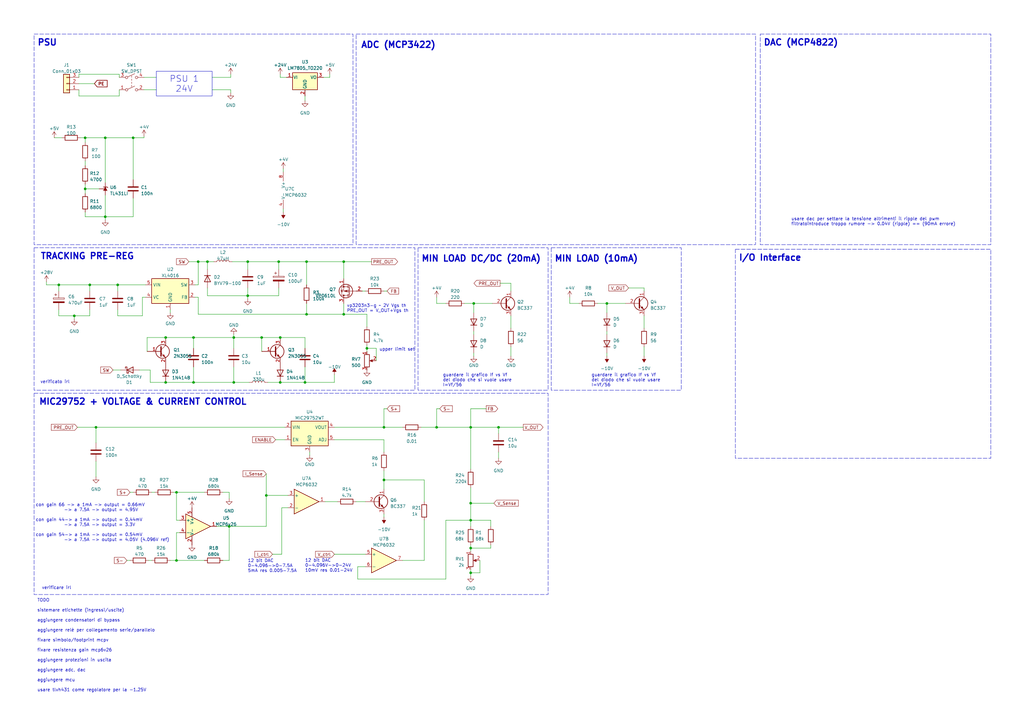
<source format=kicad_sch>
(kicad_sch (version 20230121) (generator eeschema)

  (uuid d0297320-0b62-4800-bc8a-d90fe1f5c5f4)

  (paper "A3")

  (title_block
    (title "MIC29752 PSU")
    (date "2023-06-02")
    (rev "1.0 beta")
  )

  (lib_symbols
    (symbol "Amplifier_Operational:MCP6001-OT" (pin_names (offset 0.127)) (in_bom yes) (on_board yes)
      (property "Reference" "U" (at -1.27 6.35 0)
        (effects (font (size 1.27 1.27)) (justify left))
      )
      (property "Value" "MCP6001-OT" (at -1.27 3.81 0)
        (effects (font (size 1.27 1.27)) (justify left))
      )
      (property "Footprint" "Package_TO_SOT_SMD:SOT-23-5" (at -2.54 -5.08 0)
        (effects (font (size 1.27 1.27)) (justify left) hide)
      )
      (property "Datasheet" "http://ww1.microchip.com/downloads/en/DeviceDoc/21733j.pdf" (at 0 5.08 0)
        (effects (font (size 1.27 1.27)) hide)
      )
      (property "ki_keywords" "single opamp" (at 0 0 0)
        (effects (font (size 1.27 1.27)) hide)
      )
      (property "ki_description" "1MHz, Low-Power Op Amp, SOT-23-5" (at 0 0 0)
        (effects (font (size 1.27 1.27)) hide)
      )
      (property "ki_fp_filters" "SOT?23*" (at 0 0 0)
        (effects (font (size 1.27 1.27)) hide)
      )
      (symbol "MCP6001-OT_0_1"
        (polyline
          (pts
            (xy -5.08 5.08)
            (xy 5.08 0)
            (xy -5.08 -5.08)
            (xy -5.08 5.08)
          )
          (stroke (width 0.254) (type default))
          (fill (type background))
        )
        (pin power_in line (at -2.54 -7.62 90) (length 3.81)
          (name "V-" (effects (font (size 1.27 1.27))))
          (number "2" (effects (font (size 1.27 1.27))))
        )
        (pin power_in line (at -2.54 7.62 270) (length 3.81)
          (name "V+" (effects (font (size 1.27 1.27))))
          (number "5" (effects (font (size 1.27 1.27))))
        )
      )
      (symbol "MCP6001-OT_1_1"
        (pin output line (at 7.62 0 180) (length 2.54)
          (name "~" (effects (font (size 1.27 1.27))))
          (number "1" (effects (font (size 1.27 1.27))))
        )
        (pin input line (at -7.62 2.54 0) (length 2.54)
          (name "+" (effects (font (size 1.27 1.27))))
          (number "3" (effects (font (size 1.27 1.27))))
        )
        (pin input line (at -7.62 -2.54 0) (length 2.54)
          (name "-" (effects (font (size 1.27 1.27))))
          (number "4" (effects (font (size 1.27 1.27))))
        )
      )
    )
    (symbol "Amplifier_Operational:MCP6002-xSN" (pin_names (offset 0.127)) (in_bom yes) (on_board yes)
      (property "Reference" "U" (at 0 5.08 0)
        (effects (font (size 1.27 1.27)) (justify left))
      )
      (property "Value" "MCP6002-xSN" (at 0 -5.08 0)
        (effects (font (size 1.27 1.27)) (justify left))
      )
      (property "Footprint" "" (at 0 0 0)
        (effects (font (size 1.27 1.27)) hide)
      )
      (property "Datasheet" "http://ww1.microchip.com/downloads/en/DeviceDoc/21733j.pdf" (at 0 0 0)
        (effects (font (size 1.27 1.27)) hide)
      )
      (property "ki_locked" "" (at 0 0 0)
        (effects (font (size 1.27 1.27)))
      )
      (property "ki_keywords" "dual opamp" (at 0 0 0)
        (effects (font (size 1.27 1.27)) hide)
      )
      (property "ki_description" "1MHz, Low-Power Op Amp, SOIC-8" (at 0 0 0)
        (effects (font (size 1.27 1.27)) hide)
      )
      (property "ki_fp_filters" "SOIC*3.9x4.9mm*P1.27mm* DIP*W7.62mm* TO*99* OnSemi*Micro8* TSSOP*3x3mm*P0.65mm* TSSOP*4.4x3mm*P0.65mm* MSOP*3x3mm*P0.65mm* SSOP*3.9x4.9mm*P0.635mm* LFCSP*2x2mm*P0.5mm* *SIP* SOIC*5.3x6.2mm*P1.27mm*" (at 0 0 0)
        (effects (font (size 1.27 1.27)) hide)
      )
      (symbol "MCP6002-xSN_1_1"
        (polyline
          (pts
            (xy -5.08 5.08)
            (xy 5.08 0)
            (xy -5.08 -5.08)
            (xy -5.08 5.08)
          )
          (stroke (width 0.254) (type default))
          (fill (type background))
        )
        (pin output line (at 7.62 0 180) (length 2.54)
          (name "~" (effects (font (size 1.27 1.27))))
          (number "1" (effects (font (size 1.27 1.27))))
        )
        (pin input line (at -7.62 -2.54 0) (length 2.54)
          (name "-" (effects (font (size 1.27 1.27))))
          (number "2" (effects (font (size 1.27 1.27))))
        )
        (pin input line (at -7.62 2.54 0) (length 2.54)
          (name "+" (effects (font (size 1.27 1.27))))
          (number "3" (effects (font (size 1.27 1.27))))
        )
      )
      (symbol "MCP6002-xSN_2_1"
        (polyline
          (pts
            (xy -5.08 5.08)
            (xy 5.08 0)
            (xy -5.08 -5.08)
            (xy -5.08 5.08)
          )
          (stroke (width 0.254) (type default))
          (fill (type background))
        )
        (pin input line (at -7.62 2.54 0) (length 2.54)
          (name "+" (effects (font (size 1.27 1.27))))
          (number "5" (effects (font (size 1.27 1.27))))
        )
        (pin input line (at -7.62 -2.54 0) (length 2.54)
          (name "-" (effects (font (size 1.27 1.27))))
          (number "6" (effects (font (size 1.27 1.27))))
        )
        (pin output line (at 7.62 0 180) (length 2.54)
          (name "~" (effects (font (size 1.27 1.27))))
          (number "7" (effects (font (size 1.27 1.27))))
        )
      )
      (symbol "MCP6002-xSN_3_1"
        (pin power_in line (at -2.54 -7.62 90) (length 3.81)
          (name "V-" (effects (font (size 1.27 1.27))))
          (number "4" (effects (font (size 1.27 1.27))))
        )
        (pin power_in line (at -2.54 7.62 270) (length 3.81)
          (name "V+" (effects (font (size 1.27 1.27))))
          (number "8" (effects (font (size 1.27 1.27))))
        )
      )
    )
    (symbol "Connector_Generic:Conn_01x03" (pin_names (offset 1.016) hide) (in_bom yes) (on_board yes)
      (property "Reference" "J" (at 0 5.08 0)
        (effects (font (size 1.27 1.27)))
      )
      (property "Value" "Conn_01x03" (at 0 -5.08 0)
        (effects (font (size 1.27 1.27)))
      )
      (property "Footprint" "" (at 0 0 0)
        (effects (font (size 1.27 1.27)) hide)
      )
      (property "Datasheet" "~" (at 0 0 0)
        (effects (font (size 1.27 1.27)) hide)
      )
      (property "ki_keywords" "connector" (at 0 0 0)
        (effects (font (size 1.27 1.27)) hide)
      )
      (property "ki_description" "Generic connector, single row, 01x03, script generated (kicad-library-utils/schlib/autogen/connector/)" (at 0 0 0)
        (effects (font (size 1.27 1.27)) hide)
      )
      (property "ki_fp_filters" "Connector*:*_1x??_*" (at 0 0 0)
        (effects (font (size 1.27 1.27)) hide)
      )
      (symbol "Conn_01x03_1_1"
        (rectangle (start -1.27 -2.413) (end 0 -2.667)
          (stroke (width 0.1524) (type default))
          (fill (type none))
        )
        (rectangle (start -1.27 0.127) (end 0 -0.127)
          (stroke (width 0.1524) (type default))
          (fill (type none))
        )
        (rectangle (start -1.27 2.667) (end 0 2.413)
          (stroke (width 0.1524) (type default))
          (fill (type none))
        )
        (rectangle (start -1.27 3.81) (end 1.27 -3.81)
          (stroke (width 0.254) (type default))
          (fill (type background))
        )
        (pin passive line (at -5.08 2.54 0) (length 3.81)
          (name "Pin_1" (effects (font (size 1.27 1.27))))
          (number "1" (effects (font (size 1.27 1.27))))
        )
        (pin passive line (at -5.08 0 0) (length 3.81)
          (name "Pin_2" (effects (font (size 1.27 1.27))))
          (number "2" (effects (font (size 1.27 1.27))))
        )
        (pin passive line (at -5.08 -2.54 0) (length 3.81)
          (name "Pin_3" (effects (font (size 1.27 1.27))))
          (number "3" (effects (font (size 1.27 1.27))))
        )
      )
    )
    (symbol "Device:C" (pin_numbers hide) (pin_names (offset 0.254)) (in_bom yes) (on_board yes)
      (property "Reference" "C" (at 0.635 2.54 0)
        (effects (font (size 1.27 1.27)) (justify left))
      )
      (property "Value" "C" (at 0.635 -2.54 0)
        (effects (font (size 1.27 1.27)) (justify left))
      )
      (property "Footprint" "" (at 0.9652 -3.81 0)
        (effects (font (size 1.27 1.27)) hide)
      )
      (property "Datasheet" "~" (at 0 0 0)
        (effects (font (size 1.27 1.27)) hide)
      )
      (property "ki_keywords" "cap capacitor" (at 0 0 0)
        (effects (font (size 1.27 1.27)) hide)
      )
      (property "ki_description" "Unpolarized capacitor" (at 0 0 0)
        (effects (font (size 1.27 1.27)) hide)
      )
      (property "ki_fp_filters" "C_*" (at 0 0 0)
        (effects (font (size 1.27 1.27)) hide)
      )
      (symbol "C_0_1"
        (polyline
          (pts
            (xy -2.032 -0.762)
            (xy 2.032 -0.762)
          )
          (stroke (width 0.508) (type default))
          (fill (type none))
        )
        (polyline
          (pts
            (xy -2.032 0.762)
            (xy 2.032 0.762)
          )
          (stroke (width 0.508) (type default))
          (fill (type none))
        )
      )
      (symbol "C_1_1"
        (pin passive line (at 0 3.81 270) (length 2.794)
          (name "~" (effects (font (size 1.27 1.27))))
          (number "1" (effects (font (size 1.27 1.27))))
        )
        (pin passive line (at 0 -3.81 90) (length 2.794)
          (name "~" (effects (font (size 1.27 1.27))))
          (number "2" (effects (font (size 1.27 1.27))))
        )
      )
    )
    (symbol "Device:C_Polarized" (pin_numbers hide) (pin_names (offset 0.254)) (in_bom yes) (on_board yes)
      (property "Reference" "C" (at 0.635 2.54 0)
        (effects (font (size 1.27 1.27)) (justify left))
      )
      (property "Value" "C_Polarized" (at 0.635 -2.54 0)
        (effects (font (size 1.27 1.27)) (justify left))
      )
      (property "Footprint" "" (at 0.9652 -3.81 0)
        (effects (font (size 1.27 1.27)) hide)
      )
      (property "Datasheet" "~" (at 0 0 0)
        (effects (font (size 1.27 1.27)) hide)
      )
      (property "ki_keywords" "cap capacitor" (at 0 0 0)
        (effects (font (size 1.27 1.27)) hide)
      )
      (property "ki_description" "Polarized capacitor" (at 0 0 0)
        (effects (font (size 1.27 1.27)) hide)
      )
      (property "ki_fp_filters" "CP_*" (at 0 0 0)
        (effects (font (size 1.27 1.27)) hide)
      )
      (symbol "C_Polarized_0_1"
        (rectangle (start -2.286 0.508) (end 2.286 1.016)
          (stroke (width 0) (type default))
          (fill (type none))
        )
        (polyline
          (pts
            (xy -1.778 2.286)
            (xy -0.762 2.286)
          )
          (stroke (width 0) (type default))
          (fill (type none))
        )
        (polyline
          (pts
            (xy -1.27 2.794)
            (xy -1.27 1.778)
          )
          (stroke (width 0) (type default))
          (fill (type none))
        )
        (rectangle (start 2.286 -0.508) (end -2.286 -1.016)
          (stroke (width 0) (type default))
          (fill (type outline))
        )
      )
      (symbol "C_Polarized_1_1"
        (pin passive line (at 0 3.81 270) (length 2.794)
          (name "~" (effects (font (size 1.27 1.27))))
          (number "1" (effects (font (size 1.27 1.27))))
        )
        (pin passive line (at 0 -3.81 90) (length 2.794)
          (name "~" (effects (font (size 1.27 1.27))))
          (number "2" (effects (font (size 1.27 1.27))))
        )
      )
    )
    (symbol "Device:D" (pin_numbers hide) (pin_names (offset 1.016) hide) (in_bom yes) (on_board yes)
      (property "Reference" "D" (at 0 2.54 0)
        (effects (font (size 1.27 1.27)))
      )
      (property "Value" "D" (at 0 -2.54 0)
        (effects (font (size 1.27 1.27)))
      )
      (property "Footprint" "" (at 0 0 0)
        (effects (font (size 1.27 1.27)) hide)
      )
      (property "Datasheet" "~" (at 0 0 0)
        (effects (font (size 1.27 1.27)) hide)
      )
      (property "ki_keywords" "diode" (at 0 0 0)
        (effects (font (size 1.27 1.27)) hide)
      )
      (property "ki_description" "Diode" (at 0 0 0)
        (effects (font (size 1.27 1.27)) hide)
      )
      (property "ki_fp_filters" "TO-???* *_Diode_* *SingleDiode* D_*" (at 0 0 0)
        (effects (font (size 1.27 1.27)) hide)
      )
      (symbol "D_0_1"
        (polyline
          (pts
            (xy -1.27 1.27)
            (xy -1.27 -1.27)
          )
          (stroke (width 0.254) (type default))
          (fill (type none))
        )
        (polyline
          (pts
            (xy 1.27 0)
            (xy -1.27 0)
          )
          (stroke (width 0) (type default))
          (fill (type none))
        )
        (polyline
          (pts
            (xy 1.27 1.27)
            (xy 1.27 -1.27)
            (xy -1.27 0)
            (xy 1.27 1.27)
          )
          (stroke (width 0.254) (type default))
          (fill (type none))
        )
      )
      (symbol "D_1_1"
        (pin passive line (at -3.81 0 0) (length 2.54)
          (name "K" (effects (font (size 1.27 1.27))))
          (number "1" (effects (font (size 1.27 1.27))))
        )
        (pin passive line (at 3.81 0 180) (length 2.54)
          (name "A" (effects (font (size 1.27 1.27))))
          (number "2" (effects (font (size 1.27 1.27))))
        )
      )
    )
    (symbol "Device:D_Schottky" (pin_numbers hide) (pin_names (offset 1.016) hide) (in_bom yes) (on_board yes)
      (property "Reference" "D" (at 0 2.54 0)
        (effects (font (size 1.27 1.27)))
      )
      (property "Value" "D_Schottky" (at 0 -2.54 0)
        (effects (font (size 1.27 1.27)))
      )
      (property "Footprint" "" (at 0 0 0)
        (effects (font (size 1.27 1.27)) hide)
      )
      (property "Datasheet" "~" (at 0 0 0)
        (effects (font (size 1.27 1.27)) hide)
      )
      (property "ki_keywords" "diode Schottky" (at 0 0 0)
        (effects (font (size 1.27 1.27)) hide)
      )
      (property "ki_description" "Schottky diode" (at 0 0 0)
        (effects (font (size 1.27 1.27)) hide)
      )
      (property "ki_fp_filters" "TO-???* *_Diode_* *SingleDiode* D_*" (at 0 0 0)
        (effects (font (size 1.27 1.27)) hide)
      )
      (symbol "D_Schottky_0_1"
        (polyline
          (pts
            (xy 1.27 0)
            (xy -1.27 0)
          )
          (stroke (width 0) (type default))
          (fill (type none))
        )
        (polyline
          (pts
            (xy 1.27 1.27)
            (xy 1.27 -1.27)
            (xy -1.27 0)
            (xy 1.27 1.27)
          )
          (stroke (width 0.254) (type default))
          (fill (type none))
        )
        (polyline
          (pts
            (xy -1.905 0.635)
            (xy -1.905 1.27)
            (xy -1.27 1.27)
            (xy -1.27 -1.27)
            (xy -0.635 -1.27)
            (xy -0.635 -0.635)
          )
          (stroke (width 0.254) (type default))
          (fill (type none))
        )
      )
      (symbol "D_Schottky_1_1"
        (pin passive line (at -3.81 0 0) (length 2.54)
          (name "K" (effects (font (size 1.27 1.27))))
          (number "1" (effects (font (size 1.27 1.27))))
        )
        (pin passive line (at 3.81 0 180) (length 2.54)
          (name "A" (effects (font (size 1.27 1.27))))
          (number "2" (effects (font (size 1.27 1.27))))
        )
      )
    )
    (symbol "Device:L" (pin_numbers hide) (pin_names (offset 1.016) hide) (in_bom yes) (on_board yes)
      (property "Reference" "L" (at -1.27 0 90)
        (effects (font (size 1.27 1.27)))
      )
      (property "Value" "L" (at 1.905 0 90)
        (effects (font (size 1.27 1.27)))
      )
      (property "Footprint" "" (at 0 0 0)
        (effects (font (size 1.27 1.27)) hide)
      )
      (property "Datasheet" "~" (at 0 0 0)
        (effects (font (size 1.27 1.27)) hide)
      )
      (property "ki_keywords" "inductor choke coil reactor magnetic" (at 0 0 0)
        (effects (font (size 1.27 1.27)) hide)
      )
      (property "ki_description" "Inductor" (at 0 0 0)
        (effects (font (size 1.27 1.27)) hide)
      )
      (property "ki_fp_filters" "Choke_* *Coil* Inductor_* L_*" (at 0 0 0)
        (effects (font (size 1.27 1.27)) hide)
      )
      (symbol "L_0_1"
        (arc (start 0 -2.54) (mid 0.6323 -1.905) (end 0 -1.27)
          (stroke (width 0) (type default))
          (fill (type none))
        )
        (arc (start 0 -1.27) (mid 0.6323 -0.635) (end 0 0)
          (stroke (width 0) (type default))
          (fill (type none))
        )
        (arc (start 0 0) (mid 0.6323 0.635) (end 0 1.27)
          (stroke (width 0) (type default))
          (fill (type none))
        )
        (arc (start 0 1.27) (mid 0.6323 1.905) (end 0 2.54)
          (stroke (width 0) (type default))
          (fill (type none))
        )
      )
      (symbol "L_1_1"
        (pin passive line (at 0 3.81 270) (length 1.27)
          (name "1" (effects (font (size 1.27 1.27))))
          (number "1" (effects (font (size 1.27 1.27))))
        )
        (pin passive line (at 0 -3.81 90) (length 1.27)
          (name "2" (effects (font (size 1.27 1.27))))
          (number "2" (effects (font (size 1.27 1.27))))
        )
      )
    )
    (symbol "Device:R" (pin_numbers hide) (pin_names (offset 0)) (in_bom yes) (on_board yes)
      (property "Reference" "R" (at 2.032 0 90)
        (effects (font (size 1.27 1.27)))
      )
      (property "Value" "R" (at 0 0 90)
        (effects (font (size 1.27 1.27)))
      )
      (property "Footprint" "" (at -1.778 0 90)
        (effects (font (size 1.27 1.27)) hide)
      )
      (property "Datasheet" "~" (at 0 0 0)
        (effects (font (size 1.27 1.27)) hide)
      )
      (property "ki_keywords" "R res resistor" (at 0 0 0)
        (effects (font (size 1.27 1.27)) hide)
      )
      (property "ki_description" "Resistor" (at 0 0 0)
        (effects (font (size 1.27 1.27)) hide)
      )
      (property "ki_fp_filters" "R_*" (at 0 0 0)
        (effects (font (size 1.27 1.27)) hide)
      )
      (symbol "R_0_1"
        (rectangle (start -1.016 -2.54) (end 1.016 2.54)
          (stroke (width 0.254) (type default))
          (fill (type none))
        )
      )
      (symbol "R_1_1"
        (pin passive line (at 0 3.81 270) (length 1.27)
          (name "~" (effects (font (size 1.27 1.27))))
          (number "1" (effects (font (size 1.27 1.27))))
        )
        (pin passive line (at 0 -3.81 90) (length 1.27)
          (name "~" (effects (font (size 1.27 1.27))))
          (number "2" (effects (font (size 1.27 1.27))))
        )
      )
    )
    (symbol "Device:R_Potentiometer" (pin_names (offset 1.016) hide) (in_bom yes) (on_board yes)
      (property "Reference" "RV" (at -4.445 0 90)
        (effects (font (size 1.27 1.27)))
      )
      (property "Value" "R_Potentiometer" (at -2.54 0 90)
        (effects (font (size 1.27 1.27)))
      )
      (property "Footprint" "" (at 0 0 0)
        (effects (font (size 1.27 1.27)) hide)
      )
      (property "Datasheet" "~" (at 0 0 0)
        (effects (font (size 1.27 1.27)) hide)
      )
      (property "ki_keywords" "resistor variable" (at 0 0 0)
        (effects (font (size 1.27 1.27)) hide)
      )
      (property "ki_description" "Potentiometer" (at 0 0 0)
        (effects (font (size 1.27 1.27)) hide)
      )
      (property "ki_fp_filters" "Potentiometer*" (at 0 0 0)
        (effects (font (size 1.27 1.27)) hide)
      )
      (symbol "R_Potentiometer_0_1"
        (polyline
          (pts
            (xy 2.54 0)
            (xy 1.524 0)
          )
          (stroke (width 0) (type default))
          (fill (type none))
        )
        (polyline
          (pts
            (xy 1.143 0)
            (xy 2.286 0.508)
            (xy 2.286 -0.508)
            (xy 1.143 0)
          )
          (stroke (width 0) (type default))
          (fill (type outline))
        )
        (rectangle (start 1.016 2.54) (end -1.016 -2.54)
          (stroke (width 0.254) (type default))
          (fill (type none))
        )
      )
      (symbol "R_Potentiometer_1_1"
        (pin passive line (at 0 3.81 270) (length 1.27)
          (name "1" (effects (font (size 1.27 1.27))))
          (number "1" (effects (font (size 1.27 1.27))))
        )
        (pin passive line (at 3.81 0 180) (length 1.27)
          (name "2" (effects (font (size 1.27 1.27))))
          (number "2" (effects (font (size 1.27 1.27))))
        )
        (pin passive line (at 0 -3.81 90) (length 1.27)
          (name "3" (effects (font (size 1.27 1.27))))
          (number "3" (effects (font (size 1.27 1.27))))
        )
      )
    )
    (symbol "Diode:1N4148" (pin_numbers hide) (pin_names hide) (in_bom yes) (on_board yes)
      (property "Reference" "D" (at 0 2.54 0)
        (effects (font (size 1.27 1.27)))
      )
      (property "Value" "1N4148" (at 0 -2.54 0)
        (effects (font (size 1.27 1.27)))
      )
      (property "Footprint" "Diode_THT:D_DO-35_SOD27_P7.62mm_Horizontal" (at 0 0 0)
        (effects (font (size 1.27 1.27)) hide)
      )
      (property "Datasheet" "https://assets.nexperia.com/documents/data-sheet/1N4148_1N4448.pdf" (at 0 0 0)
        (effects (font (size 1.27 1.27)) hide)
      )
      (property "Sim.Device" "D" (at 0 0 0)
        (effects (font (size 1.27 1.27)) hide)
      )
      (property "Sim.Pins" "1=K 2=A" (at 0 0 0)
        (effects (font (size 1.27 1.27)) hide)
      )
      (property "ki_keywords" "diode" (at 0 0 0)
        (effects (font (size 1.27 1.27)) hide)
      )
      (property "ki_description" "100V 0.15A standard switching diode, DO-35" (at 0 0 0)
        (effects (font (size 1.27 1.27)) hide)
      )
      (property "ki_fp_filters" "D*DO?35*" (at 0 0 0)
        (effects (font (size 1.27 1.27)) hide)
      )
      (symbol "1N4148_0_1"
        (polyline
          (pts
            (xy -1.27 1.27)
            (xy -1.27 -1.27)
          )
          (stroke (width 0.254) (type default))
          (fill (type none))
        )
        (polyline
          (pts
            (xy 1.27 0)
            (xy -1.27 0)
          )
          (stroke (width 0) (type default))
          (fill (type none))
        )
        (polyline
          (pts
            (xy 1.27 1.27)
            (xy 1.27 -1.27)
            (xy -1.27 0)
            (xy 1.27 1.27)
          )
          (stroke (width 0.254) (type default))
          (fill (type none))
        )
      )
      (symbol "1N4148_1_1"
        (pin passive line (at -3.81 0 0) (length 2.54)
          (name "K" (effects (font (size 1.27 1.27))))
          (number "1" (effects (font (size 1.27 1.27))))
        )
        (pin passive line (at 3.81 0 180) (length 2.54)
          (name "A" (effects (font (size 1.27 1.27))))
          (number "2" (effects (font (size 1.27 1.27))))
        )
      )
    )
    (symbol "Diode:BYV79-100" (pin_numbers hide) (pin_names hide) (in_bom yes) (on_board yes)
      (property "Reference" "D" (at 0 2.54 0)
        (effects (font (size 1.27 1.27)))
      )
      (property "Value" "BYV79-100" (at 0 -2.54 0)
        (effects (font (size 1.27 1.27)))
      )
      (property "Footprint" "Package_TO_SOT_THT:TO-220-2_Vertical" (at 0 -4.445 0)
        (effects (font (size 1.27 1.27)) hide)
      )
      (property "Datasheet" "http://pdf.datasheetcatalog.com/datasheet/philips/BYV79-100.pdf" (at 0 0 0)
        (effects (font (size 1.27 1.27)) hide)
      )
      (property "Sim.Device" "D" (at 0 0 0)
        (effects (font (size 1.27 1.27)) hide)
      )
      (property "Sim.Pins" "1=K 2=A" (at 0 0 0)
        (effects (font (size 1.27 1.27)) hide)
      )
      (property "ki_keywords" "diode" (at 0 0 0)
        (effects (font (size 1.27 1.27)) hide)
      )
      (property "ki_description" "100V 14A Ultrafast Rectifier Diode, TO-220" (at 0 0 0)
        (effects (font (size 1.27 1.27)) hide)
      )
      (property "ki_fp_filters" "TO?220*" (at 0 0 0)
        (effects (font (size 1.27 1.27)) hide)
      )
      (symbol "BYV79-100_0_1"
        (polyline
          (pts
            (xy -1.27 1.27)
            (xy -1.27 -1.27)
          )
          (stroke (width 0.254) (type default))
          (fill (type none))
        )
        (polyline
          (pts
            (xy 1.27 0)
            (xy -1.27 0)
          )
          (stroke (width 0) (type default))
          (fill (type none))
        )
        (polyline
          (pts
            (xy 1.27 1.27)
            (xy 1.27 -1.27)
            (xy -1.27 0)
            (xy 1.27 1.27)
          )
          (stroke (width 0.254) (type default))
          (fill (type none))
        )
      )
      (symbol "BYV79-100_1_1"
        (pin passive line (at -3.81 0 0) (length 2.54)
          (name "K" (effects (font (size 1.27 1.27))))
          (number "1" (effects (font (size 1.27 1.27))))
        )
        (pin passive line (at 3.81 0 180) (length 2.54)
          (name "A" (effects (font (size 1.27 1.27))))
          (number "2" (effects (font (size 1.27 1.27))))
        )
      )
    )
    (symbol "MIC29752WT_1" (in_bom yes) (on_board yes)
      (property "Reference" "U1" (at 0 8.89 0)
        (effects (font (size 1.27 1.27)))
      )
      (property "Value" "XL4016" (at 0 6.35 0)
        (effects (font (size 1.27 1.27)))
      )
      (property "Footprint" "Package_TO_SOT_THT:TO-247-5_Vertical" (at 2.54 -7.62 0)
        (effects (font (size 1.27 1.27)) (justify left) hide)
      )
      (property "Datasheet" "http://ww1.microchip.com/downloads/en/devicedoc/20005685a.pdf" (at 0 0 0)
        (effects (font (size 1.27 1.27)) hide)
      )
      (property "ki_keywords" "7.5A LDO linear voltage regulator adjustable positive" (at 0 0 0)
        (effects (font (size 1.27 1.27)) hide)
      )
      (property "ki_description" "7.5A low dropout linear regulator, adjustable output, TO-247" (at 0 0 0)
        (effects (font (size 1.27 1.27)) hide)
      )
      (property "ki_fp_filters" "TO*247*" (at 0 0 0)
        (effects (font (size 1.27 1.27)) hide)
      )
      (symbol "MIC29752WT_1_1_1"
        (rectangle (start -7.62 5.08) (end 7.62 -5.08)
          (stroke (width 0.254) (type default))
          (fill (type background))
        )
        (pin bidirectional line (at 0 -7.62 90) (length 2.54)
          (name "GND" (effects (font (size 1.27 1.27))))
          (number "1" (effects (font (size 1.27 1.27))))
        )
        (pin input line (at 10.16 -2.54 180) (length 2.54)
          (name "FB" (effects (font (size 1.27 1.27))))
          (number "2" (effects (font (size 1.27 1.27))))
        )
        (pin power_out line (at 10.16 2.54 180) (length 2.54)
          (name "SW" (effects (font (size 1.27 1.27))))
          (number "3" (effects (font (size 1.27 1.27))))
        )
        (pin input line (at -10.16 -2.54 0) (length 2.54)
          (name "VC" (effects (font (size 1.27 1.27))))
          (number "4" (effects (font (size 1.27 1.27))))
        )
        (pin power_in line (at -10.16 2.54 0) (length 2.54)
          (name "VIN" (effects (font (size 1.27 1.27))))
          (number "5" (effects (font (size 1.27 1.27))))
        )
      )
    )
    (symbol "Reference_Voltage:TL431DBZ" (pin_numbers hide) (pin_names hide) (in_bom yes) (on_board yes)
      (property "Reference" "U" (at -2.54 2.54 0)
        (effects (font (size 1.27 1.27)))
      )
      (property "Value" "TL431DBZ" (at 0 -2.54 0)
        (effects (font (size 1.27 1.27)))
      )
      (property "Footprint" "Package_TO_SOT_SMD:SOT-23" (at 0 -3.81 0)
        (effects (font (size 1.27 1.27) italic) hide)
      )
      (property "Datasheet" "http://www.ti.com/lit/ds/symlink/tl431.pdf" (at 0 0 0)
        (effects (font (size 1.27 1.27) italic) hide)
      )
      (property "ki_keywords" "diode device shunt regulator" (at 0 0 0)
        (effects (font (size 1.27 1.27)) hide)
      )
      (property "ki_description" "Shunt Regulator, SOT-23" (at 0 0 0)
        (effects (font (size 1.27 1.27)) hide)
      )
      (property "ki_fp_filters" "SOT?23*" (at 0 0 0)
        (effects (font (size 1.27 1.27)) hide)
      )
      (symbol "TL431DBZ_0_1"
        (polyline
          (pts
            (xy -1.27 0)
            (xy 0 0)
            (xy 1.27 0)
          )
          (stroke (width 0) (type default))
          (fill (type none))
        )
        (polyline
          (pts
            (xy -0.762 0.762)
            (xy 0.762 0)
            (xy -0.762 -0.762)
          )
          (stroke (width 0) (type default))
          (fill (type outline))
        )
        (polyline
          (pts
            (xy 0.508 -1.016)
            (xy 0.762 -0.762)
            (xy 0.762 0.762)
            (xy 0.762 0.762)
          )
          (stroke (width 0.254) (type default))
          (fill (type none))
        )
      )
      (symbol "TL431DBZ_1_1"
        (pin passive line (at 2.54 0 180) (length 2.54)
          (name "K" (effects (font (size 1.27 1.27))))
          (number "1" (effects (font (size 1.27 1.27))))
        )
        (pin passive line (at 0 2.54 270) (length 2.54)
          (name "REF" (effects (font (size 1.27 1.27))))
          (number "2" (effects (font (size 1.27 1.27))))
        )
        (pin passive line (at -2.54 0 0) (length 2.54)
          (name "A" (effects (font (size 1.27 1.27))))
          (number "3" (effects (font (size 1.27 1.27))))
        )
      )
    )
    (symbol "Regulator_Linear:LM7805_TO220" (pin_names (offset 0.254)) (in_bom yes) (on_board yes)
      (property "Reference" "U" (at -3.81 3.175 0)
        (effects (font (size 1.27 1.27)))
      )
      (property "Value" "LM7805_TO220" (at 0 3.175 0)
        (effects (font (size 1.27 1.27)) (justify left))
      )
      (property "Footprint" "Package_TO_SOT_THT:TO-220-3_Vertical" (at 0 5.715 0)
        (effects (font (size 1.27 1.27) italic) hide)
      )
      (property "Datasheet" "https://www.onsemi.cn/PowerSolutions/document/MC7800-D.PDF" (at 0 -1.27 0)
        (effects (font (size 1.27 1.27)) hide)
      )
      (property "ki_keywords" "Voltage Regulator 1A Positive" (at 0 0 0)
        (effects (font (size 1.27 1.27)) hide)
      )
      (property "ki_description" "Positive 1A 35V Linear Regulator, Fixed Output 5V, TO-220" (at 0 0 0)
        (effects (font (size 1.27 1.27)) hide)
      )
      (property "ki_fp_filters" "TO?220*" (at 0 0 0)
        (effects (font (size 1.27 1.27)) hide)
      )
      (symbol "LM7805_TO220_0_1"
        (rectangle (start -5.08 1.905) (end 5.08 -5.08)
          (stroke (width 0.254) (type default))
          (fill (type background))
        )
      )
      (symbol "LM7805_TO220_1_1"
        (pin power_in line (at -7.62 0 0) (length 2.54)
          (name "VI" (effects (font (size 1.27 1.27))))
          (number "1" (effects (font (size 1.27 1.27))))
        )
        (pin power_in line (at 0 -7.62 90) (length 2.54)
          (name "GND" (effects (font (size 1.27 1.27))))
          (number "2" (effects (font (size 1.27 1.27))))
        )
        (pin power_out line (at 7.62 0 180) (length 2.54)
          (name "VO" (effects (font (size 1.27 1.27))))
          (number "3" (effects (font (size 1.27 1.27))))
        )
      )
    )
    (symbol "Regulator_Linear:MIC29752WT" (in_bom yes) (on_board yes)
      (property "Reference" "U" (at -6.35 6.35 0)
        (effects (font (size 1.27 1.27)))
      )
      (property "Value" "MIC29752WT" (at 2.54 6.35 0)
        (effects (font (size 1.27 1.27)))
      )
      (property "Footprint" "Package_TO_SOT_THT:TO-247-5_Vertical" (at 2.54 -7.62 0)
        (effects (font (size 1.27 1.27)) (justify left) hide)
      )
      (property "Datasheet" "http://ww1.microchip.com/downloads/en/devicedoc/20005685a.pdf" (at 0 0 0)
        (effects (font (size 1.27 1.27)) hide)
      )
      (property "ki_keywords" "7.5A LDO linear voltage regulator adjustable positive" (at 0 0 0)
        (effects (font (size 1.27 1.27)) hide)
      )
      (property "ki_description" "7.5A low dropout linear regulator, adjustable output, TO-247" (at 0 0 0)
        (effects (font (size 1.27 1.27)) hide)
      )
      (property "ki_fp_filters" "TO*247*" (at 0 0 0)
        (effects (font (size 1.27 1.27)) hide)
      )
      (symbol "MIC29752WT_1_1"
        (rectangle (start -7.62 5.08) (end 7.62 -5.08)
          (stroke (width 0.254) (type default))
          (fill (type background))
        )
        (pin input line (at -10.16 -2.54 0) (length 2.54)
          (name "EN" (effects (font (size 1.27 1.27))))
          (number "1" (effects (font (size 1.27 1.27))))
        )
        (pin power_in line (at -10.16 2.54 0) (length 2.54)
          (name "VIN" (effects (font (size 1.27 1.27))))
          (number "2" (effects (font (size 1.27 1.27))))
        )
        (pin power_in line (at 0 -7.62 90) (length 2.54)
          (name "GND" (effects (font (size 1.27 1.27))))
          (number "3" (effects (font (size 1.27 1.27))))
        )
        (pin power_out line (at 10.16 2.54 180) (length 2.54)
          (name "VOUT" (effects (font (size 1.27 1.27))))
          (number "4" (effects (font (size 1.27 1.27))))
        )
        (pin input line (at 10.16 -2.54 180) (length 2.54)
          (name "ADJ" (effects (font (size 1.27 1.27))))
          (number "5" (effects (font (size 1.27 1.27))))
        )
      )
    )
    (symbol "Switch:SW_DPST" (pin_names (offset 0) hide) (in_bom yes) (on_board yes)
      (property "Reference" "SW" (at 0 5.08 0)
        (effects (font (size 1.27 1.27)))
      )
      (property "Value" "SW_DPST" (at 0 -5.08 0)
        (effects (font (size 1.27 1.27)))
      )
      (property "Footprint" "" (at 0 0 0)
        (effects (font (size 1.27 1.27)) hide)
      )
      (property "Datasheet" "~" (at 0 0 0)
        (effects (font (size 1.27 1.27)) hide)
      )
      (property "ki_keywords" "switch dual double-pole single-throw OFF-ON" (at 0 0 0)
        (effects (font (size 1.27 1.27)) hide)
      )
      (property "ki_description" "Double Pole Single Throw (DPST) Switch" (at 0 0 0)
        (effects (font (size 1.27 1.27)) hide)
      )
      (symbol "SW_DPST_0_0"
        (circle (center -2.032 -2.54) (radius 0.508)
          (stroke (width 0) (type default))
          (fill (type none))
        )
        (circle (center -2.032 2.54) (radius 0.508)
          (stroke (width 0) (type default))
          (fill (type none))
        )
        (polyline
          (pts
            (xy -1.524 -2.286)
            (xy 1.27 -1.016)
          )
          (stroke (width 0) (type default))
          (fill (type none))
        )
        (polyline
          (pts
            (xy -1.524 2.794)
            (xy 1.27 4.064)
          )
          (stroke (width 0) (type default))
          (fill (type none))
        )
        (polyline
          (pts
            (xy 0 -1.27)
            (xy 0 -0.635)
          )
          (stroke (width 0) (type default))
          (fill (type none))
        )
        (polyline
          (pts
            (xy 0 0)
            (xy 0 0.635)
          )
          (stroke (width 0) (type default))
          (fill (type none))
        )
        (polyline
          (pts
            (xy 0 1.27)
            (xy 0 1.905)
          )
          (stroke (width 0) (type default))
          (fill (type none))
        )
        (polyline
          (pts
            (xy 0 2.54)
            (xy 0 3.175)
          )
          (stroke (width 0) (type default))
          (fill (type none))
        )
        (circle (center 2.032 -2.54) (radius 0.508)
          (stroke (width 0) (type default))
          (fill (type none))
        )
        (circle (center 2.032 2.54) (radius 0.508)
          (stroke (width 0) (type default))
          (fill (type none))
        )
      )
      (symbol "SW_DPST_1_1"
        (pin passive line (at -5.08 -2.54 0) (length 2.54)
          (name "1" (effects (font (size 1.27 1.27))))
          (number "1" (effects (font (size 1.27 1.27))))
        )
        (pin passive line (at 5.08 -2.54 180) (length 2.54)
          (name "2" (effects (font (size 1.27 1.27))))
          (number "2" (effects (font (size 1.27 1.27))))
        )
        (pin passive line (at -5.08 2.54 0) (length 2.54)
          (name "3" (effects (font (size 1.27 1.27))))
          (number "3" (effects (font (size 1.27 1.27))))
        )
        (pin passive line (at 5.08 2.54 180) (length 2.54)
          (name "4" (effects (font (size 1.27 1.27))))
          (number "4" (effects (font (size 1.27 1.27))))
        )
      )
    )
    (symbol "Transistor_BJT:2N3055" (pin_names (offset 0) hide) (in_bom yes) (on_board yes)
      (property "Reference" "Q" (at 5.08 1.905 0)
        (effects (font (size 1.27 1.27)) (justify left))
      )
      (property "Value" "2N3055" (at 5.08 0 0)
        (effects (font (size 1.27 1.27)) (justify left))
      )
      (property "Footprint" "Package_TO_SOT_THT:TO-3" (at 5.08 -1.905 0)
        (effects (font (size 1.27 1.27) italic) (justify left) hide)
      )
      (property "Datasheet" "http://www.onsemi.com/pub_link/Collateral/2N3055-D.PDF" (at 0 0 0)
        (effects (font (size 1.27 1.27)) (justify left) hide)
      )
      (property "ki_keywords" "power NPN Transistor" (at 0 0 0)
        (effects (font (size 1.27 1.27)) hide)
      )
      (property "ki_description" "15A Ic, 60V Vce, Power NPN Transistor, TO-3" (at 0 0 0)
        (effects (font (size 1.27 1.27)) hide)
      )
      (property "ki_fp_filters" "TO?3*" (at 0 0 0)
        (effects (font (size 1.27 1.27)) hide)
      )
      (symbol "2N3055_0_1"
        (polyline
          (pts
            (xy 0.635 0.635)
            (xy 2.54 2.54)
          )
          (stroke (width 0) (type default))
          (fill (type none))
        )
        (polyline
          (pts
            (xy 0.635 -0.635)
            (xy 2.54 -2.54)
            (xy 2.54 -2.54)
          )
          (stroke (width 0) (type default))
          (fill (type none))
        )
        (polyline
          (pts
            (xy 0.635 1.905)
            (xy 0.635 -1.905)
            (xy 0.635 -1.905)
          )
          (stroke (width 0.508) (type default))
          (fill (type none))
        )
        (polyline
          (pts
            (xy 1.27 -1.778)
            (xy 1.778 -1.27)
            (xy 2.286 -2.286)
            (xy 1.27 -1.778)
            (xy 1.27 -1.778)
          )
          (stroke (width 0) (type default))
          (fill (type outline))
        )
        (circle (center 1.27 0) (radius 2.8194)
          (stroke (width 0.254) (type default))
          (fill (type none))
        )
      )
      (symbol "2N3055_1_1"
        (pin input line (at -5.08 0 0) (length 5.715)
          (name "B" (effects (font (size 1.27 1.27))))
          (number "1" (effects (font (size 1.27 1.27))))
        )
        (pin passive line (at 2.54 -5.08 90) (length 2.54)
          (name "E" (effects (font (size 1.27 1.27))))
          (number "2" (effects (font (size 1.27 1.27))))
        )
        (pin passive line (at 2.54 5.08 270) (length 2.54)
          (name "C" (effects (font (size 1.27 1.27))))
          (number "3" (effects (font (size 1.27 1.27))))
        )
      )
    )
    (symbol "Transistor_BJT:BC337" (pin_names (offset 0) hide) (in_bom yes) (on_board yes)
      (property "Reference" "Q" (at 5.08 1.905 0)
        (effects (font (size 1.27 1.27)) (justify left))
      )
      (property "Value" "BC337" (at 5.08 0 0)
        (effects (font (size 1.27 1.27)) (justify left))
      )
      (property "Footprint" "Package_TO_SOT_THT:TO-92_Inline" (at 5.08 -1.905 0)
        (effects (font (size 1.27 1.27) italic) (justify left) hide)
      )
      (property "Datasheet" "https://diotec.com/tl_files/diotec/files/pdf/datasheets/bc337.pdf" (at 0 0 0)
        (effects (font (size 1.27 1.27)) (justify left) hide)
      )
      (property "ki_keywords" "NPN Transistor" (at 0 0 0)
        (effects (font (size 1.27 1.27)) hide)
      )
      (property "ki_description" "0.8A Ic, 45V Vce, NPN Transistor, TO-92" (at 0 0 0)
        (effects (font (size 1.27 1.27)) hide)
      )
      (property "ki_fp_filters" "TO?92*" (at 0 0 0)
        (effects (font (size 1.27 1.27)) hide)
      )
      (symbol "BC337_0_1"
        (polyline
          (pts
            (xy 0 0)
            (xy 0.635 0)
          )
          (stroke (width 0) (type default))
          (fill (type none))
        )
        (polyline
          (pts
            (xy 0.635 0.635)
            (xy 2.54 2.54)
          )
          (stroke (width 0) (type default))
          (fill (type none))
        )
        (polyline
          (pts
            (xy 0.635 -0.635)
            (xy 2.54 -2.54)
            (xy 2.54 -2.54)
          )
          (stroke (width 0) (type default))
          (fill (type none))
        )
        (polyline
          (pts
            (xy 0.635 1.905)
            (xy 0.635 -1.905)
            (xy 0.635 -1.905)
          )
          (stroke (width 0.508) (type default))
          (fill (type none))
        )
        (polyline
          (pts
            (xy 1.27 -1.778)
            (xy 1.778 -1.27)
            (xy 2.286 -2.286)
            (xy 1.27 -1.778)
            (xy 1.27 -1.778)
          )
          (stroke (width 0) (type default))
          (fill (type outline))
        )
        (circle (center 1.27 0) (radius 2.8194)
          (stroke (width 0.254) (type default))
          (fill (type none))
        )
      )
      (symbol "BC337_1_1"
        (pin passive line (at 2.54 5.08 270) (length 2.54)
          (name "C" (effects (font (size 1.27 1.27))))
          (number "1" (effects (font (size 1.27 1.27))))
        )
        (pin input line (at -5.08 0 0) (length 5.08)
          (name "B" (effects (font (size 1.27 1.27))))
          (number "2" (effects (font (size 1.27 1.27))))
        )
        (pin passive line (at 2.54 -5.08 90) (length 2.54)
          (name "E" (effects (font (size 1.27 1.27))))
          (number "3" (effects (font (size 1.27 1.27))))
        )
      )
    )
    (symbol "Transistor_FET:VP0610L" (pin_names hide) (in_bom yes) (on_board yes)
      (property "Reference" "Q" (at 5.08 1.905 0)
        (effects (font (size 1.27 1.27)) (justify left))
      )
      (property "Value" "VP0610L" (at 5.08 0 0)
        (effects (font (size 1.27 1.27)) (justify left))
      )
      (property "Footprint" "Package_TO_SOT_THT:TO-92L_Inline" (at 5.08 -1.905 0)
        (effects (font (size 1.27 1.27) italic) (justify left) hide)
      )
      (property "Datasheet" "http://www.vishay.com/docs/70209/70209.pdf" (at 0 0 0)
        (effects (font (size 1.27 1.27)) (justify left) hide)
      )
      (property "ki_keywords" "P-Channel MOSFET" (at 0 0 0)
        (effects (font (size 1.27 1.27)) hide)
      )
      (property "ki_description" "-0.18A Id, -60V Vds, P-Channel MOSFET, TO-92" (at 0 0 0)
        (effects (font (size 1.27 1.27)) hide)
      )
      (property "ki_fp_filters" "TO?92L*" (at 0 0 0)
        (effects (font (size 1.27 1.27)) hide)
      )
      (symbol "VP0610L_0_1"
        (polyline
          (pts
            (xy 0.254 0)
            (xy -2.54 0)
          )
          (stroke (width 0) (type default))
          (fill (type none))
        )
        (polyline
          (pts
            (xy 0.254 1.905)
            (xy 0.254 -1.905)
          )
          (stroke (width 0.254) (type default))
          (fill (type none))
        )
        (polyline
          (pts
            (xy 0.762 -1.27)
            (xy 0.762 -2.286)
          )
          (stroke (width 0.254) (type default))
          (fill (type none))
        )
        (polyline
          (pts
            (xy 0.762 0.508)
            (xy 0.762 -0.508)
          )
          (stroke (width 0.254) (type default))
          (fill (type none))
        )
        (polyline
          (pts
            (xy 0.762 2.286)
            (xy 0.762 1.27)
          )
          (stroke (width 0.254) (type default))
          (fill (type none))
        )
        (polyline
          (pts
            (xy 2.54 2.54)
            (xy 2.54 1.778)
          )
          (stroke (width 0) (type default))
          (fill (type none))
        )
        (polyline
          (pts
            (xy 2.54 -2.54)
            (xy 2.54 0)
            (xy 0.762 0)
          )
          (stroke (width 0) (type default))
          (fill (type none))
        )
        (polyline
          (pts
            (xy 0.762 1.778)
            (xy 3.302 1.778)
            (xy 3.302 -1.778)
            (xy 0.762 -1.778)
          )
          (stroke (width 0) (type default))
          (fill (type none))
        )
        (polyline
          (pts
            (xy 2.286 0)
            (xy 1.27 0.381)
            (xy 1.27 -0.381)
            (xy 2.286 0)
          )
          (stroke (width 0) (type default))
          (fill (type outline))
        )
        (polyline
          (pts
            (xy 2.794 -0.508)
            (xy 2.921 -0.381)
            (xy 3.683 -0.381)
            (xy 3.81 -0.254)
          )
          (stroke (width 0) (type default))
          (fill (type none))
        )
        (polyline
          (pts
            (xy 3.302 -0.381)
            (xy 2.921 0.254)
            (xy 3.683 0.254)
            (xy 3.302 -0.381)
          )
          (stroke (width 0) (type default))
          (fill (type none))
        )
        (circle (center 1.651 0) (radius 2.794)
          (stroke (width 0.254) (type default))
          (fill (type none))
        )
        (circle (center 2.54 -1.778) (radius 0.254)
          (stroke (width 0) (type default))
          (fill (type outline))
        )
        (circle (center 2.54 1.778) (radius 0.254)
          (stroke (width 0) (type default))
          (fill (type outline))
        )
      )
      (symbol "VP0610L_1_1"
        (pin passive line (at 2.54 -5.08 90) (length 2.54)
          (name "S" (effects (font (size 1.27 1.27))))
          (number "1" (effects (font (size 1.27 1.27))))
        )
        (pin input line (at -5.08 0 0) (length 2.54)
          (name "G" (effects (font (size 1.27 1.27))))
          (number "2" (effects (font (size 1.27 1.27))))
        )
        (pin passive line (at 2.54 5.08 270) (length 2.54)
          (name "D" (effects (font (size 1.27 1.27))))
          (number "3" (effects (font (size 1.27 1.27))))
        )
      )
    )
    (symbol "power:+24V" (power) (pin_names (offset 0)) (in_bom yes) (on_board yes)
      (property "Reference" "#PWR" (at 0 -3.81 0)
        (effects (font (size 1.27 1.27)) hide)
      )
      (property "Value" "+24V" (at 0 3.556 0)
        (effects (font (size 1.27 1.27)))
      )
      (property "Footprint" "" (at 0 0 0)
        (effects (font (size 1.27 1.27)) hide)
      )
      (property "Datasheet" "" (at 0 0 0)
        (effects (font (size 1.27 1.27)) hide)
      )
      (property "ki_keywords" "global power" (at 0 0 0)
        (effects (font (size 1.27 1.27)) hide)
      )
      (property "ki_description" "Power symbol creates a global label with name \"+24V\"" (at 0 0 0)
        (effects (font (size 1.27 1.27)) hide)
      )
      (symbol "+24V_0_1"
        (polyline
          (pts
            (xy -0.762 1.27)
            (xy 0 2.54)
          )
          (stroke (width 0) (type default))
          (fill (type none))
        )
        (polyline
          (pts
            (xy 0 0)
            (xy 0 2.54)
          )
          (stroke (width 0) (type default))
          (fill (type none))
        )
        (polyline
          (pts
            (xy 0 2.54)
            (xy 0.762 1.27)
          )
          (stroke (width 0) (type default))
          (fill (type none))
        )
      )
      (symbol "+24V_1_1"
        (pin power_in line (at 0 0 90) (length 0) hide
          (name "+24V" (effects (font (size 1.27 1.27))))
          (number "1" (effects (font (size 1.27 1.27))))
        )
      )
    )
    (symbol "power:+28V" (power) (pin_names (offset 0)) (in_bom yes) (on_board yes)
      (property "Reference" "#PWR" (at 0 -3.81 0)
        (effects (font (size 1.27 1.27)) hide)
      )
      (property "Value" "+28V" (at 0 3.81 0)
        (effects (font (size 1.27 1.27)))
      )
      (property "Footprint" "" (at 6.35 1.27 0)
        (effects (font (size 1.27 1.27)) hide)
      )
      (property "Datasheet" "" (at 6.35 1.27 0)
        (effects (font (size 1.27 1.27)) hide)
      )
      (property "ki_keywords" "global power" (at 0 0 0)
        (effects (font (size 1.27 1.27)) hide)
      )
      (property "ki_description" "Power symbol creates a global label with name \"+28V\"" (at 0 0 0)
        (effects (font (size 1.27 1.27)) hide)
      )
      (symbol "+28V_0_1"
        (polyline
          (pts
            (xy -0.762 1.27)
            (xy 0 2.54)
          )
          (stroke (width 0) (type default))
          (fill (type none))
        )
        (polyline
          (pts
            (xy 0 0)
            (xy 0 2.54)
          )
          (stroke (width 0) (type default))
          (fill (type none))
        )
        (polyline
          (pts
            (xy 0 2.54)
            (xy 0.762 1.27)
          )
          (stroke (width 0) (type default))
          (fill (type none))
        )
      )
      (symbol "+28V_1_1"
        (pin power_in line (at 0 0 90) (length 0) hide
          (name "+28V" (effects (font (size 1.27 1.27))))
          (number "1" (effects (font (size 1.27 1.27))))
        )
      )
    )
    (symbol "power:+4V" (power) (pin_names (offset 0)) (in_bom yes) (on_board yes)
      (property "Reference" "#PWR" (at 0 -3.81 0)
        (effects (font (size 1.27 1.27)) hide)
      )
      (property "Value" "+4V" (at 0 3.556 0)
        (effects (font (size 1.27 1.27)))
      )
      (property "Footprint" "" (at 0 0 0)
        (effects (font (size 1.27 1.27)) hide)
      )
      (property "Datasheet" "" (at 0 0 0)
        (effects (font (size 1.27 1.27)) hide)
      )
      (property "ki_keywords" "global power" (at 0 0 0)
        (effects (font (size 1.27 1.27)) hide)
      )
      (property "ki_description" "Power symbol creates a global label with name \"+4V\"" (at 0 0 0)
        (effects (font (size 1.27 1.27)) hide)
      )
      (symbol "+4V_0_1"
        (polyline
          (pts
            (xy -0.762 1.27)
            (xy 0 2.54)
          )
          (stroke (width 0) (type default))
          (fill (type none))
        )
        (polyline
          (pts
            (xy 0 0)
            (xy 0 2.54)
          )
          (stroke (width 0) (type default))
          (fill (type none))
        )
        (polyline
          (pts
            (xy 0 2.54)
            (xy 0.762 1.27)
          )
          (stroke (width 0) (type default))
          (fill (type none))
        )
      )
      (symbol "+4V_1_1"
        (pin power_in line (at 0 0 90) (length 0) hide
          (name "+4V" (effects (font (size 1.27 1.27))))
          (number "1" (effects (font (size 1.27 1.27))))
        )
      )
    )
    (symbol "power:+5V" (power) (pin_names (offset 0)) (in_bom yes) (on_board yes)
      (property "Reference" "#PWR" (at 0 -3.81 0)
        (effects (font (size 1.27 1.27)) hide)
      )
      (property "Value" "+5V" (at 0 3.556 0)
        (effects (font (size 1.27 1.27)))
      )
      (property "Footprint" "" (at 0 0 0)
        (effects (font (size 1.27 1.27)) hide)
      )
      (property "Datasheet" "" (at 0 0 0)
        (effects (font (size 1.27 1.27)) hide)
      )
      (property "ki_keywords" "global power" (at 0 0 0)
        (effects (font (size 1.27 1.27)) hide)
      )
      (property "ki_description" "Power symbol creates a global label with name \"+5V\"" (at 0 0 0)
        (effects (font (size 1.27 1.27)) hide)
      )
      (symbol "+5V_0_1"
        (polyline
          (pts
            (xy -0.762 1.27)
            (xy 0 2.54)
          )
          (stroke (width 0) (type default))
          (fill (type none))
        )
        (polyline
          (pts
            (xy 0 0)
            (xy 0 2.54)
          )
          (stroke (width 0) (type default))
          (fill (type none))
        )
        (polyline
          (pts
            (xy 0 2.54)
            (xy 0.762 1.27)
          )
          (stroke (width 0) (type default))
          (fill (type none))
        )
      )
      (symbol "+5V_1_1"
        (pin power_in line (at 0 0 90) (length 0) hide
          (name "+5V" (effects (font (size 1.27 1.27))))
          (number "1" (effects (font (size 1.27 1.27))))
        )
      )
    )
    (symbol "power:-10V" (power) (pin_names (offset 0)) (in_bom yes) (on_board yes)
      (property "Reference" "#PWR" (at 0 2.54 0)
        (effects (font (size 1.27 1.27)) hide)
      )
      (property "Value" "-10V" (at 0 3.81 0)
        (effects (font (size 1.27 1.27)))
      )
      (property "Footprint" "" (at 0 0 0)
        (effects (font (size 1.27 1.27)) hide)
      )
      (property "Datasheet" "" (at 0 0 0)
        (effects (font (size 1.27 1.27)) hide)
      )
      (property "ki_keywords" "global power" (at 0 0 0)
        (effects (font (size 1.27 1.27)) hide)
      )
      (property "ki_description" "Power symbol creates a global label with name \"-10V\"" (at 0 0 0)
        (effects (font (size 1.27 1.27)) hide)
      )
      (symbol "-10V_0_0"
        (pin power_in line (at 0 0 90) (length 0) hide
          (name "-10V" (effects (font (size 1.27 1.27))))
          (number "1" (effects (font (size 1.27 1.27))))
        )
      )
      (symbol "-10V_0_1"
        (polyline
          (pts
            (xy 0 0)
            (xy 0 1.27)
            (xy 0.762 1.27)
            (xy 0 2.54)
            (xy -0.762 1.27)
            (xy 0 1.27)
          )
          (stroke (width 0) (type default))
          (fill (type outline))
        )
      )
    )
    (symbol "power:GND" (power) (pin_names (offset 0)) (in_bom yes) (on_board yes)
      (property "Reference" "#PWR" (at 0 -6.35 0)
        (effects (font (size 1.27 1.27)) hide)
      )
      (property "Value" "GND" (at 0 -3.81 0)
        (effects (font (size 1.27 1.27)))
      )
      (property "Footprint" "" (at 0 0 0)
        (effects (font (size 1.27 1.27)) hide)
      )
      (property "Datasheet" "" (at 0 0 0)
        (effects (font (size 1.27 1.27)) hide)
      )
      (property "ki_keywords" "global power" (at 0 0 0)
        (effects (font (size 1.27 1.27)) hide)
      )
      (property "ki_description" "Power symbol creates a global label with name \"GND\" , ground" (at 0 0 0)
        (effects (font (size 1.27 1.27)) hide)
      )
      (symbol "GND_0_1"
        (polyline
          (pts
            (xy 0 0)
            (xy 0 -1.27)
            (xy 1.27 -1.27)
            (xy 0 -2.54)
            (xy -1.27 -1.27)
            (xy 0 -1.27)
          )
          (stroke (width 0) (type default))
          (fill (type none))
        )
      )
      (symbol "GND_1_1"
        (pin power_in line (at 0 0 270) (length 0) hide
          (name "GND" (effects (font (size 1.27 1.27))))
          (number "1" (effects (font (size 1.27 1.27))))
        )
      )
    )
  )

  (junction (at 93.98 215.9) (diameter 0) (color 0 0 0 0)
    (uuid 001a2ff2-7938-4832-98bc-2cd50c65451e)
  )
  (junction (at 30.48 129.54) (diameter 0) (color 0 0 0 0)
    (uuid 111ac976-a5d7-4bbf-a180-4adc9b170a08)
  )
  (junction (at 109.22 203.2) (diameter 0) (color 0 0 0 0)
    (uuid 1c0f5392-4886-4436-9b0f-2670cf435faf)
  )
  (junction (at 81.28 107.315) (diameter 0) (color 0 0 0 0)
    (uuid 20009b8e-5c97-4fd0-bf26-2d05d85f3da8)
  )
  (junction (at 204.47 175.26) (diameter 0) (color 0 0 0 0)
    (uuid 20fab02f-221b-4db3-9f60-116611ce05b6)
  )
  (junction (at 248.92 124.46) (diameter 0) (color 0 0 0 0)
    (uuid 27ab60aa-f19b-45d7-8c5a-c5e94b3ff8e9)
  )
  (junction (at 85.09 107.315) (diameter 0) (color 0 0 0 0)
    (uuid 2d243075-6496-4028-86aa-6e1905473cf2)
  )
  (junction (at 101.6 121.285) (diameter 0) (color 0 0 0 0)
    (uuid 2f988851-a646-4162-991f-c0ce8cafbf69)
  )
  (junction (at 72.39 229.87) (diameter 0) (color 0 0 0 0)
    (uuid 3e4aaab9-79af-48f1-a208-3b7b1528c8f8)
  )
  (junction (at 193.04 206.375) (diameter 0) (color 0 0 0 0)
    (uuid 461be36c-e0a3-40bf-83a4-96c6a171ab2b)
  )
  (junction (at 43.18 88.9) (diameter 0) (color 0 0 0 0)
    (uuid 4cca396a-7efe-40ea-b1b6-280303a9a940)
  )
  (junction (at 194.31 124.46) (diameter 0) (color 0 0 0 0)
    (uuid 4e47453b-305c-498f-8c55-e8cfa270983b)
  )
  (junction (at 67.945 156.845) (diameter 0) (color 0 0 0 0)
    (uuid 52394273-0ea9-47bc-be54-1e1cb65917a8)
  )
  (junction (at 140.97 128.905) (diameter 0) (color 0 0 0 0)
    (uuid 562cd004-4b1f-40c0-ad3e-a190250662d3)
  )
  (junction (at 114.3 107.315) (diameter 0) (color 0 0 0 0)
    (uuid 6425e39b-9e04-4fc4-a402-af490f71a7cf)
  )
  (junction (at 34.925 77.47) (diameter 0) (color 0 0 0 0)
    (uuid 649479e8-0536-4a51-8900-f622563ee709)
  )
  (junction (at 39.37 175.26) (diameter 0) (color 0 0 0 0)
    (uuid 64ec6625-82b6-4c4f-8b63-22b39e83f5dc)
  )
  (junction (at 43.18 56.515) (diameter 0) (color 0 0 0 0)
    (uuid 66785b9c-0ada-4d29-ba97-e0616df70911)
  )
  (junction (at 179.07 175.26) (diameter 0) (color 0 0 0 0)
    (uuid 678c738a-5692-41ec-9796-54c65ada083a)
  )
  (junction (at 157.48 175.26) (diameter 0) (color 0 0 0 0)
    (uuid 69bcac58-0ec2-48ff-9177-7dba744d0a4d)
  )
  (junction (at 114.935 138.43) (diameter 0) (color 0 0 0 0)
    (uuid 69d38c5e-20dc-47ac-8a33-3e9fa5ad9b69)
  )
  (junction (at 95.885 156.845) (diameter 0) (color 0 0 0 0)
    (uuid 6addc14f-05be-4d93-9fde-c6ee8990869e)
  )
  (junction (at 36.83 116.84) (diameter 0) (color 0 0 0 0)
    (uuid 6c40dd7a-87c7-4917-96a8-b427a517f077)
  )
  (junction (at 157.48 196.85) (diameter 0) (color 0 0 0 0)
    (uuid 6ecf6ee5-3b30-431c-b4e5-d12f825d11b6)
  )
  (junction (at 125.73 128.905) (diameter 0) (color 0 0 0 0)
    (uuid 77d418b0-820e-48d1-9df1-c4e16d1c7c8c)
  )
  (junction (at 140.97 107.315) (diameter 0) (color 0 0 0 0)
    (uuid 7e85d4ef-cbc5-4611-9a48-5ef35aea1e61)
  )
  (junction (at 95.885 138.43) (diameter 0) (color 0 0 0 0)
    (uuid 81a04e32-22b2-41c9-b641-df24d904a6f0)
  )
  (junction (at 193.04 234.95) (diameter 0) (color 0 0 0 0)
    (uuid 88fcaeba-29ee-4160-a0e6-6b0320e08f01)
  )
  (junction (at 193.04 175.26) (diameter 0) (color 0 0 0 0)
    (uuid 8c4365dc-3698-4f43-9be3-e80eb85c41ef)
  )
  (junction (at 34.925 56.515) (diameter 0) (color 0 0 0 0)
    (uuid 946fe4e9-9e72-4950-8336-a8062aaf3b1d)
  )
  (junction (at 48.26 116.84) (diameter 0) (color 0 0 0 0)
    (uuid 94d1ef1b-0adc-4578-a6af-4d8a8a5ee69c)
  )
  (junction (at 193.04 224.79) (diameter 0) (color 0 0 0 0)
    (uuid a7fbfcc5-082c-4b0b-998b-0042ca8d03c9)
  )
  (junction (at 125.095 156.845) (diameter 0) (color 0 0 0 0)
    (uuid bbee8eaf-b0c1-47a1-957a-a491acb3eb71)
  )
  (junction (at 54.61 56.515) (diameter 0) (color 0 0 0 0)
    (uuid d08e3a17-d847-46c5-9cfb-bb40b9875917)
  )
  (junction (at 101.6 107.315) (diameter 0) (color 0 0 0 0)
    (uuid da554d51-c82d-4708-8a0b-0982c8ccc669)
  )
  (junction (at 125.73 107.315) (diameter 0) (color 0 0 0 0)
    (uuid dd15e4c7-94ad-47cc-a83a-c25802593194)
  )
  (junction (at 72.39 201.93) (diameter 0) (color 0 0 0 0)
    (uuid e0b1aa09-eae9-49ee-a21f-fcf092f83e1d)
  )
  (junction (at 24.13 116.84) (diameter 0) (color 0 0 0 0)
    (uuid e5b2bc72-a9ce-4b44-b2db-0b79c3b32c32)
  )
  (junction (at 79.375 156.845) (diameter 0) (color 0 0 0 0)
    (uuid e82eba69-c563-4df6-811e-9d509445a7c2)
  )
  (junction (at 107.315 138.43) (diameter 0) (color 0 0 0 0)
    (uuid ee934eae-32d3-4c89-ba58-5de549243f44)
  )
  (junction (at 150.495 142.875) (diameter 0) (color 0 0 0 0)
    (uuid f273c690-acfa-4b35-9d89-9b5f92197ae7)
  )
  (junction (at 67.945 138.43) (diameter 0) (color 0 0 0 0)
    (uuid f87ce82a-5db0-4480-a3d9-38f98301f7d9)
  )
  (junction (at 114.935 156.845) (diameter 0) (color 0 0 0 0)
    (uuid fbb9bb6b-7b71-4202-8807-62fe695e4472)
  )
  (junction (at 193.04 213.36) (diameter 0) (color 0 0 0 0)
    (uuid fdd94c29-a1f7-4b5e-99ac-822061c7d8f7)
  )
  (junction (at 79.375 138.43) (diameter 0) (color 0 0 0 0)
    (uuid fe08e899-a297-4327-9da4-34cea1dd6402)
  )

  (wire (pts (xy 182.88 237.49) (xy 182.88 213.36))
    (stroke (width 0) (type default))
    (uuid 001d6792-b19c-4912-9874-fec771f495ed)
  )
  (wire (pts (xy 95.25 107.315) (xy 101.6 107.315))
    (stroke (width 0) (type default))
    (uuid 0025d1c7-82cc-4f97-bc9a-dcd25eba68b3)
  )
  (wire (pts (xy 146.685 232.41) (xy 149.86 232.41))
    (stroke (width 0) (type default))
    (uuid 015aa046-243d-40b8-866c-43a19669239a)
  )
  (wire (pts (xy 257.81 118.11) (xy 264.16 118.11))
    (stroke (width 0) (type default))
    (uuid 01718344-3555-45d3-b92b-0f833f29f448)
  )
  (wire (pts (xy 58.42 121.92) (xy 59.69 121.92))
    (stroke (width 0) (type default))
    (uuid 01ca156c-5639-4b58-ba50-dc3ec782ecb2)
  )
  (wire (pts (xy 133.35 205.74) (xy 138.43 205.74))
    (stroke (width 0) (type default))
    (uuid 01dd0389-c240-44e2-bc7c-048fbc0c9a8b)
  )
  (wire (pts (xy 36.83 129.54) (xy 36.83 127))
    (stroke (width 0) (type default))
    (uuid 026b3799-3f90-49a0-bf7b-a1bf4fa8f130)
  )
  (wire (pts (xy 60.96 229.87) (xy 62.23 229.87))
    (stroke (width 0) (type default))
    (uuid 03796ad0-7554-4633-ab88-07e680f5f896)
  )
  (wire (pts (xy 193.04 175.26) (xy 193.04 192.405))
    (stroke (width 0) (type default))
    (uuid 037a4ca1-f465-4bd5-9655-2262836a6197)
  )
  (wire (pts (xy 34.925 77.47) (xy 34.925 75.565))
    (stroke (width 0) (type default))
    (uuid 03d42c2f-4862-44b7-9794-41211690d7b4)
  )
  (wire (pts (xy 43.18 80.01) (xy 43.18 88.9))
    (stroke (width 0) (type default))
    (uuid 0630135b-a2f2-425c-af92-b5fa9c77547f)
  )
  (wire (pts (xy 264.16 129.54) (xy 264.16 134.62))
    (stroke (width 0) (type default))
    (uuid 0935fac4-5db2-484d-8313-90687488fd30)
  )
  (wire (pts (xy 193.04 167.64) (xy 193.04 175.26))
    (stroke (width 0) (type default))
    (uuid 0c58785d-4379-41fb-b7dc-5bf60c35831d)
  )
  (wire (pts (xy 125.73 107.315) (xy 125.73 116.84))
    (stroke (width 0) (type default))
    (uuid 0ed0c345-cbc2-4b38-b0eb-12527158c731)
  )
  (wire (pts (xy 54.61 56.515) (xy 59.055 56.515))
    (stroke (width 0) (type default))
    (uuid 0efebdd8-c0b2-4c51-a2e2-51f882e015ea)
  )
  (wire (pts (xy 91.44 201.93) (xy 93.98 201.93))
    (stroke (width 0) (type default))
    (uuid 0f4a6d8a-9fa5-419f-8689-5aa9ef2bd33b)
  )
  (wire (pts (xy 209.55 146.05) (xy 209.55 142.24))
    (stroke (width 0) (type default))
    (uuid 1116a4c7-26e1-4fbe-9e2e-4bdaea342b00)
  )
  (wire (pts (xy 165.1 229.87) (xy 173.99 229.87))
    (stroke (width 0) (type default))
    (uuid 11f7f242-8bc9-4640-874f-ad14860b84b5)
  )
  (wire (pts (xy 36.83 116.84) (xy 36.83 119.38))
    (stroke (width 0) (type default))
    (uuid 1284ff05-783f-4d27-8562-98ddcbec6c71)
  )
  (wire (pts (xy 114.935 156.845) (xy 125.095 156.845))
    (stroke (width 0) (type default))
    (uuid 14118e0c-c4f9-4ba8-99ec-ce46233dad0d)
  )
  (wire (pts (xy 233.68 121.92) (xy 233.68 124.46))
    (stroke (width 0) (type default))
    (uuid 1491e347-cb96-4f4e-bf04-f2fe24eb63f1)
  )
  (wire (pts (xy 157.48 180.34) (xy 157.48 185.42))
    (stroke (width 0) (type default))
    (uuid 14b26fba-535d-4a77-80fd-9b57e40ad800)
  )
  (wire (pts (xy 85.09 107.315) (xy 87.63 107.315))
    (stroke (width 0) (type default))
    (uuid 18176314-4983-4eda-9d92-bc48599bad56)
  )
  (wire (pts (xy 32.385 30.48) (xy 32.385 31.75))
    (stroke (width 0) (type default))
    (uuid 1a4e9228-7736-49d4-99f2-6cbdbed52b24)
  )
  (wire (pts (xy 34.925 77.47) (xy 40.64 77.47))
    (stroke (width 0) (type default))
    (uuid 1b7c7d8b-8996-4f8d-954a-8072dbddeae7)
  )
  (wire (pts (xy 107.315 138.43) (xy 114.935 138.43))
    (stroke (width 0) (type default))
    (uuid 1c62b849-cc23-4bee-bd17-c3ebaa62e4fe)
  )
  (wire (pts (xy 193.04 223.52) (xy 193.04 224.79))
    (stroke (width 0) (type default))
    (uuid 1d5c6bbe-6a33-4969-b9cd-8de9d1a00c75)
  )
  (wire (pts (xy 93.98 229.87) (xy 91.44 229.87))
    (stroke (width 0) (type default))
    (uuid 1d865fa8-6e59-436d-aa35-fa2c515f77fd)
  )
  (wire (pts (xy 193.04 167.64) (xy 199.39 167.64))
    (stroke (width 0) (type default))
    (uuid 1de10fa4-e05f-4d60-b326-8d2e61b48528)
  )
  (wire (pts (xy 43.18 56.515) (xy 54.61 56.515))
    (stroke (width 0) (type default))
    (uuid 1dea522e-ae47-41a5-bea8-60816599526c)
  )
  (wire (pts (xy 194.31 146.05) (xy 194.31 144.78))
    (stroke (width 0) (type default))
    (uuid 1df9a1a2-5302-46cd-ac54-adc554382997)
  )
  (wire (pts (xy 61.595 156.845) (xy 61.595 151.765))
    (stroke (width 0) (type default))
    (uuid 1e0f511b-d368-4dbc-86d7-5761a04080c0)
  )
  (wire (pts (xy 54.61 81.28) (xy 54.61 88.9))
    (stroke (width 0) (type default))
    (uuid 1e6d657c-b2e3-4361-8468-32fa415a6830)
  )
  (wire (pts (xy 95.885 150.495) (xy 95.885 156.845))
    (stroke (width 0) (type default))
    (uuid 22d614ca-da90-4728-b0f2-3331f4e76b0b)
  )
  (wire (pts (xy 196.85 234.95) (xy 196.85 229.87))
    (stroke (width 0) (type default))
    (uuid 23597b5b-fcd1-4b59-95f3-1c8140b202af)
  )
  (wire (pts (xy 81.28 128.905) (xy 81.28 121.92))
    (stroke (width 0) (type default))
    (uuid 23ab12ff-eea7-4c11-8e33-61157481fb37)
  )
  (wire (pts (xy 264.16 118.11) (xy 264.16 119.38))
    (stroke (width 0) (type default))
    (uuid 257b01d6-b505-4c33-9480-65092ce8b03e)
  )
  (wire (pts (xy 201.295 213.36) (xy 201.295 215.9))
    (stroke (width 0) (type default))
    (uuid 26bb789d-dea9-4eda-829d-d86748bf4000)
  )
  (wire (pts (xy 48.26 129.54) (xy 48.26 127))
    (stroke (width 0) (type default))
    (uuid 26e27023-7b17-4831-8ae9-d85b3ffbc460)
  )
  (wire (pts (xy 72.39 213.36) (xy 73.66 213.36))
    (stroke (width 0) (type default))
    (uuid 26ed5935-8d6d-4290-bea0-658577e6ae13)
  )
  (wire (pts (xy 48.895 30.48) (xy 48.895 31.75))
    (stroke (width 0) (type default))
    (uuid 2788a9f9-091d-41c9-821a-41d56b6f541b)
  )
  (wire (pts (xy 48.26 116.84) (xy 48.26 119.38))
    (stroke (width 0) (type default))
    (uuid 281c5f73-f273-4caa-8fc3-e96d8904a1e0)
  )
  (wire (pts (xy 101.6 118.11) (xy 101.6 121.285))
    (stroke (width 0) (type default))
    (uuid 2851f13f-8cb7-4ad2-9614-8bdc499b6901)
  )
  (wire (pts (xy 52.07 229.87) (xy 53.34 229.87))
    (stroke (width 0) (type default))
    (uuid 29570e6f-b3a1-4825-91c2-01bdb4bc4e59)
  )
  (wire (pts (xy 24.13 129.54) (xy 30.48 129.54))
    (stroke (width 0) (type default))
    (uuid 2a2356e8-3ef1-4825-b287-bc9c51ed13a3)
  )
  (wire (pts (xy 79.375 156.845) (xy 95.885 156.845))
    (stroke (width 0) (type default))
    (uuid 2c44040c-cd17-4fbb-a613-496e3e0e3038)
  )
  (wire (pts (xy 114.3 107.315) (xy 125.73 107.315))
    (stroke (width 0) (type default))
    (uuid 2cbea246-319c-480b-b03b-4e7ad0d9f1ff)
  )
  (wire (pts (xy 69.85 229.87) (xy 72.39 229.87))
    (stroke (width 0) (type default))
    (uuid 2dbe86ca-3501-4991-8ddc-b51527e53811)
  )
  (wire (pts (xy 19.05 116.84) (xy 24.13 116.84))
    (stroke (width 0) (type default))
    (uuid 2df6ea1f-7aa5-4a6f-b723-0259e2929e0e)
  )
  (wire (pts (xy 85.09 121.285) (xy 85.09 118.11))
    (stroke (width 0) (type default))
    (uuid 2e05e95e-b5a9-48cd-a5ea-9424a3d96e69)
  )
  (wire (pts (xy 125.73 124.46) (xy 125.73 128.905))
    (stroke (width 0) (type default))
    (uuid 2e91d910-3905-47b3-b58e-169496087b8a)
  )
  (wire (pts (xy 24.13 116.84) (xy 36.83 116.84))
    (stroke (width 0) (type default))
    (uuid 307ed022-cc5a-49ca-a5cd-506593bed892)
  )
  (wire (pts (xy 83.82 201.93) (xy 72.39 201.93))
    (stroke (width 0) (type default))
    (uuid 329acb78-c710-4255-8a9b-c3585a5f8dff)
  )
  (wire (pts (xy 85.09 110.49) (xy 85.09 107.315))
    (stroke (width 0) (type default))
    (uuid 34045e24-23e3-46c5-a6fe-cb77738016ef)
  )
  (wire (pts (xy 209.55 116.205) (xy 209.55 119.38))
    (stroke (width 0) (type default))
    (uuid 340a6e4b-a5b6-4815-a805-972bfda5ea7d)
  )
  (wire (pts (xy 158.75 167.64) (xy 157.48 167.64))
    (stroke (width 0) (type default))
    (uuid 35f61c3d-8fa9-47e6-bebc-9749aa886419)
  )
  (wire (pts (xy 43.18 88.9) (xy 43.18 90.17))
    (stroke (width 0) (type default))
    (uuid 362e9dfa-47f1-49cc-976b-0b668403bbc6)
  )
  (wire (pts (xy 157.48 196.85) (xy 173.99 196.85))
    (stroke (width 0) (type default))
    (uuid 36b1b2bc-2fc0-4bcd-9353-c6d3e730eb52)
  )
  (wire (pts (xy 109.855 156.845) (xy 114.935 156.845))
    (stroke (width 0) (type default))
    (uuid 3862170a-fbb7-4df9-8502-89cd873d9f50)
  )
  (wire (pts (xy 81.28 121.92) (xy 80.01 121.92))
    (stroke (width 0) (type default))
    (uuid 3fc2975f-2be9-4d17-b94f-926144734749)
  )
  (wire (pts (xy 94.615 30.48) (xy 94.615 31.75))
    (stroke (width 0) (type default))
    (uuid 40c14014-b400-40b8-8e8a-1a7420bbbb6c)
  )
  (wire (pts (xy 149.86 119.38) (xy 148.59 119.38))
    (stroke (width 0) (type default))
    (uuid 40f2f44c-a4e0-4073-af08-4717c300fada)
  )
  (wire (pts (xy 67.945 138.43) (xy 79.375 138.43))
    (stroke (width 0) (type default))
    (uuid 42ae6bdf-7a89-4021-9bc4-8e0376c6829e)
  )
  (wire (pts (xy 173.99 229.87) (xy 173.99 213.36))
    (stroke (width 0) (type default))
    (uuid 4369171f-24eb-4c4b-8939-d77600e4053d)
  )
  (wire (pts (xy 204.47 175.26) (xy 204.47 177.8))
    (stroke (width 0) (type default))
    (uuid 44809695-b9eb-4622-b310-bd936532be99)
  )
  (wire (pts (xy 101.6 122.555) (xy 101.6 121.285))
    (stroke (width 0) (type default))
    (uuid 44f0cb9d-b349-44a8-82e9-98397cda1aae)
  )
  (wire (pts (xy 127 186.69) (xy 127 185.42))
    (stroke (width 0) (type default))
    (uuid 45d183cc-4b97-4204-8e7a-2d070a84a0a6)
  )
  (wire (pts (xy 43.18 88.9) (xy 54.61 88.9))
    (stroke (width 0) (type default))
    (uuid 46130382-5a56-4ded-ace9-534c0c30f370)
  )
  (wire (pts (xy 111.76 227.33) (xy 115.57 227.33))
    (stroke (width 0) (type default))
    (uuid 461fadd6-f703-404b-bfb6-7a4b14c6aab9)
  )
  (wire (pts (xy 67.945 156.845) (xy 79.375 156.845))
    (stroke (width 0) (type default))
    (uuid 462270a1-5a46-4fac-a1fb-38bb501476bb)
  )
  (wire (pts (xy 182.88 213.36) (xy 193.04 213.36))
    (stroke (width 0) (type default))
    (uuid 47e22700-339e-42e0-9f89-581f897bff5e)
  )
  (wire (pts (xy 201.295 224.79) (xy 201.295 223.52))
    (stroke (width 0) (type default))
    (uuid 498fb0c0-0128-447e-8be0-e29b88d7e6e7)
  )
  (wire (pts (xy 77.47 107.315) (xy 81.28 107.315))
    (stroke (width 0) (type default))
    (uuid 49b56b7e-3ee9-4be4-a181-1d26e057da60)
  )
  (wire (pts (xy 150.495 144.145) (xy 150.495 142.875))
    (stroke (width 0) (type default))
    (uuid 4b628d64-284e-474b-9b9b-ef4d1a1bb768)
  )
  (wire (pts (xy 79.375 138.43) (xy 95.885 138.43))
    (stroke (width 0) (type default))
    (uuid 4c05d6d0-024e-4839-b82e-c0848f6ae03a)
  )
  (wire (pts (xy 137.16 153.67) (xy 137.16 156.845))
    (stroke (width 0) (type default))
    (uuid 4cb4fccd-a18b-4add-a14e-f68e49854911)
  )
  (wire (pts (xy 114.3 110.49) (xy 114.3 107.315))
    (stroke (width 0) (type default))
    (uuid 4d04726e-d4e3-43cf-959e-430a0f69d081)
  )
  (wire (pts (xy 114.3 121.285) (xy 114.3 118.11))
    (stroke (width 0) (type default))
    (uuid 4e50ec66-5424-4413-9998-3fd7901e2246)
  )
  (wire (pts (xy 39.37 195.58) (xy 39.37 189.23))
    (stroke (width 0) (type default))
    (uuid 557990c3-c787-43ed-8525-6b9c2e8aa1b1)
  )
  (wire (pts (xy 157.48 167.64) (xy 157.48 175.26))
    (stroke (width 0) (type default))
    (uuid 59af7d3d-002f-4088-856c-d1ef080af43f)
  )
  (wire (pts (xy 109.22 194.31) (xy 109.22 203.2))
    (stroke (width 0) (type default))
    (uuid 5b2aad85-145a-42b4-95cb-83406c9c58ed)
  )
  (wire (pts (xy 109.22 203.2) (xy 118.11 203.2))
    (stroke (width 0) (type default))
    (uuid 5b49e513-26bb-4266-b6ed-0b6b1deead6a)
  )
  (wire (pts (xy 101.6 110.49) (xy 101.6 107.315))
    (stroke (width 0) (type default))
    (uuid 5c10509f-d565-49e9-87b3-821f933ec244)
  )
  (wire (pts (xy 264.16 146.05) (xy 264.16 142.24))
    (stroke (width 0) (type default))
    (uuid 5eb3ea07-c9e9-494b-8642-62eb20653c0a)
  )
  (wire (pts (xy 48.895 36.83) (xy 48.895 39.37))
    (stroke (width 0) (type default))
    (uuid 6171c19e-46ce-4882-ac9d-44fa0aefe216)
  )
  (wire (pts (xy 39.37 175.26) (xy 39.37 181.61))
    (stroke (width 0) (type default))
    (uuid 628ad0de-f621-4ff5-9d6e-a063b296731a)
  )
  (wire (pts (xy 60.325 144.145) (xy 60.325 138.43))
    (stroke (width 0) (type default))
    (uuid 69c7becd-55d5-4894-8b0f-097d16724ba5)
  )
  (wire (pts (xy 24.13 129.54) (xy 24.13 127))
    (stroke (width 0) (type default))
    (uuid 6a420c75-7da9-4f8b-a736-27fc3e5265c5)
  )
  (wire (pts (xy 22.225 56.515) (xy 25.4 56.515))
    (stroke (width 0) (type default))
    (uuid 6a955bac-ef54-4ced-ba94-75ecb94cbc6e)
  )
  (wire (pts (xy 93.98 215.9) (xy 93.98 229.87))
    (stroke (width 0) (type default))
    (uuid 6bf72953-5d69-48f3-aaac-c541bf85c147)
  )
  (wire (pts (xy 34.925 79.375) (xy 34.925 77.47))
    (stroke (width 0) (type default))
    (uuid 6c1067a9-82be-489b-8143-c8abed6a65c1)
  )
  (wire (pts (xy 193.04 234.95) (xy 196.85 234.95))
    (stroke (width 0) (type default))
    (uuid 71356484-80ec-455a-85b8-6254e8d0e5f2)
  )
  (wire (pts (xy 154.305 147.955) (xy 154.305 142.875))
    (stroke (width 0) (type default))
    (uuid 71e56d4d-57a4-433e-97fa-b79dc483b74a)
  )
  (wire (pts (xy 201.295 224.79) (xy 193.04 224.79))
    (stroke (width 0) (type default))
    (uuid 71f0c8f2-fad0-4d00-8621-c4536c26f07c)
  )
  (wire (pts (xy 193.04 234.95) (xy 193.04 236.22))
    (stroke (width 0) (type default))
    (uuid 7361b7a3-1bbd-4a91-aa69-66bd4dc53f69)
  )
  (wire (pts (xy 94.615 38.1) (xy 94.615 36.83))
    (stroke (width 0) (type default))
    (uuid 739c5db2-d1b4-48d5-8776-52b898e853ad)
  )
  (wire (pts (xy 67.945 138.43) (xy 67.945 139.065))
    (stroke (width 0) (type default))
    (uuid 73b8f3ca-c09c-4a93-a79d-788b934595f8)
  )
  (wire (pts (xy 179.07 124.46) (xy 182.88 124.46))
    (stroke (width 0) (type default))
    (uuid 74544659-23f5-4b4a-971f-e7d036560b83)
  )
  (wire (pts (xy 39.37 175.26) (xy 116.84 175.26))
    (stroke (width 0) (type default))
    (uuid 7583027e-8aa1-4277-8300-fba3977c344c)
  )
  (wire (pts (xy 109.22 215.9) (xy 93.98 215.9))
    (stroke (width 0) (type default))
    (uuid 775637ce-140a-4024-8854-b61c60d43cec)
  )
  (wire (pts (xy 48.26 129.54) (xy 58.42 129.54))
    (stroke (width 0) (type default))
    (uuid 7879dd87-5a44-4bf8-9ab3-36aa12381eff)
  )
  (wire (pts (xy 32.385 39.37) (xy 32.385 36.83))
    (stroke (width 0) (type default))
    (uuid 794d5c3b-8671-4629-a110-57ae70e2d8f9)
  )
  (wire (pts (xy 107.315 138.43) (xy 107.315 144.145))
    (stroke (width 0) (type default))
    (uuid 79a07fcd-e6ab-461d-b5d3-e33020d1002e)
  )
  (wire (pts (xy 114.935 31.75) (xy 117.475 31.75))
    (stroke (width 0) (type default))
    (uuid 79d8536d-bf1d-47b2-a13a-fc59b8f9ac93)
  )
  (wire (pts (xy 248.92 128.27) (xy 248.92 124.46))
    (stroke (width 0) (type default))
    (uuid 7bf58a4f-4ced-4087-8505-49db5a3c724d)
  )
  (wire (pts (xy 101.6 121.285) (xy 114.3 121.285))
    (stroke (width 0) (type default))
    (uuid 7c293104-dbd3-427f-adea-a85b6a324c8c)
  )
  (wire (pts (xy 194.31 137.16) (xy 194.31 135.89))
    (stroke (width 0) (type default))
    (uuid 7c924059-c646-4ab9-ba3a-ba915b79ff20)
  )
  (wire (pts (xy 54.61 56.515) (xy 54.61 73.66))
    (stroke (width 0) (type default))
    (uuid 7cb4a5fa-a478-4de2-8660-2e6e30137db3)
  )
  (wire (pts (xy 140.97 107.315) (xy 152.4 107.315))
    (stroke (width 0) (type default))
    (uuid 7daee3cb-da64-4ce1-a80c-89351cd3bdc4)
  )
  (wire (pts (xy 146.685 232.41) (xy 146.685 237.49))
    (stroke (width 0) (type default))
    (uuid 7f3dc197-dd63-44b0-8c16-3553b42c0885)
  )
  (wire (pts (xy 33.02 56.515) (xy 34.925 56.515))
    (stroke (width 0) (type default))
    (uuid 7fd409bb-1d67-4459-9bad-e9b7e001c4c5)
  )
  (wire (pts (xy 114.935 138.43) (xy 125.095 138.43))
    (stroke (width 0) (type default))
    (uuid 7fd9b1c1-20eb-43d8-9f42-dc7ecf1b61e7)
  )
  (wire (pts (xy 81.28 128.905) (xy 125.73 128.905))
    (stroke (width 0) (type default))
    (uuid 7fe706f2-05dc-48bd-97e6-94c7bab78dce)
  )
  (wire (pts (xy 83.82 229.87) (xy 72.39 229.87))
    (stroke (width 0) (type default))
    (uuid 809fa7bf-8489-4a59-b469-5a7d8ba10eb5)
  )
  (wire (pts (xy 53.34 201.93) (xy 54.61 201.93))
    (stroke (width 0) (type default))
    (uuid 83ba45f7-7842-49ab-a483-f4b5683e5767)
  )
  (wire (pts (xy 49.53 151.765) (xy 46.355 151.765))
    (stroke (width 0) (type default))
    (uuid 83e76b53-89fd-4848-a1d8-e7e9eb87fc69)
  )
  (wire (pts (xy 69.85 127) (xy 69.85 128.27))
    (stroke (width 0) (type default))
    (uuid 8606827b-4dcc-4d8a-8441-5a19d5b7db67)
  )
  (wire (pts (xy 59.055 36.83) (xy 64.135 36.83))
    (stroke (width 0) (type default))
    (uuid 8688bc01-24e2-4f42-9eed-191edd0ad90a)
  )
  (wire (pts (xy 93.98 201.93) (xy 93.98 204.47))
    (stroke (width 0) (type default))
    (uuid 88dde282-c997-45c6-81c7-2badd8f4d77c)
  )
  (wire (pts (xy 85.09 121.285) (xy 101.6 121.285))
    (stroke (width 0) (type default))
    (uuid 8a8af9a2-9d2f-40a7-9604-8a06fe25df37)
  )
  (wire (pts (xy 157.48 119.38) (xy 158.75 119.38))
    (stroke (width 0) (type default))
    (uuid 8c1dd0a7-948e-4bf3-8126-4e6ceeb43f99)
  )
  (wire (pts (xy 193.04 213.36) (xy 201.295 213.36))
    (stroke (width 0) (type default))
    (uuid 8ccf7142-2fe9-4bb3-8c68-b166f50d5a60)
  )
  (wire (pts (xy 204.47 185.42) (xy 204.47 187.96))
    (stroke (width 0) (type default))
    (uuid 8d043806-7fde-4917-ac23-2e932f70f815)
  )
  (wire (pts (xy 146.685 237.49) (xy 182.88 237.49))
    (stroke (width 0) (type default))
    (uuid 8d26715e-9d4e-4cc8-8e0f-1e1916fece34)
  )
  (wire (pts (xy 248.92 146.05) (xy 248.92 144.78))
    (stroke (width 0) (type default))
    (uuid 8f47b3c3-3df1-493b-82ce-b6f8afe5ae74)
  )
  (wire (pts (xy 61.595 156.845) (xy 67.945 156.845))
    (stroke (width 0) (type default))
    (uuid 8fab2fb6-8f6b-403f-a9da-52877c8ea563)
  )
  (wire (pts (xy 116.205 69.215) (xy 116.205 70.485))
    (stroke (width 0) (type default))
    (uuid 8fcd418c-e02b-4714-9d8c-3a88e68246e0)
  )
  (wire (pts (xy 32.385 30.48) (xy 48.895 30.48))
    (stroke (width 0) (type default))
    (uuid 90249ea1-f818-424d-83a8-1f008437513a)
  )
  (wire (pts (xy 60.325 138.43) (xy 67.945 138.43))
    (stroke (width 0) (type default))
    (uuid 9063f991-86f2-4e69-b342-7f85317c9f42)
  )
  (wire (pts (xy 193.04 224.79) (xy 193.04 226.06))
    (stroke (width 0) (type default))
    (uuid 9528ed84-5d06-4663-90d4-38a323585ca5)
  )
  (wire (pts (xy 172.72 175.26) (xy 179.07 175.26))
    (stroke (width 0) (type default))
    (uuid 95fe6b5e-cecd-4a6d-b307-4436c8ceb952)
  )
  (wire (pts (xy 140.97 107.315) (xy 140.97 114.3))
    (stroke (width 0) (type default))
    (uuid 966788b9-8f7c-477f-8254-7d24cd44767e)
  )
  (wire (pts (xy 157.48 196.85) (xy 157.48 200.66))
    (stroke (width 0) (type default))
    (uuid 99b4bed8-57a5-4d7f-85ca-37359f61d322)
  )
  (wire (pts (xy 34.925 66.04) (xy 34.925 67.945))
    (stroke (width 0) (type default))
    (uuid 99d0cafe-fac5-491c-ba3d-f2d072d31b49)
  )
  (wire (pts (xy 79.375 138.43) (xy 79.375 142.875))
    (stroke (width 0) (type default))
    (uuid 9c3bd095-29d0-4d57-bb3c-c547d09e1b45)
  )
  (wire (pts (xy 43.18 56.515) (xy 43.18 74.93))
    (stroke (width 0) (type default))
    (uuid 9c408f99-0ab7-49d1-a479-6d3783c7cc62)
  )
  (wire (pts (xy 101.6 107.315) (xy 114.3 107.315))
    (stroke (width 0) (type default))
    (uuid 9f064037-1e7a-429f-aed7-38b8e3092cba)
  )
  (wire (pts (xy 125.095 142.875) (xy 125.095 138.43))
    (stroke (width 0) (type default))
    (uuid 9f8a6a76-98d1-4fe7-bdf3-d454c537194f)
  )
  (wire (pts (xy 157.48 180.34) (xy 137.16 180.34))
    (stroke (width 0) (type default))
    (uuid a27c087c-8a99-439a-978d-f395278699c6)
  )
  (wire (pts (xy 154.305 142.875) (xy 150.495 142.875))
    (stroke (width 0) (type default))
    (uuid a4999962-f9ae-42d5-895b-063058b7758f)
  )
  (wire (pts (xy 88.9 215.9) (xy 93.98 215.9))
    (stroke (width 0) (type default))
    (uuid a5609eaf-a9ef-446e-aee9-8fe38dd478aa)
  )
  (wire (pts (xy 248.92 137.16) (xy 248.92 135.89))
    (stroke (width 0) (type default))
    (uuid a68f3586-a38d-48d1-858e-5a1a550ae6a9)
  )
  (wire (pts (xy 193.04 206.375) (xy 202.565 206.375))
    (stroke (width 0) (type default))
    (uuid a8ee3c1d-eb12-4c13-812a-6f02626eddaf)
  )
  (wire (pts (xy 180.34 167.64) (xy 179.07 167.64))
    (stroke (width 0) (type default))
    (uuid ad270c0a-cc40-4bda-8b1f-3ea34fcc2585)
  )
  (wire (pts (xy 81.28 107.315) (xy 85.09 107.315))
    (stroke (width 0) (type default))
    (uuid adcd067a-b2ff-4a76-b954-96925034abb2)
  )
  (wire (pts (xy 113.03 180.34) (xy 116.84 180.34))
    (stroke (width 0) (type default))
    (uuid ae76af36-45a2-4ffa-a10e-5fd71ce6eac6)
  )
  (wire (pts (xy 150.495 142.875) (xy 150.495 141.605))
    (stroke (width 0) (type default))
    (uuid af59ccd4-6220-4404-9601-62e1bf1b924f)
  )
  (wire (pts (xy 157.48 175.26) (xy 165.1 175.26))
    (stroke (width 0) (type default))
    (uuid b180f2a2-0c22-49db-8918-4547e7e7238b)
  )
  (wire (pts (xy 43.18 88.9) (xy 34.925 88.9))
    (stroke (width 0) (type default))
    (uuid b2ca0b1c-bb66-48bf-aa47-1487d9ace831)
  )
  (wire (pts (xy 194.31 124.46) (xy 201.93 124.46))
    (stroke (width 0) (type default))
    (uuid b3ee8f57-6597-4bc9-87ec-8fbf808fb78c)
  )
  (wire (pts (xy 193.04 234.95) (xy 193.04 233.68))
    (stroke (width 0) (type default))
    (uuid b508521b-f8b5-4030-b847-febad6b7a126)
  )
  (wire (pts (xy 194.31 128.27) (xy 194.31 124.46))
    (stroke (width 0) (type default))
    (uuid b6ec0d3f-7447-43a4-9a16-d86031d2908f)
  )
  (wire (pts (xy 31.75 175.26) (xy 39.37 175.26))
    (stroke (width 0) (type default))
    (uuid b770bcf1-8546-41db-8571-6e3a5d618b7c)
  )
  (wire (pts (xy 179.07 121.92) (xy 179.07 124.46))
    (stroke (width 0) (type default))
    (uuid b8658d0f-449a-480e-96fb-8ecda9c8596b)
  )
  (wire (pts (xy 95.885 138.43) (xy 95.885 142.875))
    (stroke (width 0) (type default))
    (uuid b98fd08c-f69f-44ca-8076-dbb6387be805)
  )
  (wire (pts (xy 95.885 138.43) (xy 107.315 138.43))
    (stroke (width 0) (type default))
    (uuid b9da83d6-8202-4baf-835a-2fea708d6a96)
  )
  (wire (pts (xy 190.5 124.46) (xy 194.31 124.46))
    (stroke (width 0) (type default))
    (uuid baa67324-b8de-4e5c-9b2e-0fa0166b6ef7)
  )
  (wire (pts (xy 209.55 129.54) (xy 209.55 134.62))
    (stroke (width 0) (type default))
    (uuid bb4de7c0-33ba-4f82-9390-9a8828e13f46)
  )
  (wire (pts (xy 32.385 39.37) (xy 48.895 39.37))
    (stroke (width 0) (type default))
    (uuid bc26d5cf-8951-4785-9ce6-30b5eae801b4)
  )
  (wire (pts (xy 24.13 116.84) (xy 24.13 119.38))
    (stroke (width 0) (type default))
    (uuid bcacb943-5652-4485-9914-fd14218c29fb)
  )
  (wire (pts (xy 30.48 129.54) (xy 30.48 130.81))
    (stroke (width 0) (type default))
    (uuid bd3e7f50-6dbb-4af0-baa4-3c4198f311d9)
  )
  (wire (pts (xy 179.07 167.64) (xy 179.07 175.26))
    (stroke (width 0) (type default))
    (uuid c33306cd-000a-4f25-9612-434d093f1e47)
  )
  (wire (pts (xy 140.97 128.905) (xy 125.73 128.905))
    (stroke (width 0) (type default))
    (uuid c56fd9ba-fd26-4946-aef3-ddd14f3328cf)
  )
  (wire (pts (xy 233.68 124.46) (xy 237.49 124.46))
    (stroke (width 0) (type default))
    (uuid c66cd5ae-c352-4191-b5a7-44506974db5d)
  )
  (wire (pts (xy 48.26 116.84) (xy 59.69 116.84))
    (stroke (width 0) (type default))
    (uuid c6ed9e89-58d6-4652-b2f4-8d039dcc4f88)
  )
  (wire (pts (xy 114.935 30.48) (xy 114.935 31.75))
    (stroke (width 0) (type default))
    (uuid c76966fc-bf1e-46d1-b436-5aac81c92ae1)
  )
  (wire (pts (xy 81.28 116.84) (xy 80.01 116.84))
    (stroke (width 0) (type default))
    (uuid c9a71484-0434-4f3c-b39c-ea8ab5b36892)
  )
  (wire (pts (xy 125.73 107.315) (xy 140.97 107.315))
    (stroke (width 0) (type default))
    (uuid ca1ebbf9-220e-4273-85dc-b3a1ed81b25d)
  )
  (wire (pts (xy 157.48 193.04) (xy 157.48 196.85))
    (stroke (width 0) (type default))
    (uuid caa2fd86-f69c-44f7-89dc-1b61a96cf8b4)
  )
  (wire (pts (xy 115.57 208.28) (xy 118.11 208.28))
    (stroke (width 0) (type default))
    (uuid cb476f6b-f454-489b-a107-49ae3a68c544)
  )
  (wire (pts (xy 19.05 115.57) (xy 19.05 116.84))
    (stroke (width 0) (type default))
    (uuid ccabc540-10f7-43a1-aceb-c806ff0311bb)
  )
  (wire (pts (xy 135.255 31.75) (xy 132.715 31.75))
    (stroke (width 0) (type default))
    (uuid cce33220-d05d-40bb-8f5b-fd306bba06b0)
  )
  (wire (pts (xy 34.925 56.515) (xy 34.925 58.42))
    (stroke (width 0) (type default))
    (uuid ce0e1287-33a4-46f2-9231-d31a7df69700)
  )
  (wire (pts (xy 72.39 218.44) (xy 73.66 218.44))
    (stroke (width 0) (type default))
    (uuid ce62b245-0143-4314-af8f-0bc74129fc9c)
  )
  (wire (pts (xy 114.935 138.43) (xy 114.935 139.065))
    (stroke (width 0) (type default))
    (uuid ceff5245-2e96-47b8-93a4-cfccbd237b9e)
  )
  (wire (pts (xy 59.055 55.88) (xy 59.055 56.515))
    (stroke (width 0) (type default))
    (uuid cf7b780e-8cff-46aa-a5b2-466279a7f176)
  )
  (wire (pts (xy 36.83 116.84) (xy 48.26 116.84))
    (stroke (width 0) (type default))
    (uuid d082ce02-996c-4a08-a446-7b7e51f43ff7)
  )
  (wire (pts (xy 146.05 205.74) (xy 149.86 205.74))
    (stroke (width 0) (type default))
    (uuid d16818bc-24e8-43e2-855d-7c23e42cb2dd)
  )
  (wire (pts (xy 193.04 200.025) (xy 193.04 206.375))
    (stroke (width 0) (type default))
    (uuid d1c3c7d2-9a27-4b8f-9ca6-36f8ebd1890f)
  )
  (wire (pts (xy 81.28 107.315) (xy 81.28 116.84))
    (stroke (width 0) (type default))
    (uuid d2832441-b2c6-42f1-855a-7fc141a27a9c)
  )
  (wire (pts (xy 140.97 128.905) (xy 140.97 124.46))
    (stroke (width 0) (type default))
    (uuid d561970c-da39-4b45-964c-328664b8f199)
  )
  (wire (pts (xy 109.22 203.2) (xy 109.22 215.9))
    (stroke (width 0) (type default))
    (uuid d7d378da-d3b7-4f65-ad41-c6d861d3288d)
  )
  (wire (pts (xy 58.42 121.92) (xy 58.42 129.54))
    (stroke (width 0) (type default))
    (uuid d8f71c71-20c0-458a-885a-d71c3ac51444)
  )
  (wire (pts (xy 179.07 175.26) (xy 193.04 175.26))
    (stroke (width 0) (type default))
    (uuid d9293f8d-d269-4abe-b707-1bcdcaabc1f3)
  )
  (wire (pts (xy 125.095 41.275) (xy 125.095 39.37))
    (stroke (width 0) (type default))
    (uuid daf59d26-1f8f-41a1-8cd6-4cf32f9d35af)
  )
  (wire (pts (xy 204.47 175.26) (xy 214.63 175.26))
    (stroke (width 0) (type default))
    (uuid df172789-c81a-4e33-b36e-c8421702e906)
  )
  (wire (pts (xy 137.16 175.26) (xy 157.48 175.26))
    (stroke (width 0) (type default))
    (uuid dfd4d2dc-8e51-4b3f-aad4-eab81739b06b)
  )
  (wire (pts (xy 157.48 210.82) (xy 157.48 212.09))
    (stroke (width 0) (type default))
    (uuid dfd805e7-6597-4a3d-baa1-83d359354a3f)
  )
  (wire (pts (xy 115.57 227.33) (xy 115.57 208.28))
    (stroke (width 0) (type default))
    (uuid e0f108e4-fe5e-4276-9247-e8ff0e6b4977)
  )
  (wire (pts (xy 150.495 133.985) (xy 150.495 128.905))
    (stroke (width 0) (type default))
    (uuid e2490bc0-b0c7-40c6-b2a5-0285d4027f57)
  )
  (wire (pts (xy 72.39 201.93) (xy 71.12 201.93))
    (stroke (width 0) (type default))
    (uuid e3359ee3-3509-40e5-8fa4-686598dd1497)
  )
  (wire (pts (xy 248.92 124.46) (xy 256.54 124.46))
    (stroke (width 0) (type default))
    (uuid e41cb99f-b35d-4333-b79b-e6393dc8cefa)
  )
  (wire (pts (xy 79.375 150.495) (xy 79.375 156.845))
    (stroke (width 0) (type default))
    (uuid e5a22315-fd59-42d4-a6ed-946280f213e8)
  )
  (wire (pts (xy 32.385 34.29) (xy 38.735 34.29))
    (stroke (width 0) (type default))
    (uuid e63cd4b8-7b99-4e82-a141-b12d8ff6a9f8)
  )
  (wire (pts (xy 135.255 30.48) (xy 135.255 31.75))
    (stroke (width 0) (type default))
    (uuid e73d226b-6c62-41a3-9c1e-d57af908a773)
  )
  (wire (pts (xy 34.925 56.515) (xy 43.18 56.515))
    (stroke (width 0) (type default))
    (uuid e90e613c-c013-4adb-8e18-28db1488cc25)
  )
  (wire (pts (xy 30.48 129.54) (xy 36.83 129.54))
    (stroke (width 0) (type default))
    (uuid e92ad932-5364-484c-aad6-f3fb1dacb4c2)
  )
  (wire (pts (xy 34.925 86.995) (xy 34.925 88.9))
    (stroke (width 0) (type default))
    (uuid e9f84894-a0bf-4737-99fb-7b72fa7dfd05)
  )
  (wire (pts (xy 61.595 151.765) (xy 57.15 151.765))
    (stroke (width 0) (type default))
    (uuid ea99e99e-40f1-4b16-84e5-d460c5bc1f7a)
  )
  (wire (pts (xy 125.095 156.845) (xy 137.16 156.845))
    (stroke (width 0) (type default))
    (uuid ebb126cb-7cdc-48bb-88f8-50c75a13355a)
  )
  (wire (pts (xy 59.055 31.75) (xy 64.135 31.75))
    (stroke (width 0) (type default))
    (uuid ed19ac2e-5dab-4119-a2d4-70be859264de)
  )
  (wire (pts (xy 150.495 128.905) (xy 140.97 128.905))
    (stroke (width 0) (type default))
    (uuid ee96c508-040d-4ec3-af61-d17651a80b05)
  )
  (wire (pts (xy 86.995 31.75) (xy 94.615 31.75))
    (stroke (width 0) (type default))
    (uuid ef244d92-42a4-4d82-a426-3fa6f4bb8031)
  )
  (wire (pts (xy 125.095 150.495) (xy 125.095 156.845))
    (stroke (width 0) (type default))
    (uuid efc8ea25-89be-40ae-9fc4-4639d869e13f)
  )
  (wire (pts (xy 72.39 201.93) (xy 72.39 213.36))
    (stroke (width 0) (type default))
    (uuid f0da163b-e78e-4e32-b12d-7e9d73b900ad)
  )
  (wire (pts (xy 116.205 85.725) (xy 116.205 86.995))
    (stroke (width 0) (type default))
    (uuid f1c52ff9-8a6a-4f4d-9d1d-e121794ed0ba)
  )
  (wire (pts (xy 193.04 213.36) (xy 193.04 215.9))
    (stroke (width 0) (type default))
    (uuid f33ea705-747b-49af-b2e8-10d14eba0cc5)
  )
  (wire (pts (xy 86.995 36.83) (xy 94.615 36.83))
    (stroke (width 0) (type default))
    (uuid f4369a50-9971-4fbd-8a62-aad927b154a6)
  )
  (wire (pts (xy 173.99 196.85) (xy 173.99 205.74))
    (stroke (width 0) (type default))
    (uuid f571ab11-80b2-4345-b231-dc3c02a3bbcc)
  )
  (wire (pts (xy 95.885 156.845) (xy 102.235 156.845))
    (stroke (width 0) (type default))
    (uuid f5a7acc9-6521-496a-a4f3-d4e5f228f79c)
  )
  (wire (pts (xy 95.885 137.16) (xy 95.885 138.43))
    (stroke (width 0) (type default))
    (uuid f7952769-c238-4d9d-8e23-5fa78f7b656b)
  )
  (wire (pts (xy 137.16 227.33) (xy 149.86 227.33))
    (stroke (width 0) (type default))
    (uuid f895ac65-4ddd-48df-83dc-b2c7e4b607f7)
  )
  (wire (pts (xy 62.23 201.93) (xy 63.5 201.93))
    (stroke (width 0) (type default))
    (uuid f8b008ed-74cf-48a3-be85-81e661db1465)
  )
  (wire (pts (xy 205.105 116.205) (xy 209.55 116.205))
    (stroke (width 0) (type default))
    (uuid f9792038-f00e-4abf-834d-c02c9dd4f250)
  )
  (wire (pts (xy 72.39 218.44) (xy 72.39 229.87))
    (stroke (width 0) (type default))
    (uuid f9dc789e-ec1f-4769-9ce5-f8ccf686bedb)
  )
  (wire (pts (xy 193.04 175.26) (xy 204.47 175.26))
    (stroke (width 0) (type default))
    (uuid faa01d5a-62bf-4ad4-ae43-40e069261c52)
  )
  (wire (pts (xy 193.04 206.375) (xy 193.04 213.36))
    (stroke (width 0) (type default))
    (uuid fb47c43f-4f43-4cb9-b482-8f234edfa97c)
  )
  (wire (pts (xy 245.11 124.46) (xy 248.92 124.46))
    (stroke (width 0) (type default))
    (uuid fe781021-e844-4057-9259-add160c45c77)
  )

  (rectangle (start 311.785 13.97) (end 406.4 100.33)
    (stroke (width 0) (type dash))
    (fill (type none))
    (uuid 1643cb88-d3fc-4b6c-b4bf-4d383a7fe349)
  )
  (rectangle (start 13.97 161.29) (end 224.79 243.84)
    (stroke (width 0) (type dash))
    (fill (type none))
    (uuid 6bfd5f69-e0ce-4d48-94a3-31363ccd5336)
  )
  (rectangle (start 301.625 102.235) (end 406.4 187.96)
    (stroke (width 0) (type dash))
    (fill (type none))
    (uuid a91728ee-a8f9-4b6c-8e2f-879edb5dc6ba)
  )
  (rectangle (start 13.97 101.6) (end 170.18 160.02)
    (stroke (width 0) (type dash))
    (fill (type none))
    (uuid b545596f-881b-4593-8ca9-9adf0afedc9d)
  )
  (rectangle (start 146.05 13.97) (end 309.88 100.33)
    (stroke (width 0) (type dash))
    (fill (type none))
    (uuid d191bca3-049b-43d2-9439-9ac5339e8dc1)
  )
  (rectangle (start 13.97 13.97) (end 144.78 100.33)
    (stroke (width 0) (type dash))
    (fill (type none))
    (uuid db5d2339-13a1-4119-a1e1-78a5208152a3)
  )
  (rectangle (start 171.45 101.6) (end 224.79 160.02)
    (stroke (width 0) (type dash))
    (fill (type none))
    (uuid dc4437f9-483a-45ba-ab3c-bdd0409ed920)
  )
  (rectangle (start 226.06 101.6) (end 279.4 160.02)
    (stroke (width 0) (type dash))
    (fill (type none))
    (uuid f819ef7d-4de9-4d3c-a23f-e175c2f59497)
  )

  (text_box "PSU 1\n24V\n\n"
    (at 64.135 29.21 0) (size 22.86 10.16)
    (stroke (width 0) (type default))
    (fill (type none))
    (effects (font (size 2.54 2.54)))
    (uuid 84d8d85d-e439-43d6-b1d3-fc80b0d7624d)
  )

  (text "guardare il grafico If vs Vf\ndel diodo che si vuole usare\nI=Vf/56"
    (at 181.61 158.75 0)
    (effects (font (size 1.27 1.27)) (justify left bottom))
    (uuid 02b8a111-df0c-4f15-9957-4cfe4ef3068e)
  )
  (text "I/O Interface" (at 302.895 107.315 0)
    (effects (font (size 2.54 2.54) bold) (justify left bottom))
    (uuid 0ac713a8-e40e-4453-a639-b3c84cd4784e)
  )
  (text "guardare il grafico If vs Vf\ndel diodo che si vuole usare\nI=Vf/56"
    (at 242.57 158.75 0)
    (effects (font (size 1.27 1.27)) (justify left bottom))
    (uuid 2fc795fc-5e25-492f-8044-d9fe401de5ff)
  )
  (text "verificato irl\n" (at 16.51 157.48 0)
    (effects (font (size 1.27 1.27)) (justify left bottom))
    (uuid 3da56b4f-2fcf-4241-90df-8e002736df3d)
  )
  (text "TODO\n\nsistemare etichette (ingressi/uscite)\n\naggiungere condensatori di bypass\n\naggiungere relè per collegamento serie/parallelo\n\nfixare simbolo/footprint mcpv\n\nfixare resistenza gain mcp6v26\n\naggiungere protezioni in uscita\n\naggiungere adc, dac\n\naggiungere mcu\n\nusare tlvh431 come regolatore per la -1.25V"
    (at 15.24 283.845 0)
    (effects (font (size 1.27 1.27)) (justify left bottom))
    (uuid 409a6f50-3237-442a-989e-bb269e3b6e14)
  )
  (text "ADC (MCP3422)\n\n" (at 147.955 24.13 0)
    (effects (font (size 2.54 2.54) (thickness 0.508) bold) (justify left bottom))
    (uuid 57085dda-97b6-413f-8a06-b079e5f20534)
  )
  (text "12 bit DAC\n0-4.096->0-7.5A\n5mA res 0.005-7.5A" (at 101.6 234.95 0)
    (effects (font (size 1.27 1.27)) (justify left bottom))
    (uuid 5b7c8ab5-adf2-4a8f-8bab-68b9c1cad745)
  )
  (text "con gain 66 -> a 1mA -> output = 0.66mV \n            -> a 7.5A -> output = 4.95V\n\ncon gain 44-> a 1mA -> output = 0.44mV \n            -> a 7.5A -> output = 3.3V\n\ncon gain 54-> a 1mA -> output = 0.54mV \n            -> a 7.5A -> output = 4.05V (4.096V ref)\n"
    (at 14.605 222.25 0)
    (effects (font (size 1.27 1.27)) (justify left bottom))
    (uuid 61b47416-aec3-450f-b1af-aafc870a7ec7)
  )
  (text "verificare irl\n" (at 17.145 241.935 0)
    (effects (font (size 1.27 1.27)) (justify left bottom))
    (uuid 687ef875-42c5-4836-91ba-bb8a6821d70f)
  )
  (text "usare dac per settare la tensione altrimenti il ripple del pwm\nfiltratointroduce troppo rumore -> 0.04V (ripple) == (90mA errore)"
    (at 324.485 92.71 0)
    (effects (font (size 1.27 1.27)) (justify left bottom))
    (uuid 92a18f86-dce8-4a95-abfe-cbbc04faff46)
  )
  (text "PSU" (at 15.24 19.05 0)
    (effects (font (size 2.54 2.54) (thickness 0.508) bold) (justify left bottom))
    (uuid 9c59aca6-e2ce-4405-91ca-672abb1e28dd)
  )
  (text "MIN LOAD DC/DC (20mA)\n\n" (at 172.72 111.76 0)
    (effects (font (size 2.54 2.54) (thickness 0.508) bold) (justify left bottom))
    (uuid a1d181f4-da30-4279-812c-2c5da8c1381d)
  )
  (text "MIC29752 + VOLTAGE & CURRENT CONTROL" (at 15.875 166.37 0)
    (effects (font (size 2.54 2.54) (thickness 0.508) bold) (justify left bottom))
    (uuid c1d57992-e5e7-41d8-bc99-bda812431e59)
  )
  (text "TRACKING PRE-REG\n" (at 16.51 106.68 0)
    (effects (font (size 2.54 2.54) (thickness 0.508) bold) (justify left bottom))
    (uuid c2c9b637-0f4b-4a65-be06-752aa56f348d)
  )
  (text "vp3203n3-g ~ 2V Vgs th\nPRE_OUT = V_OUT+Vgs th" (at 142.24 128.27 0)
    (effects (font (size 1.27 1.27)) (justify left bottom))
    (uuid d660ff3c-b24f-48b7-80ab-c89c66cb61b0)
  )
  (text "MIN LOAD (10mA)\n\n" (at 227.33 111.76 0)
    (effects (font (size 2.54 2.54) (thickness 0.508) bold) (justify left bottom))
    (uuid dbc3b808-ea3a-4761-b4c9-54670db861b8)
  )
  (text "12 bit DAC\n0-4.096V->0-24V\n10mV res 0.01-24V\n\n" (at 125.095 236.855 0)
    (effects (font (size 1.27 1.27)) (justify left bottom))
    (uuid e1410a81-4c63-46fc-b028-1b4f5fc93cbb)
  )
  (text "upper limit set" (at 155.575 144.145 0)
    (effects (font (size 1.27 1.27)) (justify left bottom))
    (uuid f01c6de6-b932-4384-bb6e-f5bb35a814a3)
  )
  (text "DAC (MCP4822)" (at 313.055 19.05 0)
    (effects (font (size 2.54 2.54) (thickness 0.508) bold) (justify left bottom))
    (uuid fa58945a-4404-46f5-bca3-539d4a4ec51c)
  )

  (global_label "PRE_OUT" (shape output) (at 205.105 116.205 180) (fields_autoplaced)
    (effects (font (size 1.27 1.27)) (justify right))
    (uuid 372d9cd1-9144-4203-8e04-25f39baf0d8a)
    (property "Intersheetrefs" "${INTERSHEET_REFS}" (at 193.914 116.205 0)
      (effects (font (size 1.27 1.27)) (justify right) hide)
    )
  )
  (global_label "V_OUT" (shape output) (at 214.63 175.26 0) (fields_autoplaced)
    (effects (font (size 1.27 1.27)) (justify left))
    (uuid 444bc79b-d74c-4276-910b-168d594fef16)
    (property "Intersheetrefs" "${INTERSHEET_REFS}" (at 223.2206 175.26 0)
      (effects (font (size 1.27 1.27)) (justify left) hide)
    )
  )
  (global_label "I_ctrl" (shape input) (at 111.76 227.33 180) (fields_autoplaced)
    (effects (font (size 1.27 1.27)) (justify right))
    (uuid 49c49360-9ed6-4b3a-9d45-fc203156841d)
    (property "Intersheetrefs" "${INTERSHEET_REFS}" (at 104.0161 227.33 0)
      (effects (font (size 1.27 1.27)) (justify right) hide)
    )
  )
  (global_label "V_Sense" (shape input) (at 202.565 206.375 0) (fields_autoplaced)
    (effects (font (size 1.27 1.27)) (justify left))
    (uuid 6c4e09bb-e323-457a-ab90-15d08534af79)
    (property "Intersheetrefs" "${INTERSHEET_REFS}" (at 213.0908 206.375 0)
      (effects (font (size 1.27 1.27)) (justify left) hide)
    )
  )
  (global_label "SW" (shape input) (at 46.355 151.765 180) (fields_autoplaced)
    (effects (font (size 1.27 1.27)) (justify right))
    (uuid 7560dfd6-6ceb-4d1c-ab90-81ba22ba82ad)
    (property "Intersheetrefs" "${INTERSHEET_REFS}" (at 40.7883 151.765 0)
      (effects (font (size 1.27 1.27)) (justify right) hide)
    )
  )
  (global_label "V_OUT" (shape input) (at 257.81 118.11 180) (fields_autoplaced)
    (effects (font (size 1.27 1.27)) (justify right))
    (uuid 7880961c-e458-4e56-bdd2-4cefb027da58)
    (property "Intersheetrefs" "${INTERSHEET_REFS}" (at 249.2194 118.11 0)
      (effects (font (size 1.27 1.27)) (justify right) hide)
    )
  )
  (global_label "PRE_OUT" (shape output) (at 152.4 107.315 0) (fields_autoplaced)
    (effects (font (size 1.27 1.27)) (justify left))
    (uuid 86761c1a-e80e-49a8-a57b-bd8317703ad1)
    (property "Intersheetrefs" "${INTERSHEET_REFS}" (at 163.591 107.315 0)
      (effects (font (size 1.27 1.27)) (justify left) hide)
    )
  )
  (global_label "I_Sense" (shape input) (at 109.22 194.31 180) (fields_autoplaced)
    (effects (font (size 1.27 1.27)) (justify right))
    (uuid 93f33dc2-afb2-408f-bc74-c44bccebe660)
    (property "Intersheetrefs" "${INTERSHEET_REFS}" (at 99.178 194.31 0)
      (effects (font (size 1.27 1.27)) (justify right) hide)
    )
  )
  (global_label "V_ctrl" (shape input) (at 137.16 227.33 180) (fields_autoplaced)
    (effects (font (size 1.27 1.27)) (justify right))
    (uuid 9f9b4748-5c88-459c-a894-d85d49015065)
    (property "Intersheetrefs" "${INTERSHEET_REFS}" (at 128.9323 227.33 0)
      (effects (font (size 1.27 1.27)) (justify right) hide)
    )
  )
  (global_label "SW" (shape input) (at 77.47 107.315 180) (fields_autoplaced)
    (effects (font (size 1.27 1.27)) (justify right))
    (uuid b47477e5-1909-4b11-b11f-09bb88899d6e)
    (property "Intersheetrefs" "${INTERSHEET_REFS}" (at 71.9033 107.315 0)
      (effects (font (size 1.27 1.27)) (justify right) hide)
    )
  )
  (global_label "S-" (shape input) (at 52.07 229.87 180) (fields_autoplaced)
    (effects (font (size 1.27 1.27)) (justify right))
    (uuid b518934d-6d39-494f-899e-da42f08f8e5e)
    (property "Intersheetrefs" "${INTERSHEET_REFS}" (at 46.3823 229.87 0)
      (effects (font (size 1.27 1.27)) (justify right) hide)
    )
  )
  (global_label "FB" (shape input) (at 158.75 119.38 0) (fields_autoplaced)
    (effects (font (size 1.27 1.27)) (justify left))
    (uuid b6116185-77e2-42cc-bcf8-a15104a9dedc)
    (property "Intersheetrefs" "${INTERSHEET_REFS}" (at 164.0144 119.38 0)
      (effects (font (size 1.27 1.27)) (justify left) hide)
    )
  )
  (global_label "PRE_OUT" (shape input) (at 31.75 175.26 180) (fields_autoplaced)
    (effects (font (size 1.27 1.27)) (justify right))
    (uuid d7f58ac4-54f7-4803-b48e-2586d87edcbd)
    (property "Intersheetrefs" "${INTERSHEET_REFS}" (at 20.559 175.26 0)
      (effects (font (size 1.27 1.27)) (justify right) hide)
    )
  )
  (global_label "FB" (shape output) (at 199.39 167.64 0) (fields_autoplaced)
    (effects (font (size 1.27 1.27)) (justify left))
    (uuid dfbfec46-be4d-4c32-b67d-9dafd8ef4d0f)
    (property "Intersheetrefs" "${INTERSHEET_REFS}" (at 204.6544 167.64 0)
      (effects (font (size 1.27 1.27)) (justify left) hide)
    )
  )
  (global_label "S+" (shape input) (at 53.34 201.93 180) (fields_autoplaced)
    (effects (font (size 1.27 1.27)) (justify right))
    (uuid f26c4d2e-6650-46a5-9339-135c452d4719)
    (property "Intersheetrefs" "${INTERSHEET_REFS}" (at 47.6523 201.93 0)
      (effects (font (size 1.27 1.27)) (justify right) hide)
    )
  )
  (global_label "S+" (shape input) (at 158.75 167.64 0) (fields_autoplaced)
    (effects (font (size 1.27 1.27)) (justify left))
    (uuid f2a49146-6698-4fea-b46a-c9bc9a5ea10f)
    (property "Intersheetrefs" "${INTERSHEET_REFS}" (at 164.4377 167.64 0)
      (effects (font (size 1.27 1.27)) (justify left) hide)
    )
  )
  (global_label "S-" (shape input) (at 180.34 167.64 0) (fields_autoplaced)
    (effects (font (size 1.27 1.27)) (justify left))
    (uuid f46e5de8-51c0-452c-a6ae-b151fd5fd93d)
    (property "Intersheetrefs" "${INTERSHEET_REFS}" (at 186.0277 167.64 0)
      (effects (font (size 1.27 1.27)) (justify left) hide)
    )
  )
  (global_label "ENABLE" (shape input) (at 113.03 180.34 180) (fields_autoplaced)
    (effects (font (size 1.27 1.27)) (justify right))
    (uuid f5b3f72c-3ca2-4457-b2fb-aed4519b43f2)
    (property "Intersheetrefs" "${INTERSHEET_REFS}" (at 103.6017 180.2606 0)
      (effects (font (size 1.27 1.27)) (justify right) hide)
    )
  )
  (global_label "PE" (shape input) (at 38.735 34.29 0) (fields_autoplaced)
    (effects (font (size 1.27 1.27) bold) (justify left))
    (uuid fb491ce1-d199-4f69-9098-683c415cb025)
    (property "Intersheetrefs" "${INTERSHEET_REFS}" (at 44.4882 34.29 0)
      (effects (font (size 1.27 1.27)) (justify left) hide)
    )
  )

  (symbol (lib_id "Device:R") (at 201.295 219.71 0) (unit 1)
    (in_bom yes) (on_board yes) (dnp no)
    (uuid 00896123-6e3b-4fcd-a8d9-68e196a2e7fc)
    (property "Reference" "R?" (at 194.945 218.44 0)
      (effects (font (size 1.27 1.27)) (justify left))
    )
    (property "Value" "68k" (at 194.945 220.98 0)
      (effects (font (size 1.27 1.27)) (justify left))
    )
    (property "Footprint" "Resistor_THT:R_Axial_DIN0207_L6.3mm_D2.5mm_P10.16mm_Horizontal" (at 199.517 219.71 90)
      (effects (font (size 1.27 1.27)) hide)
    )
    (property "Datasheet" "~" (at 201.295 219.71 0)
      (effects (font (size 1.27 1.27)) hide)
    )
    (pin "1" (uuid e2411988-1148-405f-b25c-f5208fe6e4ba))
    (pin "2" (uuid 5683ded4-851a-4835-a116-a471d1f134d4))
    (instances
      (project "multi_psu"
        (path "/3b8ccabb-3074-478e-b3de-f872d80795db"
          (reference "R?") (unit 1)
        )
      )
      (project "multi_psu+tracking"
        (path "/d0297320-0b62-4800-bc8a-d90fe1f5c5f4"
          (reference "R1") (unit 1)
        )
      )
    )
  )

  (symbol (lib_id "Transistor_BJT:BC337") (at 207.01 124.46 0) (unit 1)
    (in_bom yes) (on_board yes) (dnp no) (fields_autoplaced)
    (uuid 054767dd-3cbb-4ed5-8074-3fd37097d616)
    (property "Reference" "Q2" (at 212.09 123.825 0)
      (effects (font (size 1.27 1.27)) (justify left))
    )
    (property "Value" "BC337" (at 212.09 126.365 0)
      (effects (font (size 1.27 1.27)) (justify left))
    )
    (property "Footprint" "Package_TO_SOT_THT:TO-92_Inline" (at 212.09 126.365 0)
      (effects (font (size 1.27 1.27) italic) (justify left) hide)
    )
    (property "Datasheet" "https://diotec.com/tl_files/diotec/files/pdf/datasheets/bc337.pdf" (at 207.01 124.46 0)
      (effects (font (size 1.27 1.27)) (justify left) hide)
    )
    (pin "1" (uuid a8c5aaf5-964c-4b7e-82c3-d9f6022ba5c9))
    (pin "2" (uuid 7390a9ae-54ca-4e9e-9561-41c0f731a860))
    (pin "3" (uuid 3eaa2f97-5e05-4efa-87f8-d57f776ad7e3))
    (instances
      (project "multi_psu+tracking"
        (path "/d0297320-0b62-4800-bc8a-d90fe1f5c5f4"
          (reference "Q2") (unit 1)
        )
      )
    )
  )

  (symbol (lib_id "Device:C") (at 204.47 181.61 0) (unit 1)
    (in_bom yes) (on_board yes) (dnp no) (fields_autoplaced)
    (uuid 0720e6f5-bec9-4f12-ad5f-c094f50e3b25)
    (property "Reference" "C?" (at 208.28 180.3399 0)
      (effects (font (size 1.27 1.27)) (justify left))
    )
    (property "Value" "10u" (at 208.28 182.8799 0)
      (effects (font (size 1.27 1.27)) (justify left))
    )
    (property "Footprint" "Capacitor_THT:CP_Radial_D4.0mm_P2.00mm" (at 205.4352 185.42 0)
      (effects (font (size 1.27 1.27)) hide)
    )
    (property "Datasheet" "~" (at 204.47 181.61 0)
      (effects (font (size 1.27 1.27)) hide)
    )
    (pin "1" (uuid 65b19e7c-9acb-425c-9ea5-3417b6a6c0cc))
    (pin "2" (uuid 647a58a0-056c-4bc2-9959-e5cd5e26790a))
    (instances
      (project "multi_psu"
        (path "/3b8ccabb-3074-478e-b3de-f872d80795db"
          (reference "C?") (unit 1)
        )
      )
      (project "multi_psu+tracking"
        (path "/d0297320-0b62-4800-bc8a-d90fe1f5c5f4"
          (reference "C14") (unit 1)
        )
      )
    )
  )

  (symbol (lib_id "Device:R") (at 157.48 189.23 0) (unit 1)
    (in_bom yes) (on_board yes) (dnp no)
    (uuid 079a1a62-84cb-4095-a454-5f9561bdc8f2)
    (property "Reference" "R?" (at 152.4 187.96 0)
      (effects (font (size 1.27 1.27)) (justify left))
    )
    (property "Value" "1k" (at 152.4 190.5 0)
      (effects (font (size 1.27 1.27)) (justify left))
    )
    (property "Footprint" "Resistor_THT:R_Axial_DIN0207_L6.3mm_D2.5mm_P10.16mm_Horizontal" (at 155.702 189.23 90)
      (effects (font (size 1.27 1.27)) hide)
    )
    (property "Datasheet" "~" (at 157.48 189.23 0)
      (effects (font (size 1.27 1.27)) hide)
    )
    (pin "1" (uuid 6ba9aa3b-6952-40c0-b2ee-02f83dfd5f6d))
    (pin "2" (uuid f740948e-69fa-4017-af74-a0e7f170cc39))
    (instances
      (project "multi_psu"
        (path "/3b8ccabb-3074-478e-b3de-f872d80795db"
          (reference "R?") (unit 1)
        )
      )
      (project "multi_psu+tracking"
        (path "/d0297320-0b62-4800-bc8a-d90fe1f5c5f4"
          (reference "R6") (unit 1)
        )
      )
    )
  )

  (symbol (lib_id "Device:R") (at 34.925 62.23 180) (unit 1)
    (in_bom yes) (on_board yes) (dnp no) (fields_autoplaced)
    (uuid 08f973b2-4506-4750-9019-5cd16a4e744e)
    (property "Reference" "R7" (at 37.465 61.595 0)
      (effects (font (size 1.27 1.27)) (justify right))
    )
    (property "Value" "100" (at 37.465 64.135 0)
      (effects (font (size 1.27 1.27)) (justify right))
    )
    (property "Footprint" "Resistor_THT:R_Axial_DIN0207_L6.3mm_D2.5mm_P10.16mm_Horizontal" (at 36.703 62.23 90)
      (effects (font (size 1.27 1.27)) hide)
    )
    (property "Datasheet" "~" (at 34.925 62.23 0)
      (effects (font (size 1.27 1.27)) hide)
    )
    (pin "1" (uuid d7b84848-2b01-42c7-aeda-c6ecd46506c6))
    (pin "2" (uuid eec3c4cd-a412-42db-a1a1-386e4d2a4ec2))
    (instances
      (project "multi_psu+tracking"
        (path "/d0297320-0b62-4800-bc8a-d90fe1f5c5f4"
          (reference "R7") (unit 1)
        )
      )
    )
  )

  (symbol (lib_id "Device:C") (at 79.375 146.685 0) (unit 1)
    (in_bom yes) (on_board yes) (dnp no) (fields_autoplaced)
    (uuid 0d224102-ab8f-48e5-907c-51112012a649)
    (property "Reference" "C2" (at 82.55 146.05 0)
      (effects (font (size 1.27 1.27)) (justify left))
    )
    (property "Value" "100n" (at 82.55 148.59 0)
      (effects (font (size 1.27 1.27)) (justify left))
    )
    (property "Footprint" "Capacitor_SMD:C_0201_0603Metric_Pad0.64x0.40mm_HandSolder" (at 80.3402 150.495 0)
      (effects (font (size 1.27 1.27)) hide)
    )
    (property "Datasheet" "~" (at 79.375 146.685 0)
      (effects (font (size 1.27 1.27)) hide)
    )
    (pin "1" (uuid 5db5dcae-cc38-43da-b5ed-15debb2ed54c))
    (pin "2" (uuid 3be982a6-4777-4e75-a2df-22c9a8fc0658))
    (instances
      (project "multi_psu+tracking"
        (path "/d0297320-0b62-4800-bc8a-d90fe1f5c5f4"
          (reference "C2") (unit 1)
        )
      )
    )
  )

  (symbol (lib_id "power:GND") (at 150.495 151.765 0) (unit 1)
    (in_bom yes) (on_board yes) (dnp no) (fields_autoplaced)
    (uuid 1374c97e-d0a6-486b-8993-68d2ebc05187)
    (property "Reference" "#PWR09" (at 150.495 158.115 0)
      (effects (font (size 1.27 1.27)) hide)
    )
    (property "Value" "GND" (at 150.495 156.845 0)
      (effects (font (size 1.27 1.27)))
    )
    (property "Footprint" "" (at 150.495 151.765 0)
      (effects (font (size 1.27 1.27)) hide)
    )
    (property "Datasheet" "" (at 150.495 151.765 0)
      (effects (font (size 1.27 1.27)) hide)
    )
    (pin "1" (uuid d56ce34f-055b-4eaf-bd11-c1d6d91f18e2))
    (instances
      (project "multi_psu+tracking"
        (path "/d0297320-0b62-4800-bc8a-d90fe1f5c5f4"
          (reference "#PWR09") (unit 1)
        )
      )
    )
  )

  (symbol (lib_id "Device:D_Schottky") (at 53.34 151.765 0) (unit 1)
    (in_bom yes) (on_board yes) (dnp no) (fields_autoplaced)
    (uuid 17996444-d472-40e5-a9cc-239dba069b65)
    (property "Reference" "D1" (at 53.0225 156.845 0)
      (effects (font (size 1.27 1.27)))
    )
    (property "Value" "D_Schottky" (at 53.0225 154.305 0)
      (effects (font (size 1.27 1.27)))
    )
    (property "Footprint" "Diode_THT:D_DO-41_SOD81_P7.62mm_Horizontal" (at 53.34 151.765 0)
      (effects (font (size 1.27 1.27)) hide)
    )
    (property "Datasheet" "~" (at 53.34 151.765 0)
      (effects (font (size 1.27 1.27)) hide)
    )
    (pin "1" (uuid 998e2919-9ece-48cf-a9ec-96444d83a4b8))
    (pin "2" (uuid d1af87c5-19e3-4d34-832b-60dd640309da))
    (instances
      (project "multi_psu+tracking"
        (path "/d0297320-0b62-4800-bc8a-d90fe1f5c5f4"
          (reference "D1") (unit 1)
        )
      )
    )
  )

  (symbol (lib_id "Device:D") (at 194.31 132.08 90) (unit 1)
    (in_bom yes) (on_board yes) (dnp no) (fields_autoplaced)
    (uuid 1f3f6ae0-54b5-4687-93e8-ecc3e24d35a8)
    (property "Reference" "D?" (at 196.85 130.8099 90)
      (effects (font (size 1.27 1.27)) (justify right))
    )
    (property "Value" "D" (at 196.85 133.3499 90)
      (effects (font (size 1.27 1.27)) (justify right))
    )
    (property "Footprint" "Diode_THT:D_DO-35_SOD27_P7.62mm_Horizontal" (at 194.31 132.08 0)
      (effects (font (size 1.27 1.27)) hide)
    )
    (property "Datasheet" "~" (at 194.31 132.08 0)
      (effects (font (size 1.27 1.27)) hide)
    )
    (pin "1" (uuid ec3fbeee-bcd4-44ea-8c4a-2e8ec4f572c7))
    (pin "2" (uuid ce4e1130-f030-4fed-aa87-b9c5a053eac8))
    (instances
      (project "multi_psu"
        (path "/3b8ccabb-3074-478e-b3de-f872d80795db"
          (reference "D?") (unit 1)
        )
      )
      (project "multi_psu+tracking"
        (path "/d0297320-0b62-4800-bc8a-d90fe1f5c5f4"
          (reference "D7") (unit 1)
        )
      )
    )
  )

  (symbol (lib_id "Device:C") (at 54.61 77.47 0) (unit 1)
    (in_bom yes) (on_board yes) (dnp no) (fields_autoplaced)
    (uuid 216cc505-7d59-459d-9c7f-0f86444fa2ce)
    (property "Reference" "C1" (at 57.785 76.835 0)
      (effects (font (size 1.27 1.27)) (justify left))
    )
    (property "Value" "100n" (at 57.785 79.375 0)
      (effects (font (size 1.27 1.27)) (justify left))
    )
    (property "Footprint" "Capacitor_SMD:C_0201_0603Metric_Pad0.64x0.40mm_HandSolder" (at 55.5752 81.28 0)
      (effects (font (size 1.27 1.27)) hide)
    )
    (property "Datasheet" "~" (at 54.61 77.47 0)
      (effects (font (size 1.27 1.27)) hide)
    )
    (pin "1" (uuid 1e6c441c-2739-4468-8f84-74253c8e9f23))
    (pin "2" (uuid 49c63453-e50f-4746-937a-9bc505ec9490))
    (instances
      (project "multi_psu+tracking"
        (path "/d0297320-0b62-4800-bc8a-d90fe1f5c5f4"
          (reference "C1") (unit 1)
        )
      )
    )
  )

  (symbol (lib_id "Transistor_BJT:BC337") (at 154.94 205.74 0) (unit 1)
    (in_bom yes) (on_board yes) (dnp no) (fields_autoplaced)
    (uuid 2212a6b5-29af-4bd8-881d-175a1224e50a)
    (property "Reference" "Q6" (at 160.02 205.105 0)
      (effects (font (size 1.27 1.27)) (justify left))
    )
    (property "Value" "BC337" (at 160.02 207.645 0)
      (effects (font (size 1.27 1.27)) (justify left))
    )
    (property "Footprint" "Package_TO_SOT_THT:TO-92_Inline" (at 160.02 207.645 0)
      (effects (font (size 1.27 1.27) italic) (justify left) hide)
    )
    (property "Datasheet" "https://diotec.com/tl_files/diotec/files/pdf/datasheets/bc337.pdf" (at 154.94 205.74 0)
      (effects (font (size 1.27 1.27)) (justify left) hide)
    )
    (pin "1" (uuid a1aca470-54c8-4b06-b3bd-126526cb496c))
    (pin "2" (uuid 3b04b98c-27c5-417e-8a12-a0ed402183a3))
    (pin "3" (uuid 592af357-0b53-4fe7-b299-5286c2debbb6))
    (instances
      (project "multi_psu+tracking"
        (path "/d0297320-0b62-4800-bc8a-d90fe1f5c5f4"
          (reference "Q6") (unit 1)
        )
      )
    )
  )

  (symbol (lib_id "power:GND") (at 30.48 130.81 0) (unit 1)
    (in_bom yes) (on_board yes) (dnp no) (fields_autoplaced)
    (uuid 25020fed-0c34-4333-bb4e-855ee98f01fe)
    (property "Reference" "#PWR05" (at 30.48 137.16 0)
      (effects (font (size 1.27 1.27)) hide)
    )
    (property "Value" "GND" (at 30.48 135.89 0)
      (effects (font (size 1.27 1.27)))
    )
    (property "Footprint" "" (at 30.48 130.81 0)
      (effects (font (size 1.27 1.27)) hide)
    )
    (property "Datasheet" "" (at 30.48 130.81 0)
      (effects (font (size 1.27 1.27)) hide)
    )
    (pin "1" (uuid d14c1dd9-e04c-486d-aa59-a8d125550bb6))
    (instances
      (project "multi_psu+tracking"
        (path "/d0297320-0b62-4800-bc8a-d90fe1f5c5f4"
          (reference "#PWR05") (unit 1)
        )
      )
    )
  )

  (symbol (lib_id "Device:D") (at 194.31 140.97 90) (unit 1)
    (in_bom yes) (on_board yes) (dnp no) (fields_autoplaced)
    (uuid 26416770-ef8b-4006-a566-d404c1c444fa)
    (property "Reference" "D?" (at 196.85 139.6999 90)
      (effects (font (size 1.27 1.27)) (justify right))
    )
    (property "Value" "D" (at 196.85 142.2399 90)
      (effects (font (size 1.27 1.27)) (justify right))
    )
    (property "Footprint" "Diode_THT:D_DO-35_SOD27_P7.62mm_Horizontal" (at 194.31 140.97 0)
      (effects (font (size 1.27 1.27)) hide)
    )
    (property "Datasheet" "~" (at 194.31 140.97 0)
      (effects (font (size 1.27 1.27)) hide)
    )
    (pin "1" (uuid 1f6006bc-6484-4131-8e72-dd3724fa3bb4))
    (pin "2" (uuid 5cafc1cb-e405-4f5f-9ace-40ae5a4df744))
    (instances
      (project "multi_psu"
        (path "/3b8ccabb-3074-478e-b3de-f872d80795db"
          (reference "D?") (unit 1)
        )
      )
      (project "multi_psu+tracking"
        (path "/d0297320-0b62-4800-bc8a-d90fe1f5c5f4"
          (reference "D8") (unit 1)
        )
      )
    )
  )

  (symbol (lib_id "Device:R") (at 87.63 229.87 90) (unit 1)
    (in_bom yes) (on_board yes) (dnp no) (fields_autoplaced)
    (uuid 28ee25f4-93ab-452a-ae48-32945e864f11)
    (property "Reference" "R18" (at 87.63 224.79 90)
      (effects (font (size 1.27 1.27)))
    )
    (property "Value" "680k" (at 87.63 227.33 90)
      (effects (font (size 1.27 1.27)))
    )
    (property "Footprint" "Resistor_THT:R_Axial_DIN0207_L6.3mm_D2.5mm_P10.16mm_Horizontal" (at 87.63 231.648 90)
      (effects (font (size 1.27 1.27)) hide)
    )
    (property "Datasheet" "~" (at 87.63 229.87 0)
      (effects (font (size 1.27 1.27)) hide)
    )
    (pin "1" (uuid 49e0fdfc-51ef-411f-8a30-54f0503d7df2))
    (pin "2" (uuid 0b7f2944-5992-4a1b-82f9-87528479c262))
    (instances
      (project "multi_psu+tracking"
        (path "/d0297320-0b62-4800-bc8a-d90fe1f5c5f4"
          (reference "R18") (unit 1)
        )
      )
    )
  )

  (symbol (lib_id "power:-10V") (at 137.16 153.67 0) (unit 1)
    (in_bom yes) (on_board yes) (dnp no) (fields_autoplaced)
    (uuid 2f0975f0-721c-4801-bafa-e56adedc418c)
    (property "Reference" "#PWR011" (at 137.16 151.13 0)
      (effects (font (size 1.27 1.27)) hide)
    )
    (property "Value" "-1.25V" (at 137.16 150.495 0)
      (effects (font (size 1.27 1.27)))
    )
    (property "Footprint" "" (at 137.16 153.67 0)
      (effects (font (size 1.27 1.27)) hide)
    )
    (property "Datasheet" "" (at 137.16 153.67 0)
      (effects (font (size 1.27 1.27)) hide)
    )
    (pin "1" (uuid 74ae33f3-f253-4adb-9483-ffefb7ee70d1))
    (instances
      (project "multi_psu+tracking"
        (path "/d0297320-0b62-4800-bc8a-d90fe1f5c5f4"
          (reference "#PWR011") (unit 1)
        )
      )
    )
  )

  (symbol (lib_id "power:GND") (at 194.31 146.05 0) (unit 1)
    (in_bom yes) (on_board yes) (dnp no)
    (uuid 31dd7bcd-63d9-4de2-91c6-63c1b49ea2c6)
    (property "Reference" "#PWR022" (at 194.31 152.4 0)
      (effects (font (size 1.27 1.27)) hide)
    )
    (property "Value" "GND" (at 194.31 149.86 0)
      (effects (font (size 1.27 1.27)))
    )
    (property "Footprint" "" (at 194.31 146.05 0)
      (effects (font (size 1.27 1.27)) hide)
    )
    (property "Datasheet" "" (at 194.31 146.05 0)
      (effects (font (size 1.27 1.27)) hide)
    )
    (pin "1" (uuid cb550ba5-6bbb-45f2-a290-372098b94e40))
    (instances
      (project "multi_psu+tracking"
        (path "/d0297320-0b62-4800-bc8a-d90fe1f5c5f4"
          (reference "#PWR022") (unit 1)
        )
      )
    )
  )

  (symbol (lib_id "Device:R") (at 264.16 138.43 0) (unit 1)
    (in_bom yes) (on_board yes) (dnp no) (fields_autoplaced)
    (uuid 347101a1-c567-4f8e-91ac-10522b426f9e)
    (property "Reference" "R?" (at 266.7 137.1599 0)
      (effects (font (size 1.27 1.27)) (justify left))
    )
    (property "Value" "56" (at 266.7 139.6999 0)
      (effects (font (size 1.27 1.27)) (justify left))
    )
    (property "Footprint" "Resistor_THT:R_Axial_DIN0207_L6.3mm_D2.5mm_P10.16mm_Horizontal" (at 262.382 138.43 90)
      (effects (font (size 1.27 1.27)) hide)
    )
    (property "Datasheet" "~" (at 264.16 138.43 0)
      (effects (font (size 1.27 1.27)) hide)
    )
    (pin "1" (uuid b4b927fa-a045-4e53-81fe-c9d3729f66b0))
    (pin "2" (uuid 863b28e7-90f7-49cc-b3da-df7e744af89f))
    (instances
      (project "multi_psu"
        (path "/3b8ccabb-3074-478e-b3de-f872d80795db"
          (reference "R?") (unit 1)
        )
      )
      (project "multi_psu+tracking"
        (path "/d0297320-0b62-4800-bc8a-d90fe1f5c5f4"
          (reference "R9") (unit 1)
        )
      )
    )
  )

  (symbol (lib_id "Connector_Generic:Conn_01x03") (at 27.305 34.29 180) (unit 1)
    (in_bom yes) (on_board yes) (dnp no) (fields_autoplaced)
    (uuid 38cc0db6-1aa1-4ab1-9932-d049b807143b)
    (property "Reference" "J1" (at 27.305 26.67 0)
      (effects (font (size 1.27 1.27)))
    )
    (property "Value" "Conn_01x03" (at 27.305 29.21 0)
      (effects (font (size 1.27 1.27)))
    )
    (property "Footprint" "" (at 27.305 34.29 0)
      (effects (font (size 1.27 1.27)) hide)
    )
    (property "Datasheet" "~" (at 27.305 34.29 0)
      (effects (font (size 1.27 1.27)) hide)
    )
    (pin "1" (uuid 42eab9f9-4620-4688-90a0-a30fc0bf029e))
    (pin "2" (uuid 6892f8f5-c080-4753-baef-5d2e92ac0355))
    (pin "3" (uuid 9285ef83-5cce-42a8-a699-ca42c9de7101))
    (instances
      (project "multi_psu+tracking"
        (path "/d0297320-0b62-4800-bc8a-d90fe1f5c5f4"
          (reference "J1") (unit 1)
        )
      )
    )
  )

  (symbol (lib_id "power:GND") (at 43.18 90.17 0) (unit 1)
    (in_bom yes) (on_board yes) (dnp no) (fields_autoplaced)
    (uuid 3ad2416a-0eb1-41d9-ac76-77006ede809e)
    (property "Reference" "#PWR024" (at 43.18 96.52 0)
      (effects (font (size 1.27 1.27)) hide)
    )
    (property "Value" "GND" (at 43.18 95.25 0)
      (effects (font (size 1.27 1.27)))
    )
    (property "Footprint" "" (at 43.18 90.17 0)
      (effects (font (size 1.27 1.27)) hide)
    )
    (property "Datasheet" "" (at 43.18 90.17 0)
      (effects (font (size 1.27 1.27)) hide)
    )
    (pin "1" (uuid 3906e7f7-d999-4874-8540-a67a0784aefc))
    (instances
      (project "multi_psu+tracking"
        (path "/d0297320-0b62-4800-bc8a-d90fe1f5c5f4"
          (reference "#PWR024") (unit 1)
        )
      )
    )
  )

  (symbol (lib_id "power:GND") (at 101.6 122.555 0) (unit 1)
    (in_bom yes) (on_board yes) (dnp no) (fields_autoplaced)
    (uuid 3c58f2d9-86e5-41ec-bada-136ea9d4b7ea)
    (property "Reference" "#PWR07" (at 101.6 128.905 0)
      (effects (font (size 1.27 1.27)) hide)
    )
    (property "Value" "GND" (at 101.6 127.635 0)
      (effects (font (size 1.27 1.27)))
    )
    (property "Footprint" "" (at 101.6 122.555 0)
      (effects (font (size 1.27 1.27)) hide)
    )
    (property "Datasheet" "" (at 101.6 122.555 0)
      (effects (font (size 1.27 1.27)) hide)
    )
    (pin "1" (uuid f0efef09-d563-427c-9f9f-601d6d5be9b2))
    (instances
      (project "multi_psu+tracking"
        (path "/d0297320-0b62-4800-bc8a-d90fe1f5c5f4"
          (reference "#PWR07") (unit 1)
        )
      )
    )
  )

  (symbol (lib_id "power:-10V") (at 248.92 146.05 180) (unit 1)
    (in_bom yes) (on_board yes) (dnp no) (fields_autoplaced)
    (uuid 3ea8217d-1cda-4875-a52f-f162179c9bf1)
    (property "Reference" "#PWR027" (at 248.92 148.59 0)
      (effects (font (size 1.27 1.27)) hide)
    )
    (property "Value" "-1.25V" (at 248.92 151.13 0)
      (effects (font (size 1.27 1.27)))
    )
    (property "Footprint" "" (at 248.92 146.05 0)
      (effects (font (size 1.27 1.27)) hide)
    )
    (property "Datasheet" "" (at 248.92 146.05 0)
      (effects (font (size 1.27 1.27)) hide)
    )
    (pin "1" (uuid 05ca63a5-9ed8-4f67-b53b-cf4396f95eea))
    (instances
      (project "multi_psu+tracking"
        (path "/d0297320-0b62-4800-bc8a-d90fe1f5c5f4"
          (reference "#PWR027") (unit 1)
        )
      )
    )
  )

  (symbol (lib_id "power:-10V") (at 264.16 146.05 180) (unit 1)
    (in_bom yes) (on_board yes) (dnp no) (fields_autoplaced)
    (uuid 4025c4fd-c2fe-40b1-9e61-b28bd4af578e)
    (property "Reference" "#PWR028" (at 264.16 148.59 0)
      (effects (font (size 1.27 1.27)) hide)
    )
    (property "Value" "-1.25V" (at 264.16 151.13 0)
      (effects (font (size 1.27 1.27)))
    )
    (property "Footprint" "" (at 264.16 146.05 0)
      (effects (font (size 1.27 1.27)) hide)
    )
    (property "Datasheet" "" (at 264.16 146.05 0)
      (effects (font (size 1.27 1.27)) hide)
    )
    (pin "1" (uuid 8e5562b9-e18a-45b1-9574-1086cf60fb48))
    (instances
      (project "multi_psu+tracking"
        (path "/d0297320-0b62-4800-bc8a-d90fe1f5c5f4"
          (reference "#PWR028") (unit 1)
        )
      )
    )
  )

  (symbol (lib_id "power:GND") (at 204.47 187.96 0) (unit 1)
    (in_bom yes) (on_board yes) (dnp no) (fields_autoplaced)
    (uuid 4235c9a7-17dc-44cd-a82a-48806e6dbf2e)
    (property "Reference" "#PWR020" (at 204.47 194.31 0)
      (effects (font (size 1.27 1.27)) hide)
    )
    (property "Value" "GND" (at 204.47 193.04 0)
      (effects (font (size 1.27 1.27)))
    )
    (property "Footprint" "" (at 204.47 187.96 0)
      (effects (font (size 1.27 1.27)) hide)
    )
    (property "Datasheet" "" (at 204.47 187.96 0)
      (effects (font (size 1.27 1.27)) hide)
    )
    (pin "1" (uuid a866da15-1ae2-4b6f-94a8-f3a7a64d16fd))
    (instances
      (project "multi_psu+tracking"
        (path "/d0297320-0b62-4800-bc8a-d90fe1f5c5f4"
          (reference "#PWR020") (unit 1)
        )
      )
    )
  )

  (symbol (lib_id "Device:L") (at 91.44 107.315 90) (unit 1)
    (in_bom yes) (on_board yes) (dnp no)
    (uuid 43451b57-0dfe-439d-84dc-efaf781a5701)
    (property "Reference" "L2" (at 91.44 103.505 90)
      (effects (font (size 1.27 1.27)))
    )
    (property "Value" "47uH" (at 91.44 106.045 90)
      (effects (font (size 1.27 1.27)))
    )
    (property "Footprint" "Inductor_SMD:L_12x12mm_H4.5mm" (at 91.44 107.315 0)
      (effects (font (size 1.27 1.27)) hide)
    )
    (property "Datasheet" "~" (at 91.44 107.315 0)
      (effects (font (size 1.27 1.27)) hide)
    )
    (pin "1" (uuid 3e7e7bca-f36b-4883-9551-a6d9f951b190))
    (pin "2" (uuid 27aa5ee8-a27e-4563-a01f-f353a65be635))
    (instances
      (project "multi_psu+tracking"
        (path "/d0297320-0b62-4800-bc8a-d90fe1f5c5f4"
          (reference "L2") (unit 1)
        )
      )
    )
  )

  (symbol (lib_id "Amplifier_Operational:MCP6002-xSN") (at 157.48 229.87 0) (unit 2)
    (in_bom yes) (on_board yes) (dnp no) (fields_autoplaced)
    (uuid 43794f04-3e0a-4cbf-ae63-dc1674b60295)
    (property "Reference" "U7" (at 157.48 220.98 0)
      (effects (font (size 1.27 1.27)))
    )
    (property "Value" "MCP6032" (at 157.48 223.52 0)
      (effects (font (size 1.27 1.27)))
    )
    (property "Footprint" "" (at 157.48 229.87 0)
      (effects (font (size 1.27 1.27)) hide)
    )
    (property "Datasheet" "http://ww1.microchip.com/downloads/en/DeviceDoc/21733j.pdf" (at 157.48 229.87 0)
      (effects (font (size 1.27 1.27)) hide)
    )
    (pin "1" (uuid 75a6b031-0706-448a-b1f7-ada5814afb70))
    (pin "2" (uuid 88595dc5-181c-4d0a-b0be-6f38fc66d053))
    (pin "3" (uuid f41ba0c3-e09a-490e-a0ea-95d5b58d649b))
    (pin "5" (uuid b622b58b-5014-4d40-b957-a8441b3e068a))
    (pin "6" (uuid 3a30cb77-cc1a-4f53-ad25-967af9e3be92))
    (pin "7" (uuid 5f7036bc-00b7-4c8b-8440-604d140fbd36))
    (pin "4" (uuid 1e1baa21-cad2-48bd-a3c5-38512ee1ad28))
    (pin "8" (uuid 336fcf51-20a2-41c2-97ee-87f93235d2f6))
    (instances
      (project "multi_psu+tracking"
        (path "/d0297320-0b62-4800-bc8a-d90fe1f5c5f4"
          (reference "U7") (unit 2)
        )
      )
    )
  )

  (symbol (lib_id "Device:R") (at 173.99 209.55 0) (unit 1)
    (in_bom yes) (on_board yes) (dnp no)
    (uuid 43a6952f-461e-432d-a0df-cb0212316ce4)
    (property "Reference" "R?" (at 168.91 208.28 0)
      (effects (font (size 1.27 1.27)) (justify left))
    )
    (property "Value" "1k" (at 168.91 210.82 0)
      (effects (font (size 1.27 1.27)) (justify left))
    )
    (property "Footprint" "Resistor_THT:R_Axial_DIN0207_L6.3mm_D2.5mm_P10.16mm_Horizontal" (at 172.212 209.55 90)
      (effects (font (size 1.27 1.27)) hide)
    )
    (property "Datasheet" "~" (at 173.99 209.55 0)
      (effects (font (size 1.27 1.27)) hide)
    )
    (pin "1" (uuid b443389c-4eaa-4595-a464-9b6d613e5e00))
    (pin "2" (uuid ff8a77b7-dff7-47eb-9283-ed7ee2fec54e))
    (instances
      (project "multi_psu"
        (path "/3b8ccabb-3074-478e-b3de-f872d80795db"
          (reference "R?") (unit 1)
        )
      )
      (project "multi_psu+tracking"
        (path "/d0297320-0b62-4800-bc8a-d90fe1f5c5f4"
          (reference "R21") (unit 1)
        )
      )
    )
  )

  (symbol (lib_id "power:GND") (at 95.885 137.16 180) (unit 1)
    (in_bom yes) (on_board yes) (dnp no)
    (uuid 48ec02cf-b537-40eb-bc90-1dbb3621eee7)
    (property "Reference" "#PWR025" (at 95.885 130.81 0)
      (effects (font (size 1.27 1.27)) hide)
    )
    (property "Value" "GND" (at 95.885 133.35 0)
      (effects (font (size 1.27 1.27)))
    )
    (property "Footprint" "" (at 95.885 137.16 0)
      (effects (font (size 1.27 1.27)) hide)
    )
    (property "Datasheet" "" (at 95.885 137.16 0)
      (effects (font (size 1.27 1.27)) hide)
    )
    (pin "1" (uuid 2f79ae49-c39d-4c83-b5f2-bf2cd346f281))
    (instances
      (project "multi_psu+tracking"
        (path "/d0297320-0b62-4800-bc8a-d90fe1f5c5f4"
          (reference "#PWR025") (unit 1)
        )
      )
    )
  )

  (symbol (lib_id "power:GND") (at 78.74 223.52 0) (unit 1)
    (in_bom yes) (on_board yes) (dnp no) (fields_autoplaced)
    (uuid 4c848d13-026b-42f4-a2f6-c00e5d94e5f0)
    (property "Reference" "#PWR015" (at 78.74 229.87 0)
      (effects (font (size 1.27 1.27)) hide)
    )
    (property "Value" "GND" (at 78.74 228.6 0)
      (effects (font (size 1.27 1.27)))
    )
    (property "Footprint" "" (at 78.74 223.52 0)
      (effects (font (size 1.27 1.27)) hide)
    )
    (property "Datasheet" "" (at 78.74 223.52 0)
      (effects (font (size 1.27 1.27)) hide)
    )
    (pin "1" (uuid a1d1ebb9-992a-4609-8a16-0ebc7140947a))
    (instances
      (project "multi_psu+tracking"
        (path "/d0297320-0b62-4800-bc8a-d90fe1f5c5f4"
          (reference "#PWR015") (unit 1)
        )
      )
    )
  )

  (symbol (lib_id "Transistor_BJT:2N3055") (at 65.405 144.145 0) (unit 1)
    (in_bom yes) (on_board yes) (dnp no) (fields_autoplaced)
    (uuid 5197d745-624d-403d-84f8-fa147ca411ad)
    (property "Reference" "Q1" (at 71.12 143.51 0)
      (effects (font (size 1.27 1.27)) (justify left))
    )
    (property "Value" "2N3055" (at 71.12 146.05 0)
      (effects (font (size 1.27 1.27)) (justify left))
    )
    (property "Footprint" "Package_TO_SOT_THT:TO-92L_Inline" (at 70.485 146.05 0)
      (effects (font (size 1.27 1.27) italic) (justify left) hide)
    )
    (property "Datasheet" "http://www.onsemi.com/pub_link/Collateral/2N3055-D.PDF" (at 65.405 144.145 0)
      (effects (font (size 1.27 1.27)) (justify left) hide)
    )
    (pin "1" (uuid 7fd9768c-0339-4164-ab0f-c3357c5ed422))
    (pin "2" (uuid 3a5c5d95-54b8-4509-bf64-454d9fd929cf))
    (pin "3" (uuid 84da5216-5fd0-4cd7-a30a-72f08a39a726))
    (instances
      (project "multi_psu+tracking"
        (path "/d0297320-0b62-4800-bc8a-d90fe1f5c5f4"
          (reference "Q1") (unit 1)
        )
      )
    )
  )

  (symbol (lib_id "power:+5V") (at 22.225 56.515 0) (unit 1)
    (in_bom yes) (on_board yes) (dnp no) (fields_autoplaced)
    (uuid 538a3d84-b5f0-4570-9b6c-07976b253204)
    (property "Reference" "#PWR02" (at 22.225 60.325 0)
      (effects (font (size 1.27 1.27)) hide)
    )
    (property "Value" "+5V" (at 22.225 52.705 0)
      (effects (font (size 1.27 1.27)))
    )
    (property "Footprint" "" (at 22.225 56.515 0)
      (effects (font (size 1.27 1.27)) hide)
    )
    (property "Datasheet" "" (at 22.225 56.515 0)
      (effects (font (size 1.27 1.27)) hide)
    )
    (pin "1" (uuid 5691a4b1-1eaa-492c-ab65-42cef140a267))
    (instances
      (project "multi_psu+tracking"
        (path "/d0297320-0b62-4800-bc8a-d90fe1f5c5f4"
          (reference "#PWR02") (unit 1)
        )
      )
    )
  )

  (symbol (lib_id "Device:R") (at 153.67 119.38 90) (unit 1)
    (in_bom yes) (on_board yes) (dnp no) (fields_autoplaced)
    (uuid 5525f4a5-bae7-4eaf-8460-163267e70d3c)
    (property "Reference" "R23" (at 153.67 114.3 90)
      (effects (font (size 1.27 1.27)))
    )
    (property "Value" "10k" (at 153.67 116.84 90)
      (effects (font (size 1.27 1.27)))
    )
    (property "Footprint" "Resistor_THT:R_Axial_DIN0207_L6.3mm_D2.5mm_P10.16mm_Horizontal" (at 153.67 121.158 90)
      (effects (font (size 1.27 1.27)) hide)
    )
    (property "Datasheet" "~" (at 153.67 119.38 0)
      (effects (font (size 1.27 1.27)) hide)
    )
    (pin "1" (uuid cc8d37df-dd9d-48b6-ab54-2bfde35059f9))
    (pin "2" (uuid 93b00b2c-1c74-4e30-b8f8-00be96f2bbfe))
    (instances
      (project "multi_psu+tracking"
        (path "/d0297320-0b62-4800-bc8a-d90fe1f5c5f4"
          (reference "R23") (unit 1)
        )
      )
    )
  )

  (symbol (lib_id "Device:R") (at 29.21 56.515 90) (unit 1)
    (in_bom yes) (on_board yes) (dnp no) (fields_autoplaced)
    (uuid 56e8f647-3579-4505-a660-954b94f5928f)
    (property "Reference" "R13" (at 29.21 52.07 90)
      (effects (font (size 1.27 1.27)))
    )
    (property "Value" "100" (at 29.21 54.61 90)
      (effects (font (size 1.27 1.27)))
    )
    (property "Footprint" "Resistor_THT:R_Axial_DIN0207_L6.3mm_D2.5mm_P10.16mm_Horizontal" (at 29.21 58.293 90)
      (effects (font (size 1.27 1.27)) hide)
    )
    (property "Datasheet" "~" (at 29.21 56.515 0)
      (effects (font (size 1.27 1.27)) hide)
    )
    (pin "1" (uuid 2e2353d6-f7ab-4652-8158-d0fe4f9b263b))
    (pin "2" (uuid 0f3c66cb-8163-475d-a199-2cffd2b05f61))
    (instances
      (project "multi_psu+tracking"
        (path "/d0297320-0b62-4800-bc8a-d90fe1f5c5f4"
          (reference "R13") (unit 1)
        )
      )
    )
  )

  (symbol (lib_id "Transistor_BJT:2N3055") (at 112.395 144.145 0) (unit 1)
    (in_bom yes) (on_board yes) (dnp no) (fields_autoplaced)
    (uuid 56fe11ba-f962-40c9-b009-bc7d8370e18b)
    (property "Reference" "Q3" (at 118.11 143.51 0)
      (effects (font (size 1.27 1.27)) (justify left))
    )
    (property "Value" "2N3055" (at 118.11 146.05 0)
      (effects (font (size 1.27 1.27)) (justify left))
    )
    (property "Footprint" "Package_TO_SOT_THT:TO-92L_Inline" (at 117.475 146.05 0)
      (effects (font (size 1.27 1.27) italic) (justify left) hide)
    )
    (property "Datasheet" "http://www.onsemi.com/pub_link/Collateral/2N3055-D.PDF" (at 112.395 144.145 0)
      (effects (font (size 1.27 1.27)) (justify left) hide)
    )
    (pin "1" (uuid d5332182-6db6-41bf-8e44-02b4ad5c3773))
    (pin "2" (uuid fb149726-da0b-4c0a-8b4b-c65960eb4e57))
    (pin "3" (uuid 70138900-0d4f-49e7-b7c1-02044890ba33))
    (instances
      (project "multi_psu+tracking"
        (path "/d0297320-0b62-4800-bc8a-d90fe1f5c5f4"
          (reference "Q3") (unit 1)
        )
      )
    )
  )

  (symbol (lib_id "Device:C") (at 101.6 114.3 0) (unit 1)
    (in_bom yes) (on_board yes) (dnp no) (fields_autoplaced)
    (uuid 593d8489-62ea-45a6-b98b-5534959ce858)
    (property "Reference" "C9" (at 105.41 113.665 0)
      (effects (font (size 1.27 1.27)) (justify left))
    )
    (property "Value" "1uF" (at 105.41 116.205 0)
      (effects (font (size 1.27 1.27)) (justify left))
    )
    (property "Footprint" "Capacitor_SMD:C_0201_0603Metric_Pad0.64x0.40mm_HandSolder" (at 102.5652 118.11 0)
      (effects (font (size 1.27 1.27)) hide)
    )
    (property "Datasheet" "~" (at 101.6 114.3 0)
      (effects (font (size 1.27 1.27)) hide)
    )
    (pin "1" (uuid 32dac95a-d88f-4485-b8f7-7e53ee7d90dc))
    (pin "2" (uuid 9f0b7f2e-2a6f-47ff-b190-56f25c67c3d4))
    (instances
      (project "multi_psu+tracking"
        (path "/d0297320-0b62-4800-bc8a-d90fe1f5c5f4"
          (reference "C9") (unit 1)
        )
      )
    )
  )

  (symbol (lib_id "Device:R") (at 87.63 201.93 90) (unit 1)
    (in_bom yes) (on_board yes) (dnp no) (fields_autoplaced)
    (uuid 5adddf34-db29-4346-a725-242fc8c54dcd)
    (property "Reference" "R28" (at 87.63 196.85 90)
      (effects (font (size 1.27 1.27)))
    )
    (property "Value" "680k" (at 87.63 199.39 90)
      (effects (font (size 1.27 1.27)))
    )
    (property "Footprint" "Resistor_THT:R_Axial_DIN0207_L6.3mm_D2.5mm_P10.16mm_Horizontal" (at 87.63 203.708 90)
      (effects (font (size 1.27 1.27)) hide)
    )
    (property "Datasheet" "~" (at 87.63 201.93 0)
      (effects (font (size 1.27 1.27)) hide)
    )
    (pin "1" (uuid 787abbf0-6d06-4267-ba84-e0b6d870f84c))
    (pin "2" (uuid 9921a70f-9604-4587-8117-bea1acf05631))
    (instances
      (project "multi_psu+tracking"
        (path "/d0297320-0b62-4800-bc8a-d90fe1f5c5f4"
          (reference "R28") (unit 1)
        )
      )
    )
  )

  (symbol (lib_id "power:+4V") (at 233.68 121.92 0) (unit 1)
    (in_bom yes) (on_board yes) (dnp no) (fields_autoplaced)
    (uuid 5fd412a3-99dd-4d71-bb8b-f89e56dfb5d6)
    (property "Reference" "#PWR026" (at 233.68 125.73 0)
      (effects (font (size 1.27 1.27)) hide)
    )
    (property "Value" "+4.2V" (at 233.68 118.11 0)
      (effects (font (size 1.27 1.27)))
    )
    (property "Footprint" "" (at 233.68 121.92 0)
      (effects (font (size 1.27 1.27)) hide)
    )
    (property "Datasheet" "" (at 233.68 121.92 0)
      (effects (font (size 1.27 1.27)) hide)
    )
    (pin "1" (uuid 27be6f9c-a0d0-41d1-a97c-94faea9e3f43))
    (instances
      (project "multi_psu+tracking"
        (path "/d0297320-0b62-4800-bc8a-d90fe1f5c5f4"
          (reference "#PWR026") (unit 1)
        )
      )
    )
  )

  (symbol (lib_id "Device:R") (at 193.04 219.71 0) (unit 1)
    (in_bom yes) (on_board yes) (dnp no)
    (uuid 64f33b5d-7a45-431a-a267-234dbfebbcaf)
    (property "Reference" "R?" (at 186.69 218.44 0)
      (effects (font (size 1.27 1.27)) (justify left))
    )
    (property "Value" "68k" (at 186.69 220.98 0)
      (effects (font (size 1.27 1.27)) (justify left))
    )
    (property "Footprint" "Resistor_THT:R_Axial_DIN0207_L6.3mm_D2.5mm_P10.16mm_Horizontal" (at 191.262 219.71 90)
      (effects (font (size 1.27 1.27)) hide)
    )
    (property "Datasheet" "~" (at 193.04 219.71 0)
      (effects (font (size 1.27 1.27)) hide)
    )
    (pin "1" (uuid cb49b96c-d63f-473a-ba57-d14a92625a5d))
    (pin "2" (uuid 2c60ca98-423a-4a47-87e3-5f70c977d70f))
    (instances
      (project "multi_psu"
        (path "/3b8ccabb-3074-478e-b3de-f872d80795db"
          (reference "R?") (unit 1)
        )
      )
      (project "multi_psu+tracking"
        (path "/d0297320-0b62-4800-bc8a-d90fe1f5c5f4"
          (reference "R25") (unit 1)
        )
      )
    )
  )

  (symbol (lib_id "Regulator_Linear:LM7805_TO220") (at 125.095 31.75 0) (unit 1)
    (in_bom yes) (on_board yes) (dnp no) (fields_autoplaced)
    (uuid 6e280ba1-708e-4d3e-b954-a136a5080a53)
    (property "Reference" "U3" (at 125.095 25.4 0)
      (effects (font (size 1.27 1.27)))
    )
    (property "Value" "LM7805_TO220" (at 125.095 27.94 0)
      (effects (font (size 1.27 1.27)))
    )
    (property "Footprint" "Package_TO_SOT_THT:TO-220-3_Vertical" (at 125.095 26.035 0)
      (effects (font (size 1.27 1.27) italic) hide)
    )
    (property "Datasheet" "https://www.onsemi.cn/PowerSolutions/document/MC7800-D.PDF" (at 125.095 33.02 0)
      (effects (font (size 1.27 1.27)) hide)
    )
    (pin "1" (uuid ee242e95-e79c-4aa7-82c1-93f405973018))
    (pin "2" (uuid 77c649f5-4f01-42a6-9f9e-d7fba613bcb0))
    (pin "3" (uuid 4dd043e5-e1eb-4fe3-a559-0a77e380f6f4))
    (instances
      (project "multi_psu+tracking"
        (path "/d0297320-0b62-4800-bc8a-d90fe1f5c5f4"
          (reference "U3") (unit 1)
        )
      )
    )
  )

  (symbol (lib_id "Transistor_BJT:BC337") (at 261.62 124.46 0) (unit 1)
    (in_bom yes) (on_board yes) (dnp no) (fields_autoplaced)
    (uuid 6f3547c1-ffc4-4b42-94a7-ce65e156382b)
    (property "Reference" "Q4" (at 266.7 123.825 0)
      (effects (font (size 1.27 1.27)) (justify left))
    )
    (property "Value" "BC337" (at 266.7 126.365 0)
      (effects (font (size 1.27 1.27)) (justify left))
    )
    (property "Footprint" "Package_TO_SOT_THT:TO-92_Inline" (at 266.7 126.365 0)
      (effects (font (size 1.27 1.27) italic) (justify left) hide)
    )
    (property "Datasheet" "https://diotec.com/tl_files/diotec/files/pdf/datasheets/bc337.pdf" (at 261.62 124.46 0)
      (effects (font (size 1.27 1.27)) (justify left) hide)
    )
    (pin "1" (uuid 9b6b2ed5-7b4f-401c-acf4-7177b4031280))
    (pin "2" (uuid 6c4a3d6c-977b-490f-b17b-4933fbab4a41))
    (pin "3" (uuid 870ff87c-18d8-4c15-8b45-e92c3658a8e3))
    (instances
      (project "multi_psu+tracking"
        (path "/d0297320-0b62-4800-bc8a-d90fe1f5c5f4"
          (reference "Q4") (unit 1)
        )
      )
    )
  )

  (symbol (lib_id "power:GND") (at 127 186.69 0) (unit 1)
    (in_bom yes) (on_board yes) (dnp no)
    (uuid 728356f7-2a3c-4fb5-8a3d-6cbb35b2d39b)
    (property "Reference" "#PWR016" (at 127 193.04 0)
      (effects (font (size 1.27 1.27)) hide)
    )
    (property "Value" "GND" (at 127 190.5 0)
      (effects (font (size 1.27 1.27)))
    )
    (property "Footprint" "" (at 127 186.69 0)
      (effects (font (size 1.27 1.27)) hide)
    )
    (property "Datasheet" "" (at 127 186.69 0)
      (effects (font (size 1.27 1.27)) hide)
    )
    (pin "1" (uuid a846233e-a767-4421-ae79-0acb432f3655))
    (instances
      (project "multi_psu+tracking"
        (path "/d0297320-0b62-4800-bc8a-d90fe1f5c5f4"
          (reference "#PWR016") (unit 1)
        )
      )
    )
  )

  (symbol (lib_id "Device:C") (at 39.37 185.42 0) (unit 1)
    (in_bom yes) (on_board yes) (dnp no) (fields_autoplaced)
    (uuid 79cadd87-4be6-4eba-9556-9542e9fd5e30)
    (property "Reference" "C?" (at 43.18 184.1499 0)
      (effects (font (size 1.27 1.27)) (justify left))
    )
    (property "Value" "100n" (at 43.18 186.6899 0)
      (effects (font (size 1.27 1.27)) (justify left))
    )
    (property "Footprint" "Capacitor_SMD:C_0201_0603Metric_Pad0.64x0.40mm_HandSolder" (at 40.3352 189.23 0)
      (effects (font (size 1.27 1.27)) hide)
    )
    (property "Datasheet" "~" (at 39.37 185.42 0)
      (effects (font (size 1.27 1.27)) hide)
    )
    (pin "1" (uuid 0990985b-8501-4676-a592-4faa434dd8ae))
    (pin "2" (uuid 73f1765d-95b3-4122-ba71-2d29d4b64677))
    (instances
      (project "multi_psu"
        (path "/3b8ccabb-3074-478e-b3de-f872d80795db"
          (reference "C?") (unit 1)
        )
      )
      (project "multi_psu+tracking"
        (path "/d0297320-0b62-4800-bc8a-d90fe1f5c5f4"
          (reference "C12") (unit 1)
        )
      )
    )
  )

  (symbol (lib_id "Device:C") (at 95.885 146.685 0) (unit 1)
    (in_bom yes) (on_board yes) (dnp no) (fields_autoplaced)
    (uuid 7f6b4673-c616-4f4e-bde8-1cadd3706ce2)
    (property "Reference" "C3" (at 99.06 146.05 0)
      (effects (font (size 1.27 1.27)) (justify left))
    )
    (property "Value" "10u" (at 99.06 148.59 0)
      (effects (font (size 1.27 1.27)) (justify left))
    )
    (property "Footprint" "Capacitor_THT:CP_Radial_D4.0mm_P2.00mm" (at 96.8502 150.495 0)
      (effects (font (size 1.27 1.27)) hide)
    )
    (property "Datasheet" "~" (at 95.885 146.685 0)
      (effects (font (size 1.27 1.27)) hide)
    )
    (pin "1" (uuid f4075b5d-d16f-4cdf-abf3-bfec51402a7e))
    (pin "2" (uuid 02f1df87-426f-4708-8c28-44b887d4c664))
    (instances
      (project "multi_psu+tracking"
        (path "/d0297320-0b62-4800-bc8a-d90fe1f5c5f4"
          (reference "C3") (unit 1)
        )
      )
    )
  )

  (symbol (lib_id "Device:C") (at 48.26 123.19 0) (unit 1)
    (in_bom yes) (on_board yes) (dnp no) (fields_autoplaced)
    (uuid 8261f7ff-15be-4cf4-98da-ee01b9828b2a)
    (property "Reference" "C8" (at 52.07 122.555 0)
      (effects (font (size 1.27 1.27)) (justify left))
    )
    (property "Value" "1uF" (at 52.07 125.095 0)
      (effects (font (size 1.27 1.27)) (justify left))
    )
    (property "Footprint" "Capacitor_SMD:C_0201_0603Metric_Pad0.64x0.40mm_HandSolder" (at 49.2252 127 0)
      (effects (font (size 1.27 1.27)) hide)
    )
    (property "Datasheet" "~" (at 48.26 123.19 0)
      (effects (font (size 1.27 1.27)) hide)
    )
    (pin "1" (uuid 2174bc21-09cb-4e07-b481-935eea6da503))
    (pin "2" (uuid 92884662-224d-4302-9197-24a7f6a628da))
    (instances
      (project "multi_psu+tracking"
        (path "/d0297320-0b62-4800-bc8a-d90fe1f5c5f4"
          (reference "C8") (unit 1)
        )
      )
    )
  )

  (symbol (lib_id "power:-10V") (at 116.205 86.995 180) (unit 1)
    (in_bom yes) (on_board yes) (dnp no) (fields_autoplaced)
    (uuid 82c7caf0-6e24-4127-afe8-141616de9138)
    (property "Reference" "#PWR012" (at 116.205 89.535 0)
      (effects (font (size 1.27 1.27)) hide)
    )
    (property "Value" "-1.25V" (at 116.205 92.075 0)
      (effects (font (size 1.27 1.27)))
    )
    (property "Footprint" "" (at 116.205 86.995 0)
      (effects (font (size 1.27 1.27)) hide)
    )
    (property "Datasheet" "" (at 116.205 86.995 0)
      (effects (font (size 1.27 1.27)) hide)
    )
    (pin "1" (uuid e4cc74f7-c126-4954-bfa6-8b8ee8490e65))
    (instances
      (project "multi_psu+tracking"
        (path "/d0297320-0b62-4800-bc8a-d90fe1f5c5f4"
          (reference "#PWR012") (unit 1)
        )
      )
    )
  )

  (symbol (lib_id "power:+4V") (at 179.07 121.92 0) (unit 1)
    (in_bom yes) (on_board yes) (dnp no) (fields_autoplaced)
    (uuid 8465de74-b953-4959-9771-586b7ac1060a)
    (property "Reference" "#PWR018" (at 179.07 125.73 0)
      (effects (font (size 1.27 1.27)) hide)
    )
    (property "Value" "+4.2V" (at 179.07 118.11 0)
      (effects (font (size 1.27 1.27)))
    )
    (property "Footprint" "" (at 179.07 121.92 0)
      (effects (font (size 1.27 1.27)) hide)
    )
    (property "Datasheet" "" (at 179.07 121.92 0)
      (effects (font (size 1.27 1.27)) hide)
    )
    (pin "1" (uuid 2da1d8c7-a97b-4e90-a6ee-b0b19de86e2f))
    (instances
      (project "multi_psu+tracking"
        (path "/d0297320-0b62-4800-bc8a-d90fe1f5c5f4"
          (reference "#PWR018") (unit 1)
        )
      )
    )
  )

  (symbol (lib_id "Device:R") (at 34.925 83.185 0) (unit 1)
    (in_bom yes) (on_board yes) (dnp no) (fields_autoplaced)
    (uuid 846fb793-419d-4997-a3a9-7d2e1d8af68d)
    (property "Reference" "R11" (at 36.83 82.55 0)
      (effects (font (size 1.27 1.27)) (justify left))
    )
    (property "Value" "6800" (at 36.83 85.09 0)
      (effects (font (size 1.27 1.27)) (justify left))
    )
    (property "Footprint" "Resistor_THT:R_Axial_DIN0207_L6.3mm_D2.5mm_P10.16mm_Horizontal" (at 33.147 83.185 90)
      (effects (font (size 1.27 1.27)) hide)
    )
    (property "Datasheet" "~" (at 34.925 83.185 0)
      (effects (font (size 1.27 1.27)) hide)
    )
    (pin "1" (uuid a5d9e38a-cdc1-4e7c-99a5-778b43544365))
    (pin "2" (uuid f7ebe92a-e6d1-4393-b8ed-b8f63a6de2ad))
    (instances
      (project "multi_psu+tracking"
        (path "/d0297320-0b62-4800-bc8a-d90fe1f5c5f4"
          (reference "R11") (unit 1)
        )
      )
    )
  )

  (symbol (lib_id "Device:R") (at 125.73 120.65 0) (unit 1)
    (in_bom yes) (on_board yes) (dnp no) (fields_autoplaced)
    (uuid 87498b46-80c3-4502-8351-465a0c91363f)
    (property "Reference" "R3" (at 128.27 120.015 0)
      (effects (font (size 1.27 1.27)) (justify left))
    )
    (property "Value" "100k" (at 128.27 122.555 0)
      (effects (font (size 1.27 1.27)) (justify left))
    )
    (property "Footprint" "Resistor_THT:R_Axial_DIN0207_L6.3mm_D2.5mm_P10.16mm_Horizontal" (at 123.952 120.65 90)
      (effects (font (size 1.27 1.27)) hide)
    )
    (property "Datasheet" "~" (at 125.73 120.65 0)
      (effects (font (size 1.27 1.27)) hide)
    )
    (pin "1" (uuid c483c326-cd64-44a3-9d75-700cf9b52025))
    (pin "2" (uuid ee9e9d64-3098-43fd-979a-4b4d445761fe))
    (instances
      (project "multi_psu+tracking"
        (path "/d0297320-0b62-4800-bc8a-d90fe1f5c5f4"
          (reference "R3") (unit 1)
        )
      )
    )
  )

  (symbol (lib_id "Switch:SW_DPST") (at 53.975 34.29 0) (unit 1)
    (in_bom yes) (on_board yes) (dnp no) (fields_autoplaced)
    (uuid 8819c4fe-e271-4f4f-b079-7d0562a99053)
    (property "Reference" "SW1" (at 53.975 26.67 0)
      (effects (font (size 1.27 1.27)))
    )
    (property "Value" "SW_DPST" (at 53.975 29.21 0)
      (effects (font (size 1.27 1.27)))
    )
    (property "Footprint" "" (at 53.975 34.29 0)
      (effects (font (size 1.27 1.27)) hide)
    )
    (property "Datasheet" "~" (at 53.975 34.29 0)
      (effects (font (size 1.27 1.27)) hide)
    )
    (pin "1" (uuid 40c2f851-c250-4760-a41f-ee260e2a9cee))
    (pin "2" (uuid 1103e22f-c549-4c0c-8293-76ecad3d12b9))
    (pin "3" (uuid 7f9b3bba-54ee-4841-8875-a0c01c1af4b8))
    (pin "4" (uuid 6d2c64c8-1d67-45d5-9f6c-fbcf07178771))
    (instances
      (project "multi_psu+tracking"
        (path "/d0297320-0b62-4800-bc8a-d90fe1f5c5f4"
          (reference "SW1") (unit 1)
        )
      )
    )
  )

  (symbol (lib_id "power:+24V") (at 94.615 30.48 0) (unit 1)
    (in_bom yes) (on_board yes) (dnp no) (fields_autoplaced)
    (uuid 8ac41b96-fbff-4a75-8c4c-0b9a1a6728fb)
    (property "Reference" "#PWR042" (at 94.615 34.29 0)
      (effects (font (size 1.27 1.27)) hide)
    )
    (property "Value" "+24V" (at 94.615 26.67 0)
      (effects (font (size 1.27 1.27)))
    )
    (property "Footprint" "" (at 94.615 30.48 0)
      (effects (font (size 1.27 1.27)) hide)
    )
    (property "Datasheet" "" (at 94.615 30.48 0)
      (effects (font (size 1.27 1.27)) hide)
    )
    (pin "1" (uuid f03a0278-1653-4de9-a311-d90726cd72e7))
    (instances
      (project "multi_psu+tracking"
        (path "/d0297320-0b62-4800-bc8a-d90fe1f5c5f4"
          (reference "#PWR042") (unit 1)
        )
      )
    )
  )

  (symbol (lib_id "power:GND") (at 209.55 146.05 0) (unit 1)
    (in_bom yes) (on_board yes) (dnp no)
    (uuid 8c25c46b-f0e4-44e9-96ed-0553fa6ba01c)
    (property "Reference" "#PWR023" (at 209.55 152.4 0)
      (effects (font (size 1.27 1.27)) hide)
    )
    (property "Value" "GND" (at 209.55 149.86 0)
      (effects (font (size 1.27 1.27)))
    )
    (property "Footprint" "" (at 209.55 146.05 0)
      (effects (font (size 1.27 1.27)) hide)
    )
    (property "Datasheet" "" (at 209.55 146.05 0)
      (effects (font (size 1.27 1.27)) hide)
    )
    (pin "1" (uuid 2b86a74e-c208-4347-985e-508b718f8278))
    (instances
      (project "multi_psu+tracking"
        (path "/d0297320-0b62-4800-bc8a-d90fe1f5c5f4"
          (reference "#PWR023") (unit 1)
        )
      )
    )
  )

  (symbol (lib_id "power:+4V") (at 59.055 55.88 0) (unit 1)
    (in_bom yes) (on_board yes) (dnp no) (fields_autoplaced)
    (uuid 8cb2f77c-fdc7-4472-a96b-8147ad709aab)
    (property "Reference" "#PWR03" (at 59.055 59.69 0)
      (effects (font (size 1.27 1.27)) hide)
    )
    (property "Value" "+4.2V" (at 59.055 52.07 0)
      (effects (font (size 1.27 1.27)))
    )
    (property "Footprint" "" (at 59.055 55.88 0)
      (effects (font (size 1.27 1.27)) hide)
    )
    (property "Datasheet" "" (at 59.055 55.88 0)
      (effects (font (size 1.27 1.27)) hide)
    )
    (pin "1" (uuid 1f630d56-2704-46d4-b5e9-5a818ee632ce))
    (instances
      (project "multi_psu+tracking"
        (path "/d0297320-0b62-4800-bc8a-d90fe1f5c5f4"
          (reference "#PWR03") (unit 1)
        )
      )
    )
  )

  (symbol (lib_id "power:GND") (at 39.37 195.58 0) (unit 1)
    (in_bom yes) (on_board yes) (dnp no) (fields_autoplaced)
    (uuid 99a28fec-84cc-466c-9cdb-0361cef64591)
    (property "Reference" "#PWR014" (at 39.37 201.93 0)
      (effects (font (size 1.27 1.27)) hide)
    )
    (property "Value" "GND" (at 39.37 200.66 0)
      (effects (font (size 1.27 1.27)))
    )
    (property "Footprint" "" (at 39.37 195.58 0)
      (effects (font (size 1.27 1.27)) hide)
    )
    (property "Datasheet" "" (at 39.37 195.58 0)
      (effects (font (size 1.27 1.27)) hide)
    )
    (pin "1" (uuid 346b50e8-e3e4-47e4-beab-3249f78b1b96))
    (instances
      (project "multi_psu+tracking"
        (path "/d0297320-0b62-4800-bc8a-d90fe1f5c5f4"
          (reference "#PWR014") (unit 1)
        )
      )
    )
  )

  (symbol (lib_id "Device:C_Polarized") (at 24.13 123.19 0) (unit 1)
    (in_bom yes) (on_board yes) (dnp no) (fields_autoplaced)
    (uuid 9be6e5c8-52f2-4b2a-89e4-5b47751d6614)
    (property "Reference" "C6" (at 27.94 121.666 0)
      (effects (font (size 1.27 1.27)) (justify left))
    )
    (property "Value" "470uF" (at 27.94 124.206 0)
      (effects (font (size 1.27 1.27)) (justify left))
    )
    (property "Footprint" "Capacitor_THT:CP_Radial_D8.0mm_P3.50mm" (at 25.0952 127 0)
      (effects (font (size 1.27 1.27)) hide)
    )
    (property "Datasheet" "~" (at 24.13 123.19 0)
      (effects (font (size 1.27 1.27)) hide)
    )
    (pin "1" (uuid 84b5de5c-057b-450d-b9f1-f82ed9636219))
    (pin "2" (uuid fd9fb4ed-774d-4904-81e5-19b46a60e9b6))
    (instances
      (project "multi_psu+tracking"
        (path "/d0297320-0b62-4800-bc8a-d90fe1f5c5f4"
          (reference "C6") (unit 1)
        )
      )
    )
  )

  (symbol (lib_id "Device:R") (at 57.15 229.87 90) (unit 1)
    (in_bom yes) (on_board yes) (dnp no) (fields_autoplaced)
    (uuid 9c44d352-54d1-40a8-94cf-ab83efa3dcda)
    (property "Reference" "R5" (at 57.15 224.79 90)
      (effects (font (size 1.27 1.27)))
    )
    (property "Value" "470" (at 57.15 227.33 90)
      (effects (font (size 1.27 1.27)))
    )
    (property "Footprint" "Resistor_THT:R_Axial_DIN0207_L6.3mm_D2.5mm_P10.16mm_Horizontal" (at 57.15 231.648 90)
      (effects (font (size 1.27 1.27)) hide)
    )
    (property "Datasheet" "~" (at 57.15 229.87 0)
      (effects (font (size 1.27 1.27)) hide)
    )
    (pin "1" (uuid c69e1467-2935-42f5-a79e-819c820abe94))
    (pin "2" (uuid 4633eef8-a03a-4490-ae59-50690aa3a0a9))
    (instances
      (project "multi_psu+tracking"
        (path "/d0297320-0b62-4800-bc8a-d90fe1f5c5f4"
          (reference "R5") (unit 1)
        )
      )
    )
  )

  (symbol (lib_id "Transistor_FET:VP0610L") (at 143.51 119.38 180) (unit 1)
    (in_bom yes) (on_board yes) (dnp no) (fields_autoplaced)
    (uuid 9d72d6f4-9bfc-4576-872a-3a29f0f32f61)
    (property "Reference" "Q7" (at 137.795 118.745 0)
      (effects (font (size 1.27 1.27)) (justify left))
    )
    (property "Value" "VP0610L" (at 137.795 121.285 0)
      (effects (font (size 1.27 1.27)) (justify left))
    )
    (property "Footprint" "Package_TO_SOT_THT:TO-92L_Inline" (at 138.43 117.475 0)
      (effects (font (size 1.27 1.27) italic) (justify left) hide)
    )
    (property "Datasheet" "http://www.vishay.com/docs/70209/70209.pdf" (at 143.51 119.38 0)
      (effects (font (size 1.27 1.27)) (justify left) hide)
    )
    (pin "1" (uuid 3a3efce0-3794-431c-9dbc-32e12e117546))
    (pin "2" (uuid fde18899-699d-45e4-ab2f-340c3dc4f50f))
    (pin "3" (uuid 863a68e0-0c8a-4839-bbd1-c96d0af082b8))
    (instances
      (project "multi_psu+tracking"
        (path "/d0297320-0b62-4800-bc8a-d90fe1f5c5f4"
          (reference "Q7") (unit 1)
        )
      )
    )
  )

  (symbol (lib_id "power:GND") (at 93.98 204.47 0) (unit 1)
    (in_bom yes) (on_board yes) (dnp no) (fields_autoplaced)
    (uuid 9e814c4c-0b59-4c91-9a28-a5d691b392fc)
    (property "Reference" "#PWR04" (at 93.98 210.82 0)
      (effects (font (size 1.27 1.27)) hide)
    )
    (property "Value" "GND" (at 93.98 209.55 0)
      (effects (font (size 1.27 1.27)))
    )
    (property "Footprint" "" (at 93.98 204.47 0)
      (effects (font (size 1.27 1.27)) hide)
    )
    (property "Datasheet" "" (at 93.98 204.47 0)
      (effects (font (size 1.27 1.27)) hide)
    )
    (pin "1" (uuid acef7aaa-e971-4505-9ff7-c7f0f26d6677))
    (instances
      (project "multi_psu+tracking"
        (path "/d0297320-0b62-4800-bc8a-d90fe1f5c5f4"
          (reference "#PWR04") (unit 1)
        )
      )
    )
  )

  (symbol (lib_name "MIC29752WT_1") (lib_id "Regulator_Linear:MIC29752WT") (at 69.85 119.38 0) (unit 1)
    (in_bom yes) (on_board yes) (dnp no) (fields_autoplaced)
    (uuid a4188d01-0c3a-4cbc-a5fe-b6b00c19cb0c)
    (property "Reference" "U2" (at 69.85 110.49 0)
      (effects (font (size 1.27 1.27)))
    )
    (property "Value" "XL4016" (at 69.85 113.03 0)
      (effects (font (size 1.27 1.27)))
    )
    (property "Footprint" "Package_TO_SOT_THT:TO-247-5_Vertical" (at 72.39 127 0)
      (effects (font (size 1.27 1.27)) (justify left) hide)
    )
    (property "Datasheet" "https://www.makerfabs.com/desfile/files/XL4016-Datasheet.pdf" (at 69.85 119.38 0)
      (effects (font (size 1.27 1.27)) hide)
    )
    (pin "1" (uuid 6422ed36-edd7-480a-9799-285da6e44431))
    (pin "2" (uuid 7ed66024-d588-423a-a85f-5e7d09e63356))
    (pin "3" (uuid 0f09719a-1def-44ad-91c0-ee522de6df41))
    (pin "4" (uuid a5009a3b-1324-4735-b03b-9e651fa1c67c))
    (pin "5" (uuid c91df0d3-8f3d-4b7e-808f-cba7db6b06eb))
    (instances
      (project "multi_psu+tracking"
        (path "/d0297320-0b62-4800-bc8a-d90fe1f5c5f4"
          (reference "U2") (unit 1)
        )
      )
    )
  )

  (symbol (lib_id "Diode:BYV79-100") (at 85.09 114.3 270) (unit 1)
    (in_bom yes) (on_board yes) (dnp no) (fields_autoplaced)
    (uuid a434aae1-8727-4f3f-81b5-e47c1b3da80a)
    (property "Reference" "D2" (at 87.63 113.665 90)
      (effects (font (size 1.27 1.27)) (justify left))
    )
    (property "Value" "BYV79-100" (at 87.63 116.205 90)
      (effects (font (size 1.27 1.27)) (justify left))
    )
    (property "Footprint" "Diode_THT:D_DO-41_SOD81_P7.62mm_Horizontal" (at 80.645 114.3 0)
      (effects (font (size 1.27 1.27)) hide)
    )
    (property "Datasheet" "http://pdf.datasheetcatalog.com/datasheet/philips/BYV79-100.pdf" (at 85.09 114.3 0)
      (effects (font (size 1.27 1.27)) hide)
    )
    (property "Sim.Device" "D" (at 85.09 114.3 0)
      (effects (font (size 1.27 1.27)) hide)
    )
    (property "Sim.Pins" "1=K 2=A" (at 85.09 114.3 0)
      (effects (font (size 1.27 1.27)) hide)
    )
    (pin "1" (uuid c35100a2-b7b2-4cbe-be4b-caad84894e5c))
    (pin "2" (uuid a168bf83-7487-43df-9190-da790bec6bb3))
    (instances
      (project "multi_psu+tracking"
        (path "/d0297320-0b62-4800-bc8a-d90fe1f5c5f4"
          (reference "D2") (unit 1)
        )
      )
    )
  )

  (symbol (lib_id "power:+5V") (at 135.255 30.48 0) (unit 1)
    (in_bom yes) (on_board yes) (dnp no) (fields_autoplaced)
    (uuid a7a3b951-9e0b-4533-add3-72cd67aa8d4b)
    (property "Reference" "#PWR01" (at 135.255 34.29 0)
      (effects (font (size 1.27 1.27)) hide)
    )
    (property "Value" "+5V" (at 135.255 26.67 0)
      (effects (font (size 1.27 1.27)))
    )
    (property "Footprint" "" (at 135.255 30.48 0)
      (effects (font (size 1.27 1.27)) hide)
    )
    (property "Datasheet" "" (at 135.255 30.48 0)
      (effects (font (size 1.27 1.27)) hide)
    )
    (pin "1" (uuid 3e91dd3b-19c4-47d8-8e32-5ae5438cd7a6))
    (instances
      (project "multi_psu+tracking"
        (path "/d0297320-0b62-4800-bc8a-d90fe1f5c5f4"
          (reference "#PWR01") (unit 1)
        )
      )
    )
  )

  (symbol (lib_id "Device:C") (at 125.095 146.685 0) (unit 1)
    (in_bom yes) (on_board yes) (dnp no) (fields_autoplaced)
    (uuid a83a64c8-3689-4553-b196-e4a4bbc43e2e)
    (property "Reference" "C4" (at 128.27 146.05 0)
      (effects (font (size 1.27 1.27)) (justify left))
    )
    (property "Value" "10u" (at 128.27 148.59 0)
      (effects (font (size 1.27 1.27)) (justify left))
    )
    (property "Footprint" "Capacitor_THT:CP_Radial_D4.0mm_P2.00mm" (at 126.0602 150.495 0)
      (effects (font (size 1.27 1.27)) hide)
    )
    (property "Datasheet" "~" (at 125.095 146.685 0)
      (effects (font (size 1.27 1.27)) hide)
    )
    (pin "1" (uuid 764c7f62-e67c-4356-a330-cfc48589cc7d))
    (pin "2" (uuid 6d15a931-47ca-4b42-a007-980c1dc9b4cd))
    (instances
      (project "multi_psu+tracking"
        (path "/d0297320-0b62-4800-bc8a-d90fe1f5c5f4"
          (reference "C4") (unit 1)
        )
      )
    )
  )

  (symbol (lib_id "power:+4V") (at 116.205 69.215 0) (unit 1)
    (in_bom yes) (on_board yes) (dnp no) (fields_autoplaced)
    (uuid a9cff7f4-55a5-4254-821b-4c1288ef93ed)
    (property "Reference" "#PWR08" (at 116.205 73.025 0)
      (effects (font (size 1.27 1.27)) hide)
    )
    (property "Value" "+4.2V" (at 116.205 65.405 0)
      (effects (font (size 1.27 1.27)))
    )
    (property "Footprint" "" (at 116.205 69.215 0)
      (effects (font (size 1.27 1.27)) hide)
    )
    (property "Datasheet" "" (at 116.205 69.215 0)
      (effects (font (size 1.27 1.27)) hide)
    )
    (pin "1" (uuid 2e82c12c-5bd5-4663-be24-1a02f1a6a0ae))
    (instances
      (project "multi_psu+tracking"
        (path "/d0297320-0b62-4800-bc8a-d90fe1f5c5f4"
          (reference "#PWR08") (unit 1)
        )
      )
    )
  )

  (symbol (lib_id "power:GND") (at 193.04 236.22 0) (unit 1)
    (in_bom yes) (on_board yes) (dnp no) (fields_autoplaced)
    (uuid b24b70a0-7d55-4c8e-a5d8-38c55bf372f8)
    (property "Reference" "#PWR010" (at 193.04 242.57 0)
      (effects (font (size 1.27 1.27)) hide)
    )
    (property "Value" "GND" (at 193.04 241.3 0)
      (effects (font (size 1.27 1.27)))
    )
    (property "Footprint" "" (at 193.04 236.22 0)
      (effects (font (size 1.27 1.27)) hide)
    )
    (property "Datasheet" "" (at 193.04 236.22 0)
      (effects (font (size 1.27 1.27)) hide)
    )
    (pin "1" (uuid e9c2550b-e392-41bf-8ac3-1d092ee6e0bf))
    (instances
      (project "multi_psu+tracking"
        (path "/d0297320-0b62-4800-bc8a-d90fe1f5c5f4"
          (reference "#PWR010") (unit 1)
        )
      )
    )
  )

  (symbol (lib_id "Device:R") (at 150.495 137.795 0) (unit 1)
    (in_bom yes) (on_board yes) (dnp no) (fields_autoplaced)
    (uuid b2afa945-09cb-4982-b05d-3015c47f7f6b)
    (property "Reference" "R4" (at 153.035 137.16 0)
      (effects (font (size 1.27 1.27)) (justify left))
    )
    (property "Value" "4.7k" (at 153.035 139.7 0)
      (effects (font (size 1.27 1.27)) (justify left))
    )
    (property "Footprint" "Resistor_THT:R_Axial_DIN0207_L6.3mm_D2.5mm_P10.16mm_Horizontal" (at 148.717 137.795 90)
      (effects (font (size 1.27 1.27)) hide)
    )
    (property "Datasheet" "~" (at 150.495 137.795 0)
      (effects (font (size 1.27 1.27)) hide)
    )
    (pin "1" (uuid bea04ff7-db22-4ffd-9980-2df9d4620588))
    (pin "2" (uuid c8713d70-a556-4ba7-bdfa-6d737e7155ef))
    (instances
      (project "multi_psu+tracking"
        (path "/d0297320-0b62-4800-bc8a-d90fe1f5c5f4"
          (reference "R4") (unit 1)
        )
      )
    )
  )

  (symbol (lib_id "power:GND") (at 69.85 128.27 0) (unit 1)
    (in_bom yes) (on_board yes) (dnp no)
    (uuid b636d604-8ea8-40ae-bb31-db0688e54633)
    (property "Reference" "#PWR06" (at 69.85 134.62 0)
      (effects (font (size 1.27 1.27)) hide)
    )
    (property "Value" "GND" (at 69.85 132.715 0)
      (effects (font (size 1.27 1.27)))
    )
    (property "Footprint" "" (at 69.85 128.27 0)
      (effects (font (size 1.27 1.27)) hide)
    )
    (property "Datasheet" "" (at 69.85 128.27 0)
      (effects (font (size 1.27 1.27)) hide)
    )
    (pin "1" (uuid 3b98ef42-dae9-499e-90b4-28d540d64d3d))
    (instances
      (project "multi_psu+tracking"
        (path "/d0297320-0b62-4800-bc8a-d90fe1f5c5f4"
          (reference "#PWR06") (unit 1)
        )
      )
    )
  )

  (symbol (lib_id "power:+24V") (at 114.935 30.48 0) (unit 1)
    (in_bom yes) (on_board yes) (dnp no) (fields_autoplaced)
    (uuid b968b648-f674-41ec-8341-dd4cef06b6da)
    (property "Reference" "#PWR045" (at 114.935 34.29 0)
      (effects (font (size 1.27 1.27)) hide)
    )
    (property "Value" "+24V" (at 114.935 26.67 0)
      (effects (font (size 1.27 1.27)))
    )
    (property "Footprint" "" (at 114.935 30.48 0)
      (effects (font (size 1.27 1.27)) hide)
    )
    (property "Datasheet" "" (at 114.935 30.48 0)
      (effects (font (size 1.27 1.27)) hide)
    )
    (pin "1" (uuid ae7c951a-86ac-443f-a6d0-92e08ea6bdf7))
    (instances
      (project "multi_psu+tracking"
        (path "/d0297320-0b62-4800-bc8a-d90fe1f5c5f4"
          (reference "#PWR045") (unit 1)
        )
      )
    )
  )

  (symbol (lib_id "Reference_Voltage:TL431DBZ") (at 43.18 77.47 90) (unit 1)
    (in_bom yes) (on_board yes) (dnp no) (fields_autoplaced)
    (uuid bbfec98a-8fc5-4b4f-affc-f7300364e7d5)
    (property "Reference" "U6" (at 45.085 76.835 90)
      (effects (font (size 1.27 1.27)) (justify right))
    )
    (property "Value" "TL431LI" (at 45.085 79.375 90)
      (effects (font (size 1.27 1.27)) (justify right))
    )
    (property "Footprint" "Package_TO_SOT_SMD:SOT-23" (at 46.99 77.47 0)
      (effects (font (size 1.27 1.27) italic) hide)
    )
    (property "Datasheet" "http://www.ti.com/lit/ds/symlink/tl431.pdf" (at 43.18 77.47 0)
      (effects (font (size 1.27 1.27) italic) hide)
    )
    (pin "1" (uuid cc1336d4-c298-45e5-8ca8-365f7b28faf4))
    (pin "2" (uuid 09420de9-2cce-4b69-9d5c-f933ac27a387))
    (pin "3" (uuid 52320969-e050-4691-a0ea-4f442e1e2457))
    (instances
      (project "multi_psu+tracking"
        (path "/d0297320-0b62-4800-bc8a-d90fe1f5c5f4"
          (reference "U6") (unit 1)
        )
      )
    )
  )

  (symbol (lib_id "power:GND") (at 125.095 41.275 0) (unit 1)
    (in_bom yes) (on_board yes) (dnp no) (fields_autoplaced)
    (uuid be005f14-057a-4678-b34d-628ae167057c)
    (property "Reference" "#PWR039" (at 125.095 47.625 0)
      (effects (font (size 1.27 1.27)) hide)
    )
    (property "Value" "GND" (at 125.095 46.355 0)
      (effects (font (size 1.27 1.27)))
    )
    (property "Footprint" "" (at 125.095 41.275 0)
      (effects (font (size 1.27 1.27)) hide)
    )
    (property "Datasheet" "" (at 125.095 41.275 0)
      (effects (font (size 1.27 1.27)) hide)
    )
    (pin "1" (uuid 0d7f5e54-0758-49ec-b796-c7f13bfe2a3c))
    (instances
      (project "multi_psu+tracking"
        (path "/d0297320-0b62-4800-bc8a-d90fe1f5c5f4"
          (reference "#PWR039") (unit 1)
        )
      )
    )
  )

  (symbol (lib_id "Device:R") (at 168.91 175.26 90) (unit 1)
    (in_bom yes) (on_board yes) (dnp no)
    (uuid c290849d-208f-4fa3-ace7-a319dded3563)
    (property "Reference" "R16" (at 168.91 178.435 90)
      (effects (font (size 1.27 1.27)))
    )
    (property "Value" "0.01" (at 168.91 180.975 90)
      (effects (font (size 1.27 1.27)))
    )
    (property "Footprint" "Resistor_THT:R_Axial_DIN0207_L6.3mm_D2.5mm_P10.16mm_Horizontal" (at 168.91 177.038 90)
      (effects (font (size 1.27 1.27)) hide)
    )
    (property "Datasheet" "~" (at 168.91 175.26 0)
      (effects (font (size 1.27 1.27)) hide)
    )
    (pin "1" (uuid 9f13dac1-c57e-493d-bf0a-18ac086b91e2))
    (pin "2" (uuid 14e4e6ac-0be9-4edb-97d3-58a298d83c3d))
    (instances
      (project "multi_psu+tracking"
        (path "/d0297320-0b62-4800-bc8a-d90fe1f5c5f4"
          (reference "R16") (unit 1)
        )
      )
    )
  )

  (symbol (lib_id "Device:R") (at 67.31 201.93 90) (unit 1)
    (in_bom yes) (on_board yes) (dnp no) (fields_autoplaced)
    (uuid c3cb27e4-da38-4617-a747-76011f927f5b)
    (property "Reference" "R27" (at 67.31 196.85 90)
      (effects (font (size 1.27 1.27)))
    )
    (property "Value" "15k" (at 67.31 199.39 90)
      (effects (font (size 1.27 1.27)))
    )
    (property "Footprint" "Resistor_THT:R_Axial_DIN0207_L6.3mm_D2.5mm_P10.16mm_Horizontal" (at 67.31 203.708 90)
      (effects (font (size 1.27 1.27)) hide)
    )
    (property "Datasheet" "~" (at 67.31 201.93 0)
      (effects (font (size 1.27 1.27)) hide)
    )
    (pin "1" (uuid 89c21552-ee4c-4b01-b57e-82700fa0bfb8))
    (pin "2" (uuid 845b300d-e9c2-4dac-ac05-c94b9a477a48))
    (instances
      (project "multi_psu+tracking"
        (path "/d0297320-0b62-4800-bc8a-d90fe1f5c5f4"
          (reference "R27") (unit 1)
        )
      )
    )
  )

  (symbol (lib_id "Device:R") (at 241.3 124.46 90) (unit 1)
    (in_bom yes) (on_board yes) (dnp no) (fields_autoplaced)
    (uuid c3db3ca3-d4c1-48e3-9a58-d1f4c93f3cea)
    (property "Reference" "R?" (at 241.3 118.11 90)
      (effects (font (size 1.27 1.27)))
    )
    (property "Value" "10k" (at 241.3 120.65 90)
      (effects (font (size 1.27 1.27)))
    )
    (property "Footprint" "Resistor_THT:R_Axial_DIN0207_L6.3mm_D2.5mm_P10.16mm_Horizontal" (at 241.3 126.238 90)
      (effects (font (size 1.27 1.27)) hide)
    )
    (property "Datasheet" "~" (at 241.3 124.46 0)
      (effects (font (size 1.27 1.27)) hide)
    )
    (pin "1" (uuid b7d34acd-77da-4107-b448-8f28a239cdc9))
    (pin "2" (uuid 39d396ad-fa85-4cbd-871d-e9cd82208af9))
    (instances
      (project "multi_psu"
        (path "/3b8ccabb-3074-478e-b3de-f872d80795db"
          (reference "R?") (unit 1)
        )
      )
      (project "multi_psu+tracking"
        (path "/d0297320-0b62-4800-bc8a-d90fe1f5c5f4"
          (reference "R8") (unit 1)
        )
      )
    )
  )

  (symbol (lib_id "Device:L") (at 106.045 156.845 90) (unit 1)
    (in_bom yes) (on_board yes) (dnp no)
    (uuid c50efe84-7d13-479b-b77c-a0af9e5d11c8)
    (property "Reference" "L1" (at 106.045 153.035 90)
      (effects (font (size 1.27 1.27)))
    )
    (property "Value" "330u" (at 106.045 155.575 90)
      (effects (font (size 1.27 1.27)))
    )
    (property "Footprint" "Inductor_SMD:L_12x12mm_H4.5mm" (at 106.045 156.845 0)
      (effects (font (size 1.27 1.27)) hide)
    )
    (property "Datasheet" "~" (at 106.045 156.845 0)
      (effects (font (size 1.27 1.27)) hide)
    )
    (pin "1" (uuid 9ac556cf-8a56-4f54-a537-7510ac066e91))
    (pin "2" (uuid 4e1c8675-dd5b-4402-a4fa-f862ef550e0a))
    (instances
      (project "multi_psu+tracking"
        (path "/d0297320-0b62-4800-bc8a-d90fe1f5c5f4"
          (reference "L1") (unit 1)
        )
      )
    )
  )

  (symbol (lib_id "Device:R_Potentiometer") (at 193.04 229.87 0) (unit 1)
    (in_bom yes) (on_board yes) (dnp no) (fields_autoplaced)
    (uuid c5490e8b-a3ae-44eb-95f1-8376e069e77b)
    (property "Reference" "RV1" (at 190.5 229.235 0)
      (effects (font (size 1.27 1.27)) (justify right))
    )
    (property "Value" "2k" (at 190.5 231.775 0)
      (effects (font (size 1.27 1.27)) (justify right))
    )
    (property "Footprint" "Resistor_THT:R_Axial_DIN0207_L6.3mm_D2.5mm_P10.16mm_Horizontal" (at 193.04 229.87 0)
      (effects (font (size 1.27 1.27)) hide)
    )
    (property "Datasheet" "~" (at 193.04 229.87 0)
      (effects (font (size 1.27 1.27)) hide)
    )
    (pin "1" (uuid 1e3474d4-c54c-4777-9a9c-f644ac185c14))
    (pin "2" (uuid 3a899662-9936-4c82-9036-d59e7edf5354))
    (pin "3" (uuid b1e5697f-660e-4fee-8ccf-f5644b68fd58))
    (instances
      (project "multi_psu+tracking"
        (path "/d0297320-0b62-4800-bc8a-d90fe1f5c5f4"
          (reference "RV1") (unit 1)
        )
      )
    )
  )

  (symbol (lib_id "power:+28V") (at 19.05 115.57 0) (unit 1)
    (in_bom yes) (on_board yes) (dnp no) (fields_autoplaced)
    (uuid c7504b77-bf61-4ec7-9af9-11167d632cb7)
    (property "Reference" "#PWR049" (at 19.05 119.38 0)
      (effects (font (size 1.27 1.27)) hide)
    )
    (property "Value" "+28V" (at 19.05 111.76 0)
      (effects (font (size 1.27 1.27)))
    )
    (property "Footprint" "" (at 25.4 114.3 0)
      (effects (font (size 1.27 1.27)) hide)
    )
    (property "Datasheet" "" (at 25.4 114.3 0)
      (effects (font (size 1.27 1.27)) hide)
    )
    (pin "1" (uuid 56fef2d5-8e3b-407e-a938-571e8350e70d))
    (instances
      (project "multi_psu+tracking"
        (path "/d0297320-0b62-4800-bc8a-d90fe1f5c5f4"
          (reference "#PWR049") (unit 1)
        )
      )
    )
  )

  (symbol (lib_id "Device:D") (at 248.92 132.08 90) (unit 1)
    (in_bom yes) (on_board yes) (dnp no) (fields_autoplaced)
    (uuid c8b003c3-f6d0-4cfa-81ca-0cad86c10c3b)
    (property "Reference" "D?" (at 251.46 130.8099 90)
      (effects (font (size 1.27 1.27)) (justify right))
    )
    (property "Value" "D" (at 251.46 133.3499 90)
      (effects (font (size 1.27 1.27)) (justify right))
    )
    (property "Footprint" "Diode_THT:D_DO-35_SOD27_P7.62mm_Horizontal" (at 248.92 132.08 0)
      (effects (font (size 1.27 1.27)) hide)
    )
    (property "Datasheet" "~" (at 248.92 132.08 0)
      (effects (font (size 1.27 1.27)) hide)
    )
    (pin "1" (uuid 457e0171-0283-4d35-9534-67cd6f717495))
    (pin "2" (uuid 210099a2-1696-4a21-ac38-3edc1b933ec9))
    (instances
      (project "multi_psu"
        (path "/3b8ccabb-3074-478e-b3de-f872d80795db"
          (reference "D?") (unit 1)
        )
      )
      (project "multi_psu+tracking"
        (path "/d0297320-0b62-4800-bc8a-d90fe1f5c5f4"
          (reference "D5") (unit 1)
        )
      )
    )
  )

  (symbol (lib_id "Device:D") (at 248.92 140.97 90) (unit 1)
    (in_bom yes) (on_board yes) (dnp no) (fields_autoplaced)
    (uuid c8f2b80f-a5d3-473f-9614-3f0263319e13)
    (property "Reference" "D?" (at 251.46 139.6999 90)
      (effects (font (size 1.27 1.27)) (justify right))
    )
    (property "Value" "D" (at 251.46 142.2399 90)
      (effects (font (size 1.27 1.27)) (justify right))
    )
    (property "Footprint" "Diode_THT:D_DO-35_SOD27_P7.62mm_Horizontal" (at 248.92 140.97 0)
      (effects (font (size 1.27 1.27)) hide)
    )
    (property "Datasheet" "~" (at 248.92 140.97 0)
      (effects (font (size 1.27 1.27)) hide)
    )
    (pin "1" (uuid 5587431c-2cf0-4018-bada-19080dbde0df))
    (pin "2" (uuid 793c8c34-2968-4b31-ae27-887b7af683e4))
    (instances
      (project "multi_psu"
        (path "/3b8ccabb-3074-478e-b3de-f872d80795db"
          (reference "D?") (unit 1)
        )
      )
      (project "multi_psu+tracking"
        (path "/d0297320-0b62-4800-bc8a-d90fe1f5c5f4"
          (reference "D6") (unit 1)
        )
      )
    )
  )

  (symbol (lib_id "Device:C") (at 36.83 123.19 0) (unit 1)
    (in_bom yes) (on_board yes) (dnp no) (fields_autoplaced)
    (uuid d13a8dac-0c2e-4d02-9fd8-2abe5b64eb10)
    (property "Reference" "C7" (at 40.64 122.555 0)
      (effects (font (size 1.27 1.27)) (justify left))
    )
    (property "Value" "1uF" (at 40.64 125.095 0)
      (effects (font (size 1.27 1.27)) (justify left))
    )
    (property "Footprint" "Capacitor_SMD:C_0201_0603Metric_Pad0.64x0.40mm_HandSolder" (at 37.7952 127 0)
      (effects (font (size 1.27 1.27)) hide)
    )
    (property "Datasheet" "~" (at 36.83 123.19 0)
      (effects (font (size 1.27 1.27)) hide)
    )
    (pin "1" (uuid 4d37846e-2e74-4a2b-aac2-fc2f39d2a708))
    (pin "2" (uuid b6dcab4c-41ca-4869-a402-d64d033a3f86))
    (instances
      (project "multi_psu+tracking"
        (path "/d0297320-0b62-4800-bc8a-d90fe1f5c5f4"
          (reference "C7") (unit 1)
        )
      )
    )
  )

  (symbol (lib_id "Amplifier_Operational:MCP6002-xSN") (at 118.745 78.105 0) (unit 3)
    (in_bom yes) (on_board yes) (dnp no) (fields_autoplaced)
    (uuid d4a31b83-2aa1-4f12-83c1-265b9f3f9285)
    (property "Reference" "U7" (at 116.84 77.47 0)
      (effects (font (size 1.27 1.27)) (justify left))
    )
    (property "Value" "MCP6032" (at 116.84 80.01 0)
      (effects (font (size 1.27 1.27)) (justify left))
    )
    (property "Footprint" "" (at 118.745 78.105 0)
      (effects (font (size 1.27 1.27)) hide)
    )
    (property "Datasheet" "http://ww1.microchip.com/downloads/en/DeviceDoc/21733j.pdf" (at 118.745 78.105 0)
      (effects (font (size 1.27 1.27)) hide)
    )
    (pin "1" (uuid 55fe7c4e-6fda-4bc2-82cc-8250a4a1d956))
    (pin "2" (uuid 48185e00-ee11-4187-9707-a3e667148b1c))
    (pin "3" (uuid 9be6a952-672c-4c19-a4fb-ab9b9ea01a84))
    (pin "5" (uuid 7bc7c276-9430-4852-9063-8d337d70b613))
    (pin "6" (uuid ab58dabe-edf5-423a-b6eb-14893d09d559))
    (pin "7" (uuid e98a65f8-7a0f-43e8-b1d4-46c9f7841800))
    (pin "4" (uuid 1fd746ec-c8d3-46a1-8e17-de9d99c625ee))
    (pin "8" (uuid 3981f9ee-95b2-4feb-bf0e-fcea29ef49ed))
    (instances
      (project "multi_psu+tracking"
        (path "/d0297320-0b62-4800-bc8a-d90fe1f5c5f4"
          (reference "U7") (unit 3)
        )
      )
    )
  )

  (symbol (lib_id "Amplifier_Operational:MCP6001-OT") (at 81.28 215.9 0) (unit 1)
    (in_bom yes) (on_board yes) (dnp no) (fields_autoplaced)
    (uuid d6933e0e-13f5-4d27-8070-f7a31d59902d)
    (property "Reference" "U5" (at 92.71 212.4711 0)
      (effects (font (size 1.27 1.27)))
    )
    (property "Value" "MCP6v26" (at 92.71 215.0111 0)
      (effects (font (size 1.27 1.27)))
    )
    (property "Footprint" "Package_SO:SOIC-8_3.9x4.9mm_P1.27mm" (at 78.74 220.98 0)
      (effects (font (size 1.27 1.27)) (justify left) hide)
    )
    (property "Datasheet" "http://ww1.microchip.com/downloads/en/DeviceDoc/21733j.pdf" (at 81.28 210.82 0)
      (effects (font (size 1.27 1.27)) hide)
    )
    (pin "2" (uuid 1e5f8311-7f0a-4664-9803-67653dc3f798))
    (pin "5" (uuid 73e4efce-74ff-4356-ae7c-1066e45a6595))
    (pin "1" (uuid 939b9d21-9d9e-4d7e-9b1c-15eb8fd0312b))
    (pin "3" (uuid 0f3cc91f-7561-483d-9bb8-84986a25c9b9))
    (pin "4" (uuid 605ad1d1-48cc-4dba-bbf1-1a590f4e561b))
    (instances
      (project "multi_psu+tracking"
        (path "/d0297320-0b62-4800-bc8a-d90fe1f5c5f4"
          (reference "U5") (unit 1)
        )
      )
    )
  )

  (symbol (lib_id "Device:R") (at 58.42 201.93 90) (unit 1)
    (in_bom yes) (on_board yes) (dnp no) (fields_autoplaced)
    (uuid dca18667-4abe-420c-8921-886c27f22a48)
    (property "Reference" "R2" (at 58.42 196.85 90)
      (effects (font (size 1.27 1.27)))
    )
    (property "Value" "470" (at 58.42 199.39 90)
      (effects (font (size 1.27 1.27)))
    )
    (property "Footprint" "Resistor_THT:R_Axial_DIN0207_L6.3mm_D2.5mm_P10.16mm_Horizontal" (at 58.42 203.708 90)
      (effects (font (size 1.27 1.27)) hide)
    )
    (property "Datasheet" "~" (at 58.42 201.93 0)
      (effects (font (size 1.27 1.27)) hide)
    )
    (pin "1" (uuid c482dfd6-c6df-4323-8fcc-031b5e920488))
    (pin "2" (uuid 0bf6ec2f-19a5-46c3-90bf-ff465d1799a4))
    (instances
      (project "multi_psu+tracking"
        (path "/d0297320-0b62-4800-bc8a-d90fe1f5c5f4"
          (reference "R2") (unit 1)
        )
      )
    )
  )

  (symbol (lib_id "Device:R") (at 186.69 124.46 90) (unit 1)
    (in_bom yes) (on_board yes) (dnp no) (fields_autoplaced)
    (uuid e6500c13-98ff-4ed5-b6c5-ded44b4d6ee4)
    (property "Reference" "R?" (at 186.69 119.38 90)
      (effects (font (size 1.27 1.27)))
    )
    (property "Value" "220" (at 186.69 121.92 90)
      (effects (font (size 1.27 1.27)))
    )
    (property "Footprint" "Resistor_THT:R_Axial_DIN0207_L6.3mm_D2.5mm_P10.16mm_Horizontal" (at 186.69 126.238 90)
      (effects (font (size 1.27 1.27)) hide)
    )
    (property "Datasheet" "~" (at 186.69 124.46 0)
      (effects (font (size 1.27 1.27)) hide)
    )
    (pin "1" (uuid c10c935e-98fb-4a37-9a97-576665b4d610))
    (pin "2" (uuid 88898892-e42d-4bd2-a916-36f20c627aa2))
    (instances
      (project "multi_psu"
        (path "/3b8ccabb-3074-478e-b3de-f872d80795db"
          (reference "R?") (unit 1)
        )
      )
      (project "multi_psu+tracking"
        (path "/d0297320-0b62-4800-bc8a-d90fe1f5c5f4"
          (reference "R20") (unit 1)
        )
      )
    )
  )

  (symbol (lib_id "power:-10V") (at 157.48 212.09 180) (unit 1)
    (in_bom yes) (on_board yes) (dnp no) (fields_autoplaced)
    (uuid e73f18f0-f54c-46cb-a8a8-9bc32a375645)
    (property "Reference" "#PWR013" (at 157.48 214.63 0)
      (effects (font (size 1.27 1.27)) hide)
    )
    (property "Value" "-1.25V" (at 157.48 217.17 0)
      (effects (font (size 1.27 1.27)))
    )
    (property "Footprint" "" (at 157.48 212.09 0)
      (effects (font (size 1.27 1.27)) hide)
    )
    (property "Datasheet" "" (at 157.48 212.09 0)
      (effects (font (size 1.27 1.27)) hide)
    )
    (pin "1" (uuid d920166f-6c2b-40b5-a76c-17fa2d509785))
    (instances
      (project "multi_psu+tracking"
        (path "/d0297320-0b62-4800-bc8a-d90fe1f5c5f4"
          (reference "#PWR013") (unit 1)
        )
      )
    )
  )

  (symbol (lib_id "Device:R") (at 66.04 229.87 90) (unit 1)
    (in_bom yes) (on_board yes) (dnp no) (fields_autoplaced)
    (uuid e80cec0c-3a7f-4458-9c40-db94a0aa9f47)
    (property "Reference" "R26" (at 66.04 224.79 90)
      (effects (font (size 1.27 1.27)))
    )
    (property "Value" "15k" (at 66.04 227.33 90)
      (effects (font (size 1.27 1.27)))
    )
    (property "Footprint" "Resistor_THT:R_Axial_DIN0207_L6.3mm_D2.5mm_P10.16mm_Horizontal" (at 66.04 231.648 90)
      (effects (font (size 1.27 1.27)) hide)
    )
    (property "Datasheet" "~" (at 66.04 229.87 0)
      (effects (font (size 1.27 1.27)) hide)
    )
    (pin "1" (uuid f1b4ae56-138c-4e90-9847-94e9c15a0fbc))
    (pin "2" (uuid 79f05098-2f66-4432-aff6-bd290277e3ac))
    (instances
      (project "multi_psu+tracking"
        (path "/d0297320-0b62-4800-bc8a-d90fe1f5c5f4"
          (reference "R26") (unit 1)
        )
      )
    )
  )

  (symbol (lib_id "Device:R") (at 34.925 71.755 0) (unit 1)
    (in_bom yes) (on_board yes) (dnp no) (fields_autoplaced)
    (uuid e87aa6c7-ac7e-4d4f-826a-8cb41ed8f6aa)
    (property "Reference" "R12" (at 36.83 71.12 0)
      (effects (font (size 1.27 1.27)) (justify left))
    )
    (property "Value" "4700" (at 36.83 73.66 0)
      (effects (font (size 1.27 1.27)) (justify left))
    )
    (property "Footprint" "Resistor_THT:R_Axial_DIN0207_L6.3mm_D2.5mm_P10.16mm_Horizontal" (at 33.147 71.755 90)
      (effects (font (size 1.27 1.27)) hide)
    )
    (property "Datasheet" "~" (at 34.925 71.755 0)
      (effects (font (size 1.27 1.27)) hide)
    )
    (pin "1" (uuid 57f25737-9f13-486d-9959-73f73edc6f9d))
    (pin "2" (uuid 304507a5-4e1b-43ea-81d1-108eff0d88be))
    (instances
      (project "multi_psu+tracking"
        (path "/d0297320-0b62-4800-bc8a-d90fe1f5c5f4"
          (reference "R12") (unit 1)
        )
      )
    )
  )

  (symbol (lib_id "Regulator_Linear:MIC29752WT") (at 127 177.8 0) (unit 1)
    (in_bom yes) (on_board yes) (dnp no) (fields_autoplaced)
    (uuid ea2a85f1-b73b-451a-9266-ae7b217f7ba5)
    (property "Reference" "U4" (at 127 168.91 0)
      (effects (font (size 1.27 1.27)))
    )
    (property "Value" "MIC29752WT" (at 127 171.45 0)
      (effects (font (size 1.27 1.27)))
    )
    (property "Footprint" "Package_TO_SOT_THT:TO-247-5_Vertical" (at 129.54 185.42 0)
      (effects (font (size 1.27 1.27)) (justify left) hide)
    )
    (property "Datasheet" "http://ww1.microchip.com/downloads/en/devicedoc/20005685a.pdf" (at 127 177.8 0)
      (effects (font (size 1.27 1.27)) hide)
    )
    (pin "1" (uuid 25566fad-aa5b-406a-b254-31a46534ef92))
    (pin "2" (uuid 5b1a0cda-058d-4bb2-b7ad-4de29f9901dd))
    (pin "3" (uuid e986b29a-a811-4d1c-a244-611435828778))
    (pin "4" (uuid e9e00325-7711-4b1f-871f-6a0c885e2643))
    (pin "5" (uuid 448f7f18-d468-4e9f-8357-ec6363d69798))
    (instances
      (project "multi_psu+tracking"
        (path "/d0297320-0b62-4800-bc8a-d90fe1f5c5f4"
          (reference "U4") (unit 1)
        )
      )
    )
  )

  (symbol (lib_id "Device:R") (at 142.24 205.74 90) (unit 1)
    (in_bom yes) (on_board yes) (dnp no) (fields_autoplaced)
    (uuid eb838f8b-cad3-49ec-8156-d141c8644099)
    (property "Reference" "R14" (at 142.24 200.66 90)
      (effects (font (size 1.27 1.27)))
    )
    (property "Value" "4.7k" (at 142.24 203.2 90)
      (effects (font (size 1.27 1.27)))
    )
    (property "Footprint" "Resistor_THT:R_Axial_DIN0207_L6.3mm_D2.5mm_P10.16mm_Horizontal" (at 142.24 207.518 90)
      (effects (font (size 1.27 1.27)) hide)
    )
    (property "Datasheet" "~" (at 142.24 205.74 0)
      (effects (font (size 1.27 1.27)) hide)
    )
    (pin "1" (uuid dcef9625-9c1d-453f-9b65-29ca02d56777))
    (pin "2" (uuid 91aecdae-47b6-4132-ac32-2eedfdd939e1))
    (instances
      (project "multi_psu+tracking"
        (path "/d0297320-0b62-4800-bc8a-d90fe1f5c5f4"
          (reference "R14") (unit 1)
        )
      )
    )
  )

  (symbol (lib_id "Diode:1N4148") (at 67.945 153.035 90) (unit 1)
    (in_bom yes) (on_board yes) (dnp no) (fields_autoplaced)
    (uuid ebdeedaa-c39e-42e0-8064-d34c87ee76de)
    (property "Reference" "D3" (at 70.485 152.4 90)
      (effects (font (size 1.27 1.27)) (justify right))
    )
    (property "Value" "1N4148" (at 70.485 154.94 90)
      (effects (font (size 1.27 1.27)) (justify right))
    )
    (property "Footprint" "Diode_THT:D_DO-35_SOD27_P7.62mm_Horizontal" (at 67.945 153.035 0)
      (effects (font (size 1.27 1.27)) hide)
    )
    (property "Datasheet" "https://assets.nexperia.com/documents/data-sheet/1N4148_1N4448.pdf" (at 67.945 153.035 0)
      (effects (font (size 1.27 1.27)) hide)
    )
    (property "Sim.Device" "D" (at 67.945 153.035 0)
      (effects (font (size 1.27 1.27)) hide)
    )
    (property "Sim.Pins" "1=K 2=A" (at 67.945 153.035 0)
      (effects (font (size 1.27 1.27)) hide)
    )
    (pin "1" (uuid db22d966-79ab-4e86-bb47-805eb4334301))
    (pin "2" (uuid 08c80180-602a-4491-8e46-8c468fb6933c))
    (instances
      (project "multi_psu+tracking"
        (path "/d0297320-0b62-4800-bc8a-d90fe1f5c5f4"
          (reference "D3") (unit 1)
        )
      )
    )
  )

  (symbol (lib_id "Device:R") (at 209.55 138.43 0) (unit 1)
    (in_bom yes) (on_board yes) (dnp no) (fields_autoplaced)
    (uuid eeba9c1b-9a74-42c1-a087-519d588fbe64)
    (property "Reference" "R?" (at 212.09 137.1599 0)
      (effects (font (size 1.27 1.27)) (justify left))
    )
    (property "Value" "56" (at 212.09 139.6999 0)
      (effects (font (size 1.27 1.27)) (justify left))
    )
    (property "Footprint" "Resistor_THT:R_Axial_DIN0207_L6.3mm_D2.5mm_P10.16mm_Horizontal" (at 207.772 138.43 90)
      (effects (font (size 1.27 1.27)) hide)
    )
    (property "Datasheet" "~" (at 209.55 138.43 0)
      (effects (font (size 1.27 1.27)) hide)
    )
    (pin "1" (uuid 0726083a-d857-4bcc-94c6-5eb1d5452a84))
    (pin "2" (uuid a723d946-09ea-439c-82b4-d25ec2ef1d8f))
    (instances
      (project "multi_psu"
        (path "/3b8ccabb-3074-478e-b3de-f872d80795db"
          (reference "R?") (unit 1)
        )
      )
      (project "multi_psu+tracking"
        (path "/d0297320-0b62-4800-bc8a-d90fe1f5c5f4"
          (reference "R22") (unit 1)
        )
      )
    )
  )

  (symbol (lib_id "Device:R") (at 193.04 196.215 0) (unit 1)
    (in_bom yes) (on_board yes) (dnp no)
    (uuid f17cc70b-0c42-4e68-98bb-1105b9b24469)
    (property "Reference" "R?" (at 186.69 194.945 0)
      (effects (font (size 1.27 1.27)) (justify left))
    )
    (property "Value" "220k" (at 186.69 197.485 0)
      (effects (font (size 1.27 1.27)) (justify left))
    )
    (property "Footprint" "Resistor_THT:R_Axial_DIN0207_L6.3mm_D2.5mm_P10.16mm_Horizontal" (at 191.262 196.215 90)
      (effects (font (size 1.27 1.27)) hide)
    )
    (property "Datasheet" "~" (at 193.04 196.215 0)
      (effects (font (size 1.27 1.27)) hide)
    )
    (pin "1" (uuid 5c5cdc49-c394-4abf-bd01-8887af0cc79b))
    (pin "2" (uuid d731df5e-6c30-43ff-bf72-b9288c58bd4c))
    (instances
      (project "multi_psu"
        (path "/3b8ccabb-3074-478e-b3de-f872d80795db"
          (reference "R?") (unit 1)
        )
      )
      (project "multi_psu+tracking"
        (path "/d0297320-0b62-4800-bc8a-d90fe1f5c5f4"
          (reference "R24") (unit 1)
        )
      )
    )
  )

  (symbol (lib_id "Device:R_Potentiometer") (at 150.495 147.955 0) (unit 1)
    (in_bom yes) (on_board yes) (dnp no) (fields_autoplaced)
    (uuid f9a1887e-7d3c-4b39-908c-cfa7d026e9cd)
    (property "Reference" "RV7" (at 147.955 147.32 0)
      (effects (font (size 1.27 1.27)) (justify right))
    )
    (property "Value" "500" (at 147.955 149.86 0)
      (effects (font (size 1.27 1.27)) (justify right))
    )
    (property "Footprint" "Resistor_THT:R_Axial_DIN0207_L6.3mm_D2.5mm_P10.16mm_Horizontal" (at 150.495 147.955 0)
      (effects (font (size 1.27 1.27)) hide)
    )
    (property "Datasheet" "~" (at 150.495 147.955 0)
      (effects (font (size 1.27 1.27)) hide)
    )
    (pin "1" (uuid 86ffd8ad-1ddc-4c22-8141-94a2c3b19b41))
    (pin "2" (uuid 7a5f77ba-70d5-4031-ac22-d2e8b16f08ff))
    (pin "3" (uuid 4849ccfc-e1f2-4bd6-8cfd-06ba3eab3e80))
    (instances
      (project "multi_psu+tracking"
        (path "/d0297320-0b62-4800-bc8a-d90fe1f5c5f4"
          (reference "RV7") (unit 1)
        )
      )
    )
  )

  (symbol (lib_id "power:GND") (at 94.615 38.1 0) (unit 1)
    (in_bom yes) (on_board yes) (dnp no) (fields_autoplaced)
    (uuid faea56a5-e972-46cf-a51e-e9f4052b7bc1)
    (property "Reference" "#PWR038" (at 94.615 44.45 0)
      (effects (font (size 1.27 1.27)) hide)
    )
    (property "Value" "GND" (at 94.615 43.18 0)
      (effects (font (size 1.27 1.27)))
    )
    (property "Footprint" "" (at 94.615 38.1 0)
      (effects (font (size 1.27 1.27)) hide)
    )
    (property "Datasheet" "" (at 94.615 38.1 0)
      (effects (font (size 1.27 1.27)) hide)
    )
    (pin "1" (uuid 6c6bbd68-da24-4dbc-a07b-c30694bef7b3))
    (instances
      (project "multi_psu+tracking"
        (path "/d0297320-0b62-4800-bc8a-d90fe1f5c5f4"
          (reference "#PWR038") (unit 1)
        )
      )
    )
  )

  (symbol (lib_id "Device:C_Polarized") (at 114.3 114.3 0) (unit 1)
    (in_bom yes) (on_board yes) (dnp no) (fields_autoplaced)
    (uuid fb040639-f7e8-4db1-998d-a1cd3e6f1017)
    (property "Reference" "C10" (at 118.11 112.776 0)
      (effects (font (size 1.27 1.27)) (justify left))
    )
    (property "Value" "100uF" (at 118.11 115.316 0)
      (effects (font (size 1.27 1.27)) (justify left))
    )
    (property "Footprint" "Capacitor_THT:CP_Radial_D8.0mm_P3.50mm" (at 115.2652 118.11 0)
      (effects (font (size 1.27 1.27)) hide)
    )
    (property "Datasheet" "~" (at 114.3 114.3 0)
      (effects (font (size 1.27 1.27)) hide)
    )
    (pin "1" (uuid a73a9a39-932d-4b2d-860c-e8243228e978))
    (pin "2" (uuid 0f2ec98d-74c5-42a9-86e7-f4fb78c717f1))
    (instances
      (project "multi_psu+tracking"
        (path "/d0297320-0b62-4800-bc8a-d90fe1f5c5f4"
          (reference "C10") (unit 1)
        )
      )
    )
  )

  (symbol (lib_id "power:+4V") (at 78.74 208.28 0) (unit 1)
    (in_bom yes) (on_board yes) (dnp no) (fields_autoplaced)
    (uuid fb729df9-f8b2-43cf-8643-30822bba8169)
    (property "Reference" "#PWR017" (at 78.74 212.09 0)
      (effects (font (size 1.27 1.27)) hide)
    )
    (property "Value" "+4.2V" (at 78.74 204.47 0)
      (effects (font (size 1.27 1.27)))
    )
    (property "Footprint" "" (at 78.74 208.28 0)
      (effects (font (size 1.27 1.27)) hide)
    )
    (property "Datasheet" "" (at 78.74 208.28 0)
      (effects (font (size 1.27 1.27)) hide)
    )
    (pin "1" (uuid 062471ba-0c67-405c-a79d-a039b2ac6513))
    (instances
      (project "multi_psu+tracking"
        (path "/d0297320-0b62-4800-bc8a-d90fe1f5c5f4"
          (reference "#PWR017") (unit 1)
        )
      )
    )
  )

  (symbol (lib_id "Amplifier_Operational:MCP6002-xSN") (at 125.73 205.74 0) (unit 1)
    (in_bom yes) (on_board yes) (dnp no) (fields_autoplaced)
    (uuid fb9a2c4d-d6dd-4d80-b4d6-a0cf69c84367)
    (property "Reference" "U7" (at 125.73 196.215 0)
      (effects (font (size 1.27 1.27)))
    )
    (property "Value" "MCP6032" (at 125.73 198.755 0)
      (effects (font (size 1.27 1.27)))
    )
    (property "Footprint" "" (at 125.73 205.74 0)
      (effects (font (size 1.27 1.27)) hide)
    )
    (property "Datasheet" "http://ww1.microchip.com/downloads/en/DeviceDoc/21733j.pdf" (at 125.73 205.74 0)
      (effects (font (size 1.27 1.27)) hide)
    )
    (pin "1" (uuid d6a909f5-6720-422f-9e73-4bb1ae6f2b95))
    (pin "2" (uuid 648be2f0-e176-4d38-ad47-a8ab4726910a))
    (pin "3" (uuid 3a368a3f-507f-404a-bc6f-ff92110e4046))
    (pin "5" (uuid c0e00ca4-897a-4b04-9e47-a4304a08c673))
    (pin "6" (uuid 5517305b-8809-40fc-8937-13df6d30cc00))
    (pin "7" (uuid c76803fb-88d1-410f-824a-7e91e66ee251))
    (pin "4" (uuid c7290509-a6ab-48d6-a6b6-6ffe373c7bff))
    (pin "8" (uuid 5b891c1b-82ee-4a4e-84b6-cdcb4dc33668))
    (instances
      (project "multi_psu+tracking"
        (path "/d0297320-0b62-4800-bc8a-d90fe1f5c5f4"
          (reference "U7") (unit 1)
        )
      )
    )
  )

  (symbol (lib_id "Diode:1N4148") (at 114.935 153.035 90) (unit 1)
    (in_bom yes) (on_board yes) (dnp no) (fields_autoplaced)
    (uuid ffc32ce2-de0a-4cf1-b40a-a65f1d58a6ca)
    (property "Reference" "D4" (at 117.475 152.4 90)
      (effects (font (size 1.27 1.27)) (justify right))
    )
    (property "Value" "1N4148" (at 117.475 154.94 90)
      (effects (font (size 1.27 1.27)) (justify right))
    )
    (property "Footprint" "Diode_THT:D_DO-35_SOD27_P7.62mm_Horizontal" (at 114.935 153.035 0)
      (effects (font (size 1.27 1.27)) hide)
    )
    (property "Datasheet" "https://assets.nexperia.com/documents/data-sheet/1N4148_1N4448.pdf" (at 114.935 153.035 0)
      (effects (font (size 1.27 1.27)) hide)
    )
    (property "Sim.Device" "D" (at 114.935 153.035 0)
      (effects (font (size 1.27 1.27)) hide)
    )
    (property "Sim.Pins" "1=K 2=A" (at 114.935 153.035 0)
      (effects (font (size 1.27 1.27)) hide)
    )
    (pin "1" (uuid b89f8673-65e6-4f30-9de7-e5b31dbe4f02))
    (pin "2" (uuid 6efda5d1-dade-45cf-8f84-5de00034521d))
    (instances
      (project "multi_psu+tracking"
        (path "/d0297320-0b62-4800-bc8a-d90fe1f5c5f4"
          (reference "D4") (unit 1)
        )
      )
    )
  )

  (sheet_instances
    (path "/" (page "1"))
  )
)

</source>
